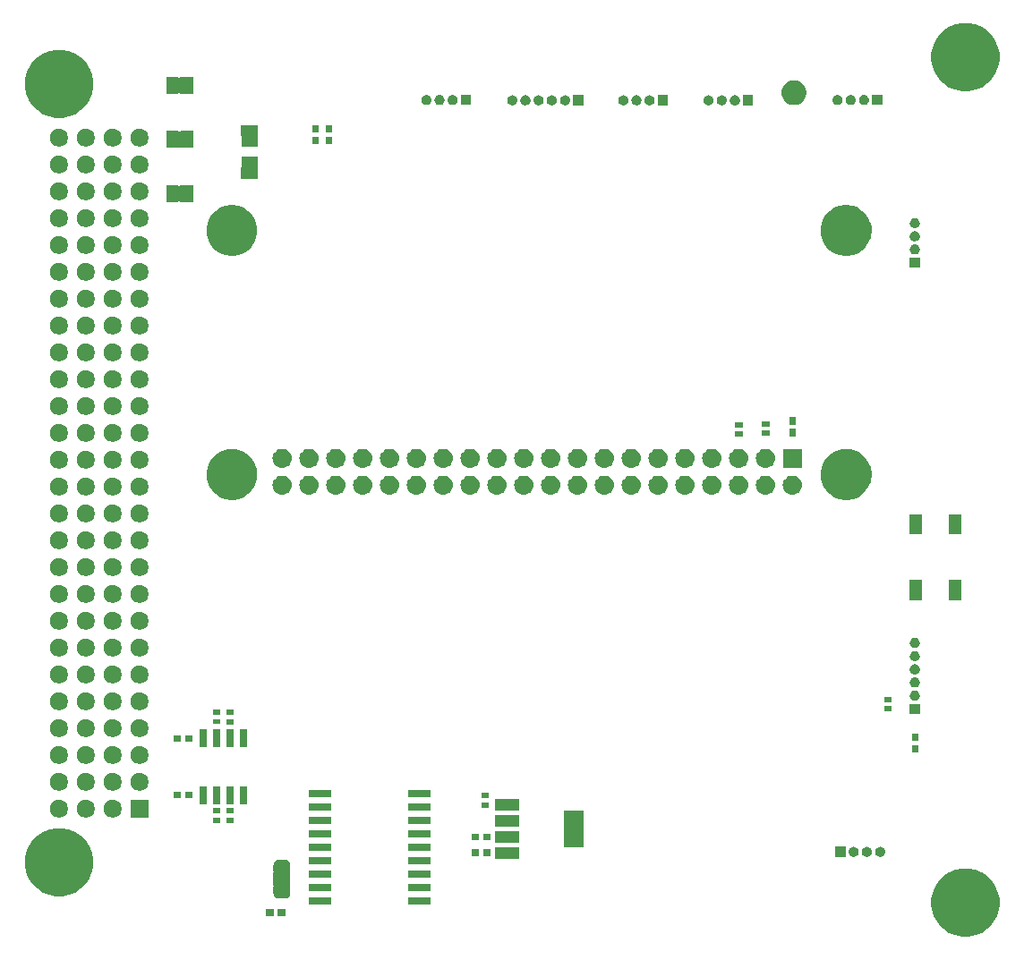
<source format=gbr>
G04 #@! TF.GenerationSoftware,KiCad,Pcbnew,(5.1.2)-2*
G04 #@! TF.CreationDate,2021-12-15T08:53:20-03:00*
G04 #@! TF.ProjectId,Magnetometer_A,4d61676e-6574-46f6-9d65-7465725f412e,rev?*
G04 #@! TF.SameCoordinates,Original*
G04 #@! TF.FileFunction,Soldermask,Top*
G04 #@! TF.FilePolarity,Negative*
%FSLAX46Y46*%
G04 Gerber Fmt 4.6, Leading zero omitted, Abs format (unit mm)*
G04 Created by KiCad (PCBNEW (5.1.2)-2) date 2021-12-15 08:53:20*
%MOMM*%
%LPD*%
G04 APERTURE LIST*
%ADD10C,0.100000*%
G04 APERTURE END LIST*
D10*
G36*
X120590988Y-238017973D02*
G01*
X121153539Y-238250989D01*
X121178084Y-238261156D01*
X121706455Y-238614202D01*
X122155798Y-239063545D01*
X122508844Y-239591916D01*
X122508845Y-239591918D01*
X122752027Y-240179012D01*
X122876000Y-240802265D01*
X122876000Y-241437735D01*
X122752027Y-242060988D01*
X122621545Y-242376000D01*
X122508844Y-242648084D01*
X122155798Y-243176455D01*
X121706455Y-243625798D01*
X121178084Y-243978844D01*
X121178083Y-243978845D01*
X121178082Y-243978845D01*
X120590988Y-244222027D01*
X119967735Y-244346000D01*
X119332265Y-244346000D01*
X118709012Y-244222027D01*
X118121918Y-243978845D01*
X118121917Y-243978845D01*
X118121916Y-243978844D01*
X117593545Y-243625798D01*
X117144202Y-243176455D01*
X116791156Y-242648084D01*
X116678455Y-242376000D01*
X116547973Y-242060988D01*
X116424000Y-241437735D01*
X116424000Y-240802265D01*
X116547973Y-240179012D01*
X116791155Y-239591918D01*
X116791156Y-239591916D01*
X117144202Y-239063545D01*
X117593545Y-238614202D01*
X118121916Y-238261156D01*
X118146461Y-238250989D01*
X118709012Y-238017973D01*
X119332265Y-237894000D01*
X119967735Y-237894000D01*
X120590988Y-238017973D01*
X120590988Y-238017973D01*
G37*
G36*
X55326000Y-242376000D02*
G01*
X54624000Y-242376000D01*
X54624000Y-241774000D01*
X55326000Y-241774000D01*
X55326000Y-242376000D01*
X55326000Y-242376000D01*
G37*
G36*
X54226000Y-242376000D02*
G01*
X53524000Y-242376000D01*
X53524000Y-241774000D01*
X54226000Y-241774000D01*
X54226000Y-242376000D01*
X54226000Y-242376000D01*
G37*
G36*
X59671000Y-241351000D02*
G01*
X57569000Y-241351000D01*
X57569000Y-240649000D01*
X59671000Y-240649000D01*
X59671000Y-241351000D01*
X59671000Y-241351000D01*
G37*
G36*
X69071000Y-241351000D02*
G01*
X66969000Y-241351000D01*
X66969000Y-240649000D01*
X69071000Y-240649000D01*
X69071000Y-241351000D01*
X69071000Y-241351000D01*
G37*
G36*
X55262199Y-237049954D02*
G01*
X55274450Y-237050556D01*
X55292869Y-237050556D01*
X55315149Y-237052750D01*
X55399233Y-237069476D01*
X55420660Y-237075976D01*
X55499858Y-237108780D01*
X55505303Y-237111691D01*
X55505309Y-237111693D01*
X55514169Y-237116429D01*
X55514173Y-237116432D01*
X55519614Y-237119340D01*
X55590899Y-237166971D01*
X55608204Y-237181172D01*
X55668828Y-237241796D01*
X55683029Y-237259101D01*
X55730660Y-237330386D01*
X55733568Y-237335827D01*
X55733571Y-237335831D01*
X55738307Y-237344691D01*
X55738309Y-237344697D01*
X55741220Y-237350142D01*
X55774024Y-237429340D01*
X55780524Y-237450767D01*
X55797250Y-237534851D01*
X55799444Y-237557131D01*
X55799444Y-237575550D01*
X55800046Y-237587801D01*
X55801852Y-237606139D01*
X55801852Y-238143860D01*
X55800263Y-238159999D01*
X55795855Y-238174528D01*
X55790394Y-238187711D01*
X55785612Y-238211745D01*
X55785611Y-238236249D01*
X55790391Y-238260282D01*
X55799768Y-238282921D01*
X55801000Y-238284765D01*
X55801000Y-239516050D01*
X55794525Y-239528164D01*
X55787412Y-239551613D01*
X55785010Y-239575999D01*
X55787412Y-239600385D01*
X55794525Y-239623834D01*
X55796848Y-239628746D01*
X55800263Y-239640001D01*
X55801852Y-239656140D01*
X55801852Y-240193862D01*
X55800046Y-240212199D01*
X55799444Y-240224450D01*
X55799444Y-240242869D01*
X55797250Y-240265149D01*
X55780524Y-240349233D01*
X55774024Y-240370660D01*
X55741220Y-240449858D01*
X55738309Y-240455303D01*
X55738307Y-240455309D01*
X55733571Y-240464169D01*
X55733568Y-240464173D01*
X55730660Y-240469614D01*
X55683029Y-240540899D01*
X55668828Y-240558204D01*
X55608204Y-240618828D01*
X55590899Y-240633029D01*
X55519614Y-240680660D01*
X55514173Y-240683568D01*
X55514169Y-240683571D01*
X55505309Y-240688307D01*
X55505303Y-240688309D01*
X55499858Y-240691220D01*
X55420660Y-240724024D01*
X55399233Y-240730524D01*
X55315149Y-240747250D01*
X55292869Y-240749444D01*
X55274450Y-240749444D01*
X55262199Y-240750046D01*
X55243862Y-240751852D01*
X54756138Y-240751852D01*
X54737801Y-240750046D01*
X54725550Y-240749444D01*
X54707131Y-240749444D01*
X54684851Y-240747250D01*
X54600767Y-240730524D01*
X54579340Y-240724024D01*
X54500142Y-240691220D01*
X54494697Y-240688309D01*
X54494691Y-240688307D01*
X54485831Y-240683571D01*
X54485827Y-240683568D01*
X54480386Y-240680660D01*
X54409101Y-240633029D01*
X54391796Y-240618828D01*
X54331172Y-240558204D01*
X54316971Y-240540899D01*
X54269340Y-240469614D01*
X54266432Y-240464173D01*
X54266429Y-240464169D01*
X54261693Y-240455309D01*
X54261691Y-240455303D01*
X54258780Y-240449858D01*
X54225976Y-240370660D01*
X54219476Y-240349233D01*
X54202750Y-240265149D01*
X54200556Y-240242869D01*
X54200556Y-240224450D01*
X54199954Y-240212199D01*
X54198148Y-240193862D01*
X54198148Y-239656140D01*
X54199737Y-239640001D01*
X54204145Y-239625472D01*
X54209606Y-239612289D01*
X54214388Y-239588255D01*
X54214389Y-239563751D01*
X54209609Y-239539718D01*
X54200232Y-239517079D01*
X54199000Y-239515235D01*
X54199000Y-238283950D01*
X54205475Y-238271836D01*
X54212588Y-238248387D01*
X54214990Y-238224001D01*
X54212588Y-238199615D01*
X54205475Y-238176166D01*
X54203152Y-238171254D01*
X54199737Y-238159999D01*
X54198148Y-238143860D01*
X54198148Y-237606139D01*
X54199954Y-237587801D01*
X54200556Y-237575550D01*
X54200556Y-237557131D01*
X54202750Y-237534851D01*
X54219476Y-237450767D01*
X54225976Y-237429340D01*
X54258780Y-237350142D01*
X54261691Y-237344697D01*
X54261693Y-237344691D01*
X54266429Y-237335831D01*
X54266432Y-237335827D01*
X54269340Y-237330386D01*
X54316971Y-237259101D01*
X54331172Y-237241796D01*
X54391796Y-237181172D01*
X54409101Y-237166971D01*
X54480386Y-237119340D01*
X54485827Y-237116432D01*
X54485831Y-237116429D01*
X54494691Y-237111693D01*
X54494697Y-237111691D01*
X54500142Y-237108780D01*
X54579340Y-237075976D01*
X54600767Y-237069476D01*
X54684851Y-237052750D01*
X54707131Y-237050556D01*
X54725550Y-237050556D01*
X54737801Y-237049954D01*
X54756139Y-237048148D01*
X55243861Y-237048148D01*
X55262199Y-237049954D01*
X55262199Y-237049954D01*
G37*
G36*
X34860988Y-234207973D02*
G01*
X35448082Y-234451155D01*
X35448084Y-234451156D01*
X35976455Y-234804202D01*
X36425798Y-235253545D01*
X36636578Y-235569000D01*
X36778845Y-235781918D01*
X37022027Y-236369012D01*
X37146000Y-236992265D01*
X37146000Y-237627735D01*
X37022027Y-238250988D01*
X37008036Y-238284765D01*
X36778844Y-238838084D01*
X36425798Y-239366455D01*
X35976455Y-239815798D01*
X35448084Y-240168844D01*
X35448083Y-240168845D01*
X35448082Y-240168845D01*
X34860988Y-240412027D01*
X34237735Y-240536000D01*
X33602265Y-240536000D01*
X32979012Y-240412027D01*
X32391918Y-240168845D01*
X32391917Y-240168845D01*
X32391916Y-240168844D01*
X31863545Y-239815798D01*
X31414202Y-239366455D01*
X31061156Y-238838084D01*
X30831964Y-238284765D01*
X30817973Y-238250988D01*
X30694000Y-237627735D01*
X30694000Y-236992265D01*
X30817973Y-236369012D01*
X31061155Y-235781918D01*
X31203422Y-235569000D01*
X31414202Y-235253545D01*
X31863545Y-234804202D01*
X32391916Y-234451156D01*
X32391918Y-234451155D01*
X32979012Y-234207973D01*
X33602265Y-234084000D01*
X34237735Y-234084000D01*
X34860988Y-234207973D01*
X34860988Y-234207973D01*
G37*
G36*
X69071000Y-240081000D02*
G01*
X66969000Y-240081000D01*
X66969000Y-239379000D01*
X69071000Y-239379000D01*
X69071000Y-240081000D01*
X69071000Y-240081000D01*
G37*
G36*
X59671000Y-240081000D02*
G01*
X57569000Y-240081000D01*
X57569000Y-239379000D01*
X59671000Y-239379000D01*
X59671000Y-240081000D01*
X59671000Y-240081000D01*
G37*
G36*
X69071000Y-238811000D02*
G01*
X66969000Y-238811000D01*
X66969000Y-238109000D01*
X69071000Y-238109000D01*
X69071000Y-238811000D01*
X69071000Y-238811000D01*
G37*
G36*
X59671000Y-238811000D02*
G01*
X57569000Y-238811000D01*
X57569000Y-238109000D01*
X59671000Y-238109000D01*
X59671000Y-238811000D01*
X59671000Y-238811000D01*
G37*
G36*
X59671000Y-237541000D02*
G01*
X57569000Y-237541000D01*
X57569000Y-236839000D01*
X59671000Y-236839000D01*
X59671000Y-237541000D01*
X59671000Y-237541000D01*
G37*
G36*
X69071000Y-237541000D02*
G01*
X66969000Y-237541000D01*
X66969000Y-236839000D01*
X69071000Y-236839000D01*
X69071000Y-237541000D01*
X69071000Y-237541000D01*
G37*
G36*
X77466000Y-236956000D02*
G01*
X75164000Y-236956000D01*
X75164000Y-235854000D01*
X77466000Y-235854000D01*
X77466000Y-236956000D01*
X77466000Y-236956000D01*
G37*
G36*
X111718843Y-235852292D02*
G01*
X111769588Y-235873311D01*
X111805470Y-235888174D01*
X111883432Y-235940267D01*
X111949733Y-236006568D01*
X112001826Y-236084530D01*
X112016689Y-236120412D01*
X112037708Y-236171157D01*
X112056000Y-236263117D01*
X112056000Y-236356883D01*
X112037708Y-236448843D01*
X112016689Y-236499588D01*
X112001826Y-236535470D01*
X111949733Y-236613432D01*
X111883432Y-236679733D01*
X111805470Y-236731826D01*
X111769588Y-236746689D01*
X111718843Y-236767708D01*
X111626883Y-236786000D01*
X111533117Y-236786000D01*
X111441157Y-236767708D01*
X111390412Y-236746689D01*
X111354530Y-236731826D01*
X111276568Y-236679733D01*
X111210267Y-236613432D01*
X111158174Y-236535470D01*
X111143311Y-236499588D01*
X111122292Y-236448843D01*
X111104000Y-236356883D01*
X111104000Y-236263117D01*
X111122292Y-236171157D01*
X111143311Y-236120412D01*
X111158174Y-236084530D01*
X111210267Y-236006568D01*
X111276568Y-235940267D01*
X111354530Y-235888174D01*
X111390412Y-235873311D01*
X111441157Y-235852292D01*
X111533117Y-235834000D01*
X111626883Y-235834000D01*
X111718843Y-235852292D01*
X111718843Y-235852292D01*
G37*
G36*
X110468843Y-235852292D02*
G01*
X110519588Y-235873311D01*
X110555470Y-235888174D01*
X110633432Y-235940267D01*
X110699733Y-236006568D01*
X110751826Y-236084530D01*
X110766689Y-236120412D01*
X110787708Y-236171157D01*
X110806000Y-236263117D01*
X110806000Y-236356883D01*
X110787708Y-236448843D01*
X110766689Y-236499588D01*
X110751826Y-236535470D01*
X110699733Y-236613432D01*
X110633432Y-236679733D01*
X110555470Y-236731826D01*
X110519588Y-236746689D01*
X110468843Y-236767708D01*
X110376883Y-236786000D01*
X110283117Y-236786000D01*
X110191157Y-236767708D01*
X110140412Y-236746689D01*
X110104530Y-236731826D01*
X110026568Y-236679733D01*
X109960267Y-236613432D01*
X109908174Y-236535470D01*
X109893311Y-236499588D01*
X109872292Y-236448843D01*
X109854000Y-236356883D01*
X109854000Y-236263117D01*
X109872292Y-236171157D01*
X109893311Y-236120412D01*
X109908174Y-236084530D01*
X109960267Y-236006568D01*
X110026568Y-235940267D01*
X110104530Y-235888174D01*
X110140412Y-235873311D01*
X110191157Y-235852292D01*
X110283117Y-235834000D01*
X110376883Y-235834000D01*
X110468843Y-235852292D01*
X110468843Y-235852292D01*
G37*
G36*
X109218843Y-235852292D02*
G01*
X109269588Y-235873311D01*
X109305470Y-235888174D01*
X109383432Y-235940267D01*
X109449733Y-236006568D01*
X109501826Y-236084530D01*
X109516689Y-236120412D01*
X109537708Y-236171157D01*
X109556000Y-236263117D01*
X109556000Y-236356883D01*
X109537708Y-236448843D01*
X109516689Y-236499588D01*
X109501826Y-236535470D01*
X109449733Y-236613432D01*
X109383432Y-236679733D01*
X109305470Y-236731826D01*
X109269588Y-236746689D01*
X109218843Y-236767708D01*
X109126883Y-236786000D01*
X109033117Y-236786000D01*
X108941157Y-236767708D01*
X108890412Y-236746689D01*
X108854530Y-236731826D01*
X108776568Y-236679733D01*
X108710267Y-236613432D01*
X108658174Y-236535470D01*
X108643311Y-236499588D01*
X108622292Y-236448843D01*
X108604000Y-236356883D01*
X108604000Y-236263117D01*
X108622292Y-236171157D01*
X108643311Y-236120412D01*
X108658174Y-236084530D01*
X108710267Y-236006568D01*
X108776568Y-235940267D01*
X108854530Y-235888174D01*
X108890412Y-235873311D01*
X108941157Y-235852292D01*
X109033117Y-235834000D01*
X109126883Y-235834000D01*
X109218843Y-235852292D01*
X109218843Y-235852292D01*
G37*
G36*
X108306000Y-236786000D02*
G01*
X107354000Y-236786000D01*
X107354000Y-235834000D01*
X108306000Y-235834000D01*
X108306000Y-236786000D01*
X108306000Y-236786000D01*
G37*
G36*
X74726000Y-236701000D02*
G01*
X74024000Y-236701000D01*
X74024000Y-236099000D01*
X74726000Y-236099000D01*
X74726000Y-236701000D01*
X74726000Y-236701000D01*
G37*
G36*
X73626000Y-236701000D02*
G01*
X72924000Y-236701000D01*
X72924000Y-236099000D01*
X73626000Y-236099000D01*
X73626000Y-236701000D01*
X73626000Y-236701000D01*
G37*
G36*
X59671000Y-236271000D02*
G01*
X57569000Y-236271000D01*
X57569000Y-235569000D01*
X59671000Y-235569000D01*
X59671000Y-236271000D01*
X59671000Y-236271000D01*
G37*
G36*
X69071000Y-236271000D02*
G01*
X66969000Y-236271000D01*
X66969000Y-235569000D01*
X69071000Y-235569000D01*
X69071000Y-236271000D01*
X69071000Y-236271000D01*
G37*
G36*
X83566000Y-235906000D02*
G01*
X81664000Y-235906000D01*
X81664000Y-232404000D01*
X83566000Y-232404000D01*
X83566000Y-235906000D01*
X83566000Y-235906000D01*
G37*
G36*
X77466000Y-235456000D02*
G01*
X75164000Y-235456000D01*
X75164000Y-234354000D01*
X77466000Y-234354000D01*
X77466000Y-235456000D01*
X77466000Y-235456000D01*
G37*
G36*
X74751000Y-235201000D02*
G01*
X74049000Y-235201000D01*
X74049000Y-234599000D01*
X74751000Y-234599000D01*
X74751000Y-235201000D01*
X74751000Y-235201000D01*
G37*
G36*
X73651000Y-235201000D02*
G01*
X72949000Y-235201000D01*
X72949000Y-234599000D01*
X73651000Y-234599000D01*
X73651000Y-235201000D01*
X73651000Y-235201000D01*
G37*
G36*
X59671000Y-235001000D02*
G01*
X57569000Y-235001000D01*
X57569000Y-234299000D01*
X59671000Y-234299000D01*
X59671000Y-235001000D01*
X59671000Y-235001000D01*
G37*
G36*
X69071000Y-235001000D02*
G01*
X66969000Y-235001000D01*
X66969000Y-234299000D01*
X69071000Y-234299000D01*
X69071000Y-235001000D01*
X69071000Y-235001000D01*
G37*
G36*
X77466000Y-233956000D02*
G01*
X75164000Y-233956000D01*
X75164000Y-232854000D01*
X77466000Y-232854000D01*
X77466000Y-233956000D01*
X77466000Y-233956000D01*
G37*
G36*
X59671000Y-233731000D02*
G01*
X57569000Y-233731000D01*
X57569000Y-233029000D01*
X59671000Y-233029000D01*
X59671000Y-233731000D01*
X59671000Y-233731000D01*
G37*
G36*
X69071000Y-233731000D02*
G01*
X66969000Y-233731000D01*
X66969000Y-233029000D01*
X69071000Y-233029000D01*
X69071000Y-233731000D01*
X69071000Y-233731000D01*
G37*
G36*
X50476000Y-233601000D02*
G01*
X49774000Y-233601000D01*
X49774000Y-233099000D01*
X50476000Y-233099000D01*
X50476000Y-233601000D01*
X50476000Y-233601000D01*
G37*
G36*
X49201000Y-233601000D02*
G01*
X48499000Y-233601000D01*
X48499000Y-233099000D01*
X49201000Y-233099000D01*
X49201000Y-233601000D01*
X49201000Y-233601000D01*
G37*
G36*
X39228228Y-231411703D02*
G01*
X39383100Y-231475853D01*
X39522481Y-231568985D01*
X39641015Y-231687519D01*
X39734147Y-231826900D01*
X39798297Y-231981772D01*
X39831000Y-232146184D01*
X39831000Y-232313816D01*
X39798297Y-232478228D01*
X39734147Y-232633100D01*
X39641015Y-232772481D01*
X39522481Y-232891015D01*
X39383100Y-232984147D01*
X39228228Y-233048297D01*
X39063816Y-233081000D01*
X38896184Y-233081000D01*
X38731772Y-233048297D01*
X38576900Y-232984147D01*
X38437519Y-232891015D01*
X38318985Y-232772481D01*
X38225853Y-232633100D01*
X38161703Y-232478228D01*
X38129000Y-232313816D01*
X38129000Y-232146184D01*
X38161703Y-231981772D01*
X38225853Y-231826900D01*
X38318985Y-231687519D01*
X38437519Y-231568985D01*
X38576900Y-231475853D01*
X38731772Y-231411703D01*
X38896184Y-231379000D01*
X39063816Y-231379000D01*
X39228228Y-231411703D01*
X39228228Y-231411703D01*
G37*
G36*
X34148228Y-231411703D02*
G01*
X34303100Y-231475853D01*
X34442481Y-231568985D01*
X34561015Y-231687519D01*
X34654147Y-231826900D01*
X34718297Y-231981772D01*
X34751000Y-232146184D01*
X34751000Y-232313816D01*
X34718297Y-232478228D01*
X34654147Y-232633100D01*
X34561015Y-232772481D01*
X34442481Y-232891015D01*
X34303100Y-232984147D01*
X34148228Y-233048297D01*
X33983816Y-233081000D01*
X33816184Y-233081000D01*
X33651772Y-233048297D01*
X33496900Y-232984147D01*
X33357519Y-232891015D01*
X33238985Y-232772481D01*
X33145853Y-232633100D01*
X33081703Y-232478228D01*
X33049000Y-232313816D01*
X33049000Y-232146184D01*
X33081703Y-231981772D01*
X33145853Y-231826900D01*
X33238985Y-231687519D01*
X33357519Y-231568985D01*
X33496900Y-231475853D01*
X33651772Y-231411703D01*
X33816184Y-231379000D01*
X33983816Y-231379000D01*
X34148228Y-231411703D01*
X34148228Y-231411703D01*
G37*
G36*
X36688228Y-231411703D02*
G01*
X36843100Y-231475853D01*
X36982481Y-231568985D01*
X37101015Y-231687519D01*
X37194147Y-231826900D01*
X37258297Y-231981772D01*
X37291000Y-232146184D01*
X37291000Y-232313816D01*
X37258297Y-232478228D01*
X37194147Y-232633100D01*
X37101015Y-232772481D01*
X36982481Y-232891015D01*
X36843100Y-232984147D01*
X36688228Y-233048297D01*
X36523816Y-233081000D01*
X36356184Y-233081000D01*
X36191772Y-233048297D01*
X36036900Y-232984147D01*
X35897519Y-232891015D01*
X35778985Y-232772481D01*
X35685853Y-232633100D01*
X35621703Y-232478228D01*
X35589000Y-232313816D01*
X35589000Y-232146184D01*
X35621703Y-231981772D01*
X35685853Y-231826900D01*
X35778985Y-231687519D01*
X35897519Y-231568985D01*
X36036900Y-231475853D01*
X36191772Y-231411703D01*
X36356184Y-231379000D01*
X36523816Y-231379000D01*
X36688228Y-231411703D01*
X36688228Y-231411703D01*
G37*
G36*
X42371000Y-233081000D02*
G01*
X40669000Y-233081000D01*
X40669000Y-231379000D01*
X42371000Y-231379000D01*
X42371000Y-233081000D01*
X42371000Y-233081000D01*
G37*
G36*
X49201000Y-232701000D02*
G01*
X48499000Y-232701000D01*
X48499000Y-232199000D01*
X49201000Y-232199000D01*
X49201000Y-232701000D01*
X49201000Y-232701000D01*
G37*
G36*
X50476000Y-232701000D02*
G01*
X49774000Y-232701000D01*
X49774000Y-232199000D01*
X50476000Y-232199000D01*
X50476000Y-232701000D01*
X50476000Y-232701000D01*
G37*
G36*
X59671000Y-232461000D02*
G01*
X57569000Y-232461000D01*
X57569000Y-231759000D01*
X59671000Y-231759000D01*
X59671000Y-232461000D01*
X59671000Y-232461000D01*
G37*
G36*
X69071000Y-232461000D02*
G01*
X66969000Y-232461000D01*
X66969000Y-231759000D01*
X69071000Y-231759000D01*
X69071000Y-232461000D01*
X69071000Y-232461000D01*
G37*
G36*
X77466000Y-232456000D02*
G01*
X75164000Y-232456000D01*
X75164000Y-231354000D01*
X77466000Y-231354000D01*
X77466000Y-232456000D01*
X77466000Y-232456000D01*
G37*
G36*
X74576000Y-232151000D02*
G01*
X73874000Y-232151000D01*
X73874000Y-231649000D01*
X74576000Y-231649000D01*
X74576000Y-232151000D01*
X74576000Y-232151000D01*
G37*
G36*
X49191000Y-231801000D02*
G01*
X48489000Y-231801000D01*
X48489000Y-230149000D01*
X49191000Y-230149000D01*
X49191000Y-231801000D01*
X49191000Y-231801000D01*
G37*
G36*
X51731000Y-231801000D02*
G01*
X51029000Y-231801000D01*
X51029000Y-230149000D01*
X51731000Y-230149000D01*
X51731000Y-231801000D01*
X51731000Y-231801000D01*
G37*
G36*
X50461000Y-231801000D02*
G01*
X49759000Y-231801000D01*
X49759000Y-230149000D01*
X50461000Y-230149000D01*
X50461000Y-231801000D01*
X50461000Y-231801000D01*
G37*
G36*
X47921000Y-231801000D02*
G01*
X47219000Y-231801000D01*
X47219000Y-230149000D01*
X47921000Y-230149000D01*
X47921000Y-231801000D01*
X47921000Y-231801000D01*
G37*
G36*
X45476000Y-231276000D02*
G01*
X44774000Y-231276000D01*
X44774000Y-230674000D01*
X45476000Y-230674000D01*
X45476000Y-231276000D01*
X45476000Y-231276000D01*
G37*
G36*
X46576000Y-231276000D02*
G01*
X45874000Y-231276000D01*
X45874000Y-230674000D01*
X46576000Y-230674000D01*
X46576000Y-231276000D01*
X46576000Y-231276000D01*
G37*
G36*
X74576000Y-231251000D02*
G01*
X73874000Y-231251000D01*
X73874000Y-230749000D01*
X74576000Y-230749000D01*
X74576000Y-231251000D01*
X74576000Y-231251000D01*
G37*
G36*
X59671000Y-231191000D02*
G01*
X57569000Y-231191000D01*
X57569000Y-230489000D01*
X59671000Y-230489000D01*
X59671000Y-231191000D01*
X59671000Y-231191000D01*
G37*
G36*
X69071000Y-231191000D02*
G01*
X66969000Y-231191000D01*
X66969000Y-230489000D01*
X69071000Y-230489000D01*
X69071000Y-231191000D01*
X69071000Y-231191000D01*
G37*
G36*
X39228228Y-228871703D02*
G01*
X39383100Y-228935853D01*
X39522481Y-229028985D01*
X39641015Y-229147519D01*
X39734147Y-229286900D01*
X39798297Y-229441772D01*
X39831000Y-229606184D01*
X39831000Y-229773816D01*
X39798297Y-229938228D01*
X39734147Y-230093100D01*
X39641015Y-230232481D01*
X39522481Y-230351015D01*
X39383100Y-230444147D01*
X39228228Y-230508297D01*
X39063816Y-230541000D01*
X38896184Y-230541000D01*
X38731772Y-230508297D01*
X38576900Y-230444147D01*
X38437519Y-230351015D01*
X38318985Y-230232481D01*
X38225853Y-230093100D01*
X38161703Y-229938228D01*
X38129000Y-229773816D01*
X38129000Y-229606184D01*
X38161703Y-229441772D01*
X38225853Y-229286900D01*
X38318985Y-229147519D01*
X38437519Y-229028985D01*
X38576900Y-228935853D01*
X38731772Y-228871703D01*
X38896184Y-228839000D01*
X39063816Y-228839000D01*
X39228228Y-228871703D01*
X39228228Y-228871703D01*
G37*
G36*
X36688228Y-228871703D02*
G01*
X36843100Y-228935853D01*
X36982481Y-229028985D01*
X37101015Y-229147519D01*
X37194147Y-229286900D01*
X37258297Y-229441772D01*
X37291000Y-229606184D01*
X37291000Y-229773816D01*
X37258297Y-229938228D01*
X37194147Y-230093100D01*
X37101015Y-230232481D01*
X36982481Y-230351015D01*
X36843100Y-230444147D01*
X36688228Y-230508297D01*
X36523816Y-230541000D01*
X36356184Y-230541000D01*
X36191772Y-230508297D01*
X36036900Y-230444147D01*
X35897519Y-230351015D01*
X35778985Y-230232481D01*
X35685853Y-230093100D01*
X35621703Y-229938228D01*
X35589000Y-229773816D01*
X35589000Y-229606184D01*
X35621703Y-229441772D01*
X35685853Y-229286900D01*
X35778985Y-229147519D01*
X35897519Y-229028985D01*
X36036900Y-228935853D01*
X36191772Y-228871703D01*
X36356184Y-228839000D01*
X36523816Y-228839000D01*
X36688228Y-228871703D01*
X36688228Y-228871703D01*
G37*
G36*
X41768228Y-228871703D02*
G01*
X41923100Y-228935853D01*
X42062481Y-229028985D01*
X42181015Y-229147519D01*
X42274147Y-229286900D01*
X42338297Y-229441772D01*
X42371000Y-229606184D01*
X42371000Y-229773816D01*
X42338297Y-229938228D01*
X42274147Y-230093100D01*
X42181015Y-230232481D01*
X42062481Y-230351015D01*
X41923100Y-230444147D01*
X41768228Y-230508297D01*
X41603816Y-230541000D01*
X41436184Y-230541000D01*
X41271772Y-230508297D01*
X41116900Y-230444147D01*
X40977519Y-230351015D01*
X40858985Y-230232481D01*
X40765853Y-230093100D01*
X40701703Y-229938228D01*
X40669000Y-229773816D01*
X40669000Y-229606184D01*
X40701703Y-229441772D01*
X40765853Y-229286900D01*
X40858985Y-229147519D01*
X40977519Y-229028985D01*
X41116900Y-228935853D01*
X41271772Y-228871703D01*
X41436184Y-228839000D01*
X41603816Y-228839000D01*
X41768228Y-228871703D01*
X41768228Y-228871703D01*
G37*
G36*
X34148228Y-228871703D02*
G01*
X34303100Y-228935853D01*
X34442481Y-229028985D01*
X34561015Y-229147519D01*
X34654147Y-229286900D01*
X34718297Y-229441772D01*
X34751000Y-229606184D01*
X34751000Y-229773816D01*
X34718297Y-229938228D01*
X34654147Y-230093100D01*
X34561015Y-230232481D01*
X34442481Y-230351015D01*
X34303100Y-230444147D01*
X34148228Y-230508297D01*
X33983816Y-230541000D01*
X33816184Y-230541000D01*
X33651772Y-230508297D01*
X33496900Y-230444147D01*
X33357519Y-230351015D01*
X33238985Y-230232481D01*
X33145853Y-230093100D01*
X33081703Y-229938228D01*
X33049000Y-229773816D01*
X33049000Y-229606184D01*
X33081703Y-229441772D01*
X33145853Y-229286900D01*
X33238985Y-229147519D01*
X33357519Y-229028985D01*
X33496900Y-228935853D01*
X33651772Y-228871703D01*
X33816184Y-228839000D01*
X33983816Y-228839000D01*
X34148228Y-228871703D01*
X34148228Y-228871703D01*
G37*
G36*
X34148228Y-226331703D02*
G01*
X34303100Y-226395853D01*
X34442481Y-226488985D01*
X34561015Y-226607519D01*
X34654147Y-226746900D01*
X34718297Y-226901772D01*
X34751000Y-227066184D01*
X34751000Y-227233816D01*
X34718297Y-227398228D01*
X34654147Y-227553100D01*
X34561015Y-227692481D01*
X34442481Y-227811015D01*
X34303100Y-227904147D01*
X34148228Y-227968297D01*
X33983816Y-228001000D01*
X33816184Y-228001000D01*
X33651772Y-227968297D01*
X33496900Y-227904147D01*
X33357519Y-227811015D01*
X33238985Y-227692481D01*
X33145853Y-227553100D01*
X33081703Y-227398228D01*
X33049000Y-227233816D01*
X33049000Y-227066184D01*
X33081703Y-226901772D01*
X33145853Y-226746900D01*
X33238985Y-226607519D01*
X33357519Y-226488985D01*
X33496900Y-226395853D01*
X33651772Y-226331703D01*
X33816184Y-226299000D01*
X33983816Y-226299000D01*
X34148228Y-226331703D01*
X34148228Y-226331703D01*
G37*
G36*
X36688228Y-226331703D02*
G01*
X36843100Y-226395853D01*
X36982481Y-226488985D01*
X37101015Y-226607519D01*
X37194147Y-226746900D01*
X37258297Y-226901772D01*
X37291000Y-227066184D01*
X37291000Y-227233816D01*
X37258297Y-227398228D01*
X37194147Y-227553100D01*
X37101015Y-227692481D01*
X36982481Y-227811015D01*
X36843100Y-227904147D01*
X36688228Y-227968297D01*
X36523816Y-228001000D01*
X36356184Y-228001000D01*
X36191772Y-227968297D01*
X36036900Y-227904147D01*
X35897519Y-227811015D01*
X35778985Y-227692481D01*
X35685853Y-227553100D01*
X35621703Y-227398228D01*
X35589000Y-227233816D01*
X35589000Y-227066184D01*
X35621703Y-226901772D01*
X35685853Y-226746900D01*
X35778985Y-226607519D01*
X35897519Y-226488985D01*
X36036900Y-226395853D01*
X36191772Y-226331703D01*
X36356184Y-226299000D01*
X36523816Y-226299000D01*
X36688228Y-226331703D01*
X36688228Y-226331703D01*
G37*
G36*
X41768228Y-226331703D02*
G01*
X41923100Y-226395853D01*
X42062481Y-226488985D01*
X42181015Y-226607519D01*
X42274147Y-226746900D01*
X42338297Y-226901772D01*
X42371000Y-227066184D01*
X42371000Y-227233816D01*
X42338297Y-227398228D01*
X42274147Y-227553100D01*
X42181015Y-227692481D01*
X42062481Y-227811015D01*
X41923100Y-227904147D01*
X41768228Y-227968297D01*
X41603816Y-228001000D01*
X41436184Y-228001000D01*
X41271772Y-227968297D01*
X41116900Y-227904147D01*
X40977519Y-227811015D01*
X40858985Y-227692481D01*
X40765853Y-227553100D01*
X40701703Y-227398228D01*
X40669000Y-227233816D01*
X40669000Y-227066184D01*
X40701703Y-226901772D01*
X40765853Y-226746900D01*
X40858985Y-226607519D01*
X40977519Y-226488985D01*
X41116900Y-226395853D01*
X41271772Y-226331703D01*
X41436184Y-226299000D01*
X41603816Y-226299000D01*
X41768228Y-226331703D01*
X41768228Y-226331703D01*
G37*
G36*
X39228228Y-226331703D02*
G01*
X39383100Y-226395853D01*
X39522481Y-226488985D01*
X39641015Y-226607519D01*
X39734147Y-226746900D01*
X39798297Y-226901772D01*
X39831000Y-227066184D01*
X39831000Y-227233816D01*
X39798297Y-227398228D01*
X39734147Y-227553100D01*
X39641015Y-227692481D01*
X39522481Y-227811015D01*
X39383100Y-227904147D01*
X39228228Y-227968297D01*
X39063816Y-228001000D01*
X38896184Y-228001000D01*
X38731772Y-227968297D01*
X38576900Y-227904147D01*
X38437519Y-227811015D01*
X38318985Y-227692481D01*
X38225853Y-227553100D01*
X38161703Y-227398228D01*
X38129000Y-227233816D01*
X38129000Y-227066184D01*
X38161703Y-226901772D01*
X38225853Y-226746900D01*
X38318985Y-226607519D01*
X38437519Y-226488985D01*
X38576900Y-226395853D01*
X38731772Y-226331703D01*
X38896184Y-226299000D01*
X39063816Y-226299000D01*
X39228228Y-226331703D01*
X39228228Y-226331703D01*
G37*
G36*
X115211000Y-226911000D02*
G01*
X114609000Y-226911000D01*
X114609000Y-226209000D01*
X115211000Y-226209000D01*
X115211000Y-226911000D01*
X115211000Y-226911000D01*
G37*
G36*
X47921000Y-226401000D02*
G01*
X47219000Y-226401000D01*
X47219000Y-224749000D01*
X47921000Y-224749000D01*
X47921000Y-226401000D01*
X47921000Y-226401000D01*
G37*
G36*
X49191000Y-226401000D02*
G01*
X48489000Y-226401000D01*
X48489000Y-224749000D01*
X49191000Y-224749000D01*
X49191000Y-226401000D01*
X49191000Y-226401000D01*
G37*
G36*
X50461000Y-226401000D02*
G01*
X49759000Y-226401000D01*
X49759000Y-224749000D01*
X50461000Y-224749000D01*
X50461000Y-226401000D01*
X50461000Y-226401000D01*
G37*
G36*
X51731000Y-226401000D02*
G01*
X51029000Y-226401000D01*
X51029000Y-224749000D01*
X51731000Y-224749000D01*
X51731000Y-226401000D01*
X51731000Y-226401000D01*
G37*
G36*
X45476000Y-225876000D02*
G01*
X44774000Y-225876000D01*
X44774000Y-225274000D01*
X45476000Y-225274000D01*
X45476000Y-225876000D01*
X45476000Y-225876000D01*
G37*
G36*
X46576000Y-225876000D02*
G01*
X45874000Y-225876000D01*
X45874000Y-225274000D01*
X46576000Y-225274000D01*
X46576000Y-225876000D01*
X46576000Y-225876000D01*
G37*
G36*
X115211000Y-225811000D02*
G01*
X114609000Y-225811000D01*
X114609000Y-225109000D01*
X115211000Y-225109000D01*
X115211000Y-225811000D01*
X115211000Y-225811000D01*
G37*
G36*
X41768228Y-223791703D02*
G01*
X41923100Y-223855853D01*
X42062481Y-223948985D01*
X42181015Y-224067519D01*
X42274147Y-224206900D01*
X42338297Y-224361772D01*
X42371000Y-224526184D01*
X42371000Y-224693816D01*
X42338297Y-224858228D01*
X42274147Y-225013100D01*
X42181015Y-225152481D01*
X42062481Y-225271015D01*
X41923100Y-225364147D01*
X41768228Y-225428297D01*
X41603816Y-225461000D01*
X41436184Y-225461000D01*
X41271772Y-225428297D01*
X41116900Y-225364147D01*
X40977519Y-225271015D01*
X40858985Y-225152481D01*
X40765853Y-225013100D01*
X40701703Y-224858228D01*
X40669000Y-224693816D01*
X40669000Y-224526184D01*
X40701703Y-224361772D01*
X40765853Y-224206900D01*
X40858985Y-224067519D01*
X40977519Y-223948985D01*
X41116900Y-223855853D01*
X41271772Y-223791703D01*
X41436184Y-223759000D01*
X41603816Y-223759000D01*
X41768228Y-223791703D01*
X41768228Y-223791703D01*
G37*
G36*
X36688228Y-223791703D02*
G01*
X36843100Y-223855853D01*
X36982481Y-223948985D01*
X37101015Y-224067519D01*
X37194147Y-224206900D01*
X37258297Y-224361772D01*
X37291000Y-224526184D01*
X37291000Y-224693816D01*
X37258297Y-224858228D01*
X37194147Y-225013100D01*
X37101015Y-225152481D01*
X36982481Y-225271015D01*
X36843100Y-225364147D01*
X36688228Y-225428297D01*
X36523816Y-225461000D01*
X36356184Y-225461000D01*
X36191772Y-225428297D01*
X36036900Y-225364147D01*
X35897519Y-225271015D01*
X35778985Y-225152481D01*
X35685853Y-225013100D01*
X35621703Y-224858228D01*
X35589000Y-224693816D01*
X35589000Y-224526184D01*
X35621703Y-224361772D01*
X35685853Y-224206900D01*
X35778985Y-224067519D01*
X35897519Y-223948985D01*
X36036900Y-223855853D01*
X36191772Y-223791703D01*
X36356184Y-223759000D01*
X36523816Y-223759000D01*
X36688228Y-223791703D01*
X36688228Y-223791703D01*
G37*
G36*
X34148228Y-223791703D02*
G01*
X34303100Y-223855853D01*
X34442481Y-223948985D01*
X34561015Y-224067519D01*
X34654147Y-224206900D01*
X34718297Y-224361772D01*
X34751000Y-224526184D01*
X34751000Y-224693816D01*
X34718297Y-224858228D01*
X34654147Y-225013100D01*
X34561015Y-225152481D01*
X34442481Y-225271015D01*
X34303100Y-225364147D01*
X34148228Y-225428297D01*
X33983816Y-225461000D01*
X33816184Y-225461000D01*
X33651772Y-225428297D01*
X33496900Y-225364147D01*
X33357519Y-225271015D01*
X33238985Y-225152481D01*
X33145853Y-225013100D01*
X33081703Y-224858228D01*
X33049000Y-224693816D01*
X33049000Y-224526184D01*
X33081703Y-224361772D01*
X33145853Y-224206900D01*
X33238985Y-224067519D01*
X33357519Y-223948985D01*
X33496900Y-223855853D01*
X33651772Y-223791703D01*
X33816184Y-223759000D01*
X33983816Y-223759000D01*
X34148228Y-223791703D01*
X34148228Y-223791703D01*
G37*
G36*
X39228228Y-223791703D02*
G01*
X39383100Y-223855853D01*
X39522481Y-223948985D01*
X39641015Y-224067519D01*
X39734147Y-224206900D01*
X39798297Y-224361772D01*
X39831000Y-224526184D01*
X39831000Y-224693816D01*
X39798297Y-224858228D01*
X39734147Y-225013100D01*
X39641015Y-225152481D01*
X39522481Y-225271015D01*
X39383100Y-225364147D01*
X39228228Y-225428297D01*
X39063816Y-225461000D01*
X38896184Y-225461000D01*
X38731772Y-225428297D01*
X38576900Y-225364147D01*
X38437519Y-225271015D01*
X38318985Y-225152481D01*
X38225853Y-225013100D01*
X38161703Y-224858228D01*
X38129000Y-224693816D01*
X38129000Y-224526184D01*
X38161703Y-224361772D01*
X38225853Y-224206900D01*
X38318985Y-224067519D01*
X38437519Y-223948985D01*
X38576900Y-223855853D01*
X38731772Y-223791703D01*
X38896184Y-223759000D01*
X39063816Y-223759000D01*
X39228228Y-223791703D01*
X39228228Y-223791703D01*
G37*
G36*
X50476000Y-224276000D02*
G01*
X49774000Y-224276000D01*
X49774000Y-223774000D01*
X50476000Y-223774000D01*
X50476000Y-224276000D01*
X50476000Y-224276000D01*
G37*
G36*
X49201000Y-224251000D02*
G01*
X48499000Y-224251000D01*
X48499000Y-223749000D01*
X49201000Y-223749000D01*
X49201000Y-224251000D01*
X49201000Y-224251000D01*
G37*
G36*
X50476000Y-223376000D02*
G01*
X49774000Y-223376000D01*
X49774000Y-222874000D01*
X50476000Y-222874000D01*
X50476000Y-223376000D01*
X50476000Y-223376000D01*
G37*
G36*
X49201000Y-223351000D02*
G01*
X48499000Y-223351000D01*
X48499000Y-222849000D01*
X49201000Y-222849000D01*
X49201000Y-223351000D01*
X49201000Y-223351000D01*
G37*
G36*
X115346000Y-223266000D02*
G01*
X114394000Y-223266000D01*
X114394000Y-222314000D01*
X115346000Y-222314000D01*
X115346000Y-223266000D01*
X115346000Y-223266000D01*
G37*
G36*
X112676000Y-223051000D02*
G01*
X111974000Y-223051000D01*
X111974000Y-222549000D01*
X112676000Y-222549000D01*
X112676000Y-223051000D01*
X112676000Y-223051000D01*
G37*
G36*
X39228228Y-221251703D02*
G01*
X39383100Y-221315853D01*
X39522481Y-221408985D01*
X39641015Y-221527519D01*
X39734147Y-221666900D01*
X39798297Y-221821772D01*
X39831000Y-221986184D01*
X39831000Y-222153816D01*
X39798297Y-222318228D01*
X39734147Y-222473100D01*
X39641015Y-222612481D01*
X39522481Y-222731015D01*
X39383100Y-222824147D01*
X39228228Y-222888297D01*
X39063816Y-222921000D01*
X38896184Y-222921000D01*
X38731772Y-222888297D01*
X38576900Y-222824147D01*
X38437519Y-222731015D01*
X38318985Y-222612481D01*
X38225853Y-222473100D01*
X38161703Y-222318228D01*
X38129000Y-222153816D01*
X38129000Y-221986184D01*
X38161703Y-221821772D01*
X38225853Y-221666900D01*
X38318985Y-221527519D01*
X38437519Y-221408985D01*
X38576900Y-221315853D01*
X38731772Y-221251703D01*
X38896184Y-221219000D01*
X39063816Y-221219000D01*
X39228228Y-221251703D01*
X39228228Y-221251703D01*
G37*
G36*
X36688228Y-221251703D02*
G01*
X36843100Y-221315853D01*
X36982481Y-221408985D01*
X37101015Y-221527519D01*
X37194147Y-221666900D01*
X37258297Y-221821772D01*
X37291000Y-221986184D01*
X37291000Y-222153816D01*
X37258297Y-222318228D01*
X37194147Y-222473100D01*
X37101015Y-222612481D01*
X36982481Y-222731015D01*
X36843100Y-222824147D01*
X36688228Y-222888297D01*
X36523816Y-222921000D01*
X36356184Y-222921000D01*
X36191772Y-222888297D01*
X36036900Y-222824147D01*
X35897519Y-222731015D01*
X35778985Y-222612481D01*
X35685853Y-222473100D01*
X35621703Y-222318228D01*
X35589000Y-222153816D01*
X35589000Y-221986184D01*
X35621703Y-221821772D01*
X35685853Y-221666900D01*
X35778985Y-221527519D01*
X35897519Y-221408985D01*
X36036900Y-221315853D01*
X36191772Y-221251703D01*
X36356184Y-221219000D01*
X36523816Y-221219000D01*
X36688228Y-221251703D01*
X36688228Y-221251703D01*
G37*
G36*
X34148228Y-221251703D02*
G01*
X34303100Y-221315853D01*
X34442481Y-221408985D01*
X34561015Y-221527519D01*
X34654147Y-221666900D01*
X34718297Y-221821772D01*
X34751000Y-221986184D01*
X34751000Y-222153816D01*
X34718297Y-222318228D01*
X34654147Y-222473100D01*
X34561015Y-222612481D01*
X34442481Y-222731015D01*
X34303100Y-222824147D01*
X34148228Y-222888297D01*
X33983816Y-222921000D01*
X33816184Y-222921000D01*
X33651772Y-222888297D01*
X33496900Y-222824147D01*
X33357519Y-222731015D01*
X33238985Y-222612481D01*
X33145853Y-222473100D01*
X33081703Y-222318228D01*
X33049000Y-222153816D01*
X33049000Y-221986184D01*
X33081703Y-221821772D01*
X33145853Y-221666900D01*
X33238985Y-221527519D01*
X33357519Y-221408985D01*
X33496900Y-221315853D01*
X33651772Y-221251703D01*
X33816184Y-221219000D01*
X33983816Y-221219000D01*
X34148228Y-221251703D01*
X34148228Y-221251703D01*
G37*
G36*
X41768228Y-221251703D02*
G01*
X41923100Y-221315853D01*
X42062481Y-221408985D01*
X42181015Y-221527519D01*
X42274147Y-221666900D01*
X42338297Y-221821772D01*
X42371000Y-221986184D01*
X42371000Y-222153816D01*
X42338297Y-222318228D01*
X42274147Y-222473100D01*
X42181015Y-222612481D01*
X42062481Y-222731015D01*
X41923100Y-222824147D01*
X41768228Y-222888297D01*
X41603816Y-222921000D01*
X41436184Y-222921000D01*
X41271772Y-222888297D01*
X41116900Y-222824147D01*
X40977519Y-222731015D01*
X40858985Y-222612481D01*
X40765853Y-222473100D01*
X40701703Y-222318228D01*
X40669000Y-222153816D01*
X40669000Y-221986184D01*
X40701703Y-221821772D01*
X40765853Y-221666900D01*
X40858985Y-221527519D01*
X40977519Y-221408985D01*
X41116900Y-221315853D01*
X41271772Y-221251703D01*
X41436184Y-221219000D01*
X41603816Y-221219000D01*
X41768228Y-221251703D01*
X41768228Y-221251703D01*
G37*
G36*
X112676000Y-222151000D02*
G01*
X111974000Y-222151000D01*
X111974000Y-221649000D01*
X112676000Y-221649000D01*
X112676000Y-222151000D01*
X112676000Y-222151000D01*
G37*
G36*
X115008843Y-221082292D02*
G01*
X115059588Y-221103311D01*
X115095470Y-221118174D01*
X115173432Y-221170267D01*
X115239733Y-221236568D01*
X115291826Y-221314530D01*
X115292374Y-221315853D01*
X115327708Y-221401157D01*
X115346000Y-221493117D01*
X115346000Y-221586883D01*
X115327708Y-221678843D01*
X115306689Y-221729588D01*
X115291826Y-221765470D01*
X115239733Y-221843432D01*
X115173432Y-221909733D01*
X115095470Y-221961826D01*
X115059588Y-221976689D01*
X115008843Y-221997708D01*
X114916883Y-222016000D01*
X114823117Y-222016000D01*
X114731157Y-221997708D01*
X114680412Y-221976689D01*
X114644530Y-221961826D01*
X114566568Y-221909733D01*
X114500267Y-221843432D01*
X114448174Y-221765470D01*
X114433311Y-221729588D01*
X114412292Y-221678843D01*
X114394000Y-221586883D01*
X114394000Y-221493117D01*
X114412292Y-221401157D01*
X114447626Y-221315853D01*
X114448174Y-221314530D01*
X114500267Y-221236568D01*
X114566568Y-221170267D01*
X114644530Y-221118174D01*
X114680412Y-221103311D01*
X114731157Y-221082292D01*
X114823117Y-221064000D01*
X114916883Y-221064000D01*
X115008843Y-221082292D01*
X115008843Y-221082292D01*
G37*
G36*
X115008843Y-219832292D02*
G01*
X115059588Y-219853311D01*
X115095470Y-219868174D01*
X115173432Y-219920267D01*
X115239733Y-219986568D01*
X115291826Y-220064530D01*
X115291826Y-220064531D01*
X115327708Y-220151157D01*
X115346000Y-220243117D01*
X115346000Y-220336883D01*
X115327708Y-220428843D01*
X115306689Y-220479588D01*
X115291826Y-220515470D01*
X115239733Y-220593432D01*
X115173432Y-220659733D01*
X115095470Y-220711826D01*
X115059588Y-220726689D01*
X115008843Y-220747708D01*
X114916883Y-220766000D01*
X114823117Y-220766000D01*
X114731157Y-220747708D01*
X114680412Y-220726689D01*
X114644530Y-220711826D01*
X114566568Y-220659733D01*
X114500267Y-220593432D01*
X114448174Y-220515470D01*
X114433311Y-220479588D01*
X114412292Y-220428843D01*
X114394000Y-220336883D01*
X114394000Y-220243117D01*
X114412292Y-220151157D01*
X114448174Y-220064531D01*
X114448174Y-220064530D01*
X114500267Y-219986568D01*
X114566568Y-219920267D01*
X114644530Y-219868174D01*
X114680412Y-219853311D01*
X114731157Y-219832292D01*
X114823117Y-219814000D01*
X114916883Y-219814000D01*
X115008843Y-219832292D01*
X115008843Y-219832292D01*
G37*
G36*
X39228228Y-218711703D02*
G01*
X39383100Y-218775853D01*
X39522481Y-218868985D01*
X39641015Y-218987519D01*
X39734147Y-219126900D01*
X39798297Y-219281772D01*
X39831000Y-219446184D01*
X39831000Y-219613816D01*
X39798297Y-219778228D01*
X39734147Y-219933100D01*
X39641015Y-220072481D01*
X39522481Y-220191015D01*
X39383100Y-220284147D01*
X39228228Y-220348297D01*
X39063816Y-220381000D01*
X38896184Y-220381000D01*
X38731772Y-220348297D01*
X38576900Y-220284147D01*
X38437519Y-220191015D01*
X38318985Y-220072481D01*
X38225853Y-219933100D01*
X38161703Y-219778228D01*
X38129000Y-219613816D01*
X38129000Y-219446184D01*
X38161703Y-219281772D01*
X38225853Y-219126900D01*
X38318985Y-218987519D01*
X38437519Y-218868985D01*
X38576900Y-218775853D01*
X38731772Y-218711703D01*
X38896184Y-218679000D01*
X39063816Y-218679000D01*
X39228228Y-218711703D01*
X39228228Y-218711703D01*
G37*
G36*
X36688228Y-218711703D02*
G01*
X36843100Y-218775853D01*
X36982481Y-218868985D01*
X37101015Y-218987519D01*
X37194147Y-219126900D01*
X37258297Y-219281772D01*
X37291000Y-219446184D01*
X37291000Y-219613816D01*
X37258297Y-219778228D01*
X37194147Y-219933100D01*
X37101015Y-220072481D01*
X36982481Y-220191015D01*
X36843100Y-220284147D01*
X36688228Y-220348297D01*
X36523816Y-220381000D01*
X36356184Y-220381000D01*
X36191772Y-220348297D01*
X36036900Y-220284147D01*
X35897519Y-220191015D01*
X35778985Y-220072481D01*
X35685853Y-219933100D01*
X35621703Y-219778228D01*
X35589000Y-219613816D01*
X35589000Y-219446184D01*
X35621703Y-219281772D01*
X35685853Y-219126900D01*
X35778985Y-218987519D01*
X35897519Y-218868985D01*
X36036900Y-218775853D01*
X36191772Y-218711703D01*
X36356184Y-218679000D01*
X36523816Y-218679000D01*
X36688228Y-218711703D01*
X36688228Y-218711703D01*
G37*
G36*
X34148228Y-218711703D02*
G01*
X34303100Y-218775853D01*
X34442481Y-218868985D01*
X34561015Y-218987519D01*
X34654147Y-219126900D01*
X34718297Y-219281772D01*
X34751000Y-219446184D01*
X34751000Y-219613816D01*
X34718297Y-219778228D01*
X34654147Y-219933100D01*
X34561015Y-220072481D01*
X34442481Y-220191015D01*
X34303100Y-220284147D01*
X34148228Y-220348297D01*
X33983816Y-220381000D01*
X33816184Y-220381000D01*
X33651772Y-220348297D01*
X33496900Y-220284147D01*
X33357519Y-220191015D01*
X33238985Y-220072481D01*
X33145853Y-219933100D01*
X33081703Y-219778228D01*
X33049000Y-219613816D01*
X33049000Y-219446184D01*
X33081703Y-219281772D01*
X33145853Y-219126900D01*
X33238985Y-218987519D01*
X33357519Y-218868985D01*
X33496900Y-218775853D01*
X33651772Y-218711703D01*
X33816184Y-218679000D01*
X33983816Y-218679000D01*
X34148228Y-218711703D01*
X34148228Y-218711703D01*
G37*
G36*
X41768228Y-218711703D02*
G01*
X41923100Y-218775853D01*
X42062481Y-218868985D01*
X42181015Y-218987519D01*
X42274147Y-219126900D01*
X42338297Y-219281772D01*
X42371000Y-219446184D01*
X42371000Y-219613816D01*
X42338297Y-219778228D01*
X42274147Y-219933100D01*
X42181015Y-220072481D01*
X42062481Y-220191015D01*
X41923100Y-220284147D01*
X41768228Y-220348297D01*
X41603816Y-220381000D01*
X41436184Y-220381000D01*
X41271772Y-220348297D01*
X41116900Y-220284147D01*
X40977519Y-220191015D01*
X40858985Y-220072481D01*
X40765853Y-219933100D01*
X40701703Y-219778228D01*
X40669000Y-219613816D01*
X40669000Y-219446184D01*
X40701703Y-219281772D01*
X40765853Y-219126900D01*
X40858985Y-218987519D01*
X40977519Y-218868985D01*
X41116900Y-218775853D01*
X41271772Y-218711703D01*
X41436184Y-218679000D01*
X41603816Y-218679000D01*
X41768228Y-218711703D01*
X41768228Y-218711703D01*
G37*
G36*
X115008843Y-218582292D02*
G01*
X115059588Y-218603311D01*
X115095470Y-218618174D01*
X115173432Y-218670267D01*
X115239733Y-218736568D01*
X115291826Y-218814530D01*
X115291826Y-218814531D01*
X115327708Y-218901157D01*
X115346000Y-218993117D01*
X115346000Y-219086883D01*
X115327708Y-219178843D01*
X115306689Y-219229588D01*
X115291826Y-219265470D01*
X115239733Y-219343432D01*
X115173432Y-219409733D01*
X115095470Y-219461826D01*
X115059588Y-219476689D01*
X115008843Y-219497708D01*
X114916883Y-219516000D01*
X114823117Y-219516000D01*
X114731157Y-219497708D01*
X114680412Y-219476689D01*
X114644530Y-219461826D01*
X114566568Y-219409733D01*
X114500267Y-219343432D01*
X114448174Y-219265470D01*
X114433311Y-219229588D01*
X114412292Y-219178843D01*
X114394000Y-219086883D01*
X114394000Y-218993117D01*
X114412292Y-218901157D01*
X114448174Y-218814531D01*
X114448174Y-218814530D01*
X114500267Y-218736568D01*
X114566568Y-218670267D01*
X114644530Y-218618174D01*
X114680412Y-218603311D01*
X114731157Y-218582292D01*
X114823117Y-218564000D01*
X114916883Y-218564000D01*
X115008843Y-218582292D01*
X115008843Y-218582292D01*
G37*
G36*
X115008843Y-217332292D02*
G01*
X115059588Y-217353311D01*
X115095470Y-217368174D01*
X115173432Y-217420267D01*
X115239733Y-217486568D01*
X115291826Y-217564530D01*
X115291826Y-217564531D01*
X115327708Y-217651157D01*
X115346000Y-217743117D01*
X115346000Y-217836883D01*
X115327708Y-217928843D01*
X115306689Y-217979588D01*
X115291826Y-218015470D01*
X115239733Y-218093432D01*
X115173432Y-218159733D01*
X115095470Y-218211826D01*
X115059588Y-218226689D01*
X115008843Y-218247708D01*
X114916883Y-218266000D01*
X114823117Y-218266000D01*
X114731157Y-218247708D01*
X114680412Y-218226689D01*
X114644530Y-218211826D01*
X114566568Y-218159733D01*
X114500267Y-218093432D01*
X114448174Y-218015470D01*
X114433311Y-217979588D01*
X114412292Y-217928843D01*
X114394000Y-217836883D01*
X114394000Y-217743117D01*
X114412292Y-217651157D01*
X114448174Y-217564531D01*
X114448174Y-217564530D01*
X114500267Y-217486568D01*
X114566568Y-217420267D01*
X114644530Y-217368174D01*
X114680412Y-217353311D01*
X114731157Y-217332292D01*
X114823117Y-217314000D01*
X114916883Y-217314000D01*
X115008843Y-217332292D01*
X115008843Y-217332292D01*
G37*
G36*
X39228228Y-216171703D02*
G01*
X39383100Y-216235853D01*
X39522481Y-216328985D01*
X39641015Y-216447519D01*
X39734147Y-216586900D01*
X39798297Y-216741772D01*
X39831000Y-216906184D01*
X39831000Y-217073816D01*
X39798297Y-217238228D01*
X39734147Y-217393100D01*
X39641015Y-217532481D01*
X39522481Y-217651015D01*
X39383100Y-217744147D01*
X39228228Y-217808297D01*
X39063816Y-217841000D01*
X38896184Y-217841000D01*
X38731772Y-217808297D01*
X38576900Y-217744147D01*
X38437519Y-217651015D01*
X38318985Y-217532481D01*
X38225853Y-217393100D01*
X38161703Y-217238228D01*
X38129000Y-217073816D01*
X38129000Y-216906184D01*
X38161703Y-216741772D01*
X38225853Y-216586900D01*
X38318985Y-216447519D01*
X38437519Y-216328985D01*
X38576900Y-216235853D01*
X38731772Y-216171703D01*
X38896184Y-216139000D01*
X39063816Y-216139000D01*
X39228228Y-216171703D01*
X39228228Y-216171703D01*
G37*
G36*
X36688228Y-216171703D02*
G01*
X36843100Y-216235853D01*
X36982481Y-216328985D01*
X37101015Y-216447519D01*
X37194147Y-216586900D01*
X37258297Y-216741772D01*
X37291000Y-216906184D01*
X37291000Y-217073816D01*
X37258297Y-217238228D01*
X37194147Y-217393100D01*
X37101015Y-217532481D01*
X36982481Y-217651015D01*
X36843100Y-217744147D01*
X36688228Y-217808297D01*
X36523816Y-217841000D01*
X36356184Y-217841000D01*
X36191772Y-217808297D01*
X36036900Y-217744147D01*
X35897519Y-217651015D01*
X35778985Y-217532481D01*
X35685853Y-217393100D01*
X35621703Y-217238228D01*
X35589000Y-217073816D01*
X35589000Y-216906184D01*
X35621703Y-216741772D01*
X35685853Y-216586900D01*
X35778985Y-216447519D01*
X35897519Y-216328985D01*
X36036900Y-216235853D01*
X36191772Y-216171703D01*
X36356184Y-216139000D01*
X36523816Y-216139000D01*
X36688228Y-216171703D01*
X36688228Y-216171703D01*
G37*
G36*
X34148228Y-216171703D02*
G01*
X34303100Y-216235853D01*
X34442481Y-216328985D01*
X34561015Y-216447519D01*
X34654147Y-216586900D01*
X34718297Y-216741772D01*
X34751000Y-216906184D01*
X34751000Y-217073816D01*
X34718297Y-217238228D01*
X34654147Y-217393100D01*
X34561015Y-217532481D01*
X34442481Y-217651015D01*
X34303100Y-217744147D01*
X34148228Y-217808297D01*
X33983816Y-217841000D01*
X33816184Y-217841000D01*
X33651772Y-217808297D01*
X33496900Y-217744147D01*
X33357519Y-217651015D01*
X33238985Y-217532481D01*
X33145853Y-217393100D01*
X33081703Y-217238228D01*
X33049000Y-217073816D01*
X33049000Y-216906184D01*
X33081703Y-216741772D01*
X33145853Y-216586900D01*
X33238985Y-216447519D01*
X33357519Y-216328985D01*
X33496900Y-216235853D01*
X33651772Y-216171703D01*
X33816184Y-216139000D01*
X33983816Y-216139000D01*
X34148228Y-216171703D01*
X34148228Y-216171703D01*
G37*
G36*
X41768228Y-216171703D02*
G01*
X41923100Y-216235853D01*
X42062481Y-216328985D01*
X42181015Y-216447519D01*
X42274147Y-216586900D01*
X42338297Y-216741772D01*
X42371000Y-216906184D01*
X42371000Y-217073816D01*
X42338297Y-217238228D01*
X42274147Y-217393100D01*
X42181015Y-217532481D01*
X42062481Y-217651015D01*
X41923100Y-217744147D01*
X41768228Y-217808297D01*
X41603816Y-217841000D01*
X41436184Y-217841000D01*
X41271772Y-217808297D01*
X41116900Y-217744147D01*
X40977519Y-217651015D01*
X40858985Y-217532481D01*
X40765853Y-217393100D01*
X40701703Y-217238228D01*
X40669000Y-217073816D01*
X40669000Y-216906184D01*
X40701703Y-216741772D01*
X40765853Y-216586900D01*
X40858985Y-216447519D01*
X40977519Y-216328985D01*
X41116900Y-216235853D01*
X41271772Y-216171703D01*
X41436184Y-216139000D01*
X41603816Y-216139000D01*
X41768228Y-216171703D01*
X41768228Y-216171703D01*
G37*
G36*
X115008843Y-216082292D02*
G01*
X115059588Y-216103311D01*
X115095470Y-216118174D01*
X115173432Y-216170267D01*
X115239733Y-216236568D01*
X115291826Y-216314530D01*
X115291826Y-216314531D01*
X115327708Y-216401157D01*
X115346000Y-216493117D01*
X115346000Y-216586883D01*
X115327708Y-216678843D01*
X115306689Y-216729588D01*
X115291826Y-216765470D01*
X115239733Y-216843432D01*
X115173432Y-216909733D01*
X115095470Y-216961826D01*
X115059588Y-216976689D01*
X115008843Y-216997708D01*
X114916883Y-217016000D01*
X114823117Y-217016000D01*
X114731157Y-216997708D01*
X114680412Y-216976689D01*
X114644530Y-216961826D01*
X114566568Y-216909733D01*
X114500267Y-216843432D01*
X114448174Y-216765470D01*
X114433311Y-216729588D01*
X114412292Y-216678843D01*
X114394000Y-216586883D01*
X114394000Y-216493117D01*
X114412292Y-216401157D01*
X114448174Y-216314531D01*
X114448174Y-216314530D01*
X114500267Y-216236568D01*
X114566568Y-216170267D01*
X114644530Y-216118174D01*
X114680412Y-216103311D01*
X114731157Y-216082292D01*
X114823117Y-216064000D01*
X114916883Y-216064000D01*
X115008843Y-216082292D01*
X115008843Y-216082292D01*
G37*
G36*
X41768228Y-213631703D02*
G01*
X41923100Y-213695853D01*
X42062481Y-213788985D01*
X42181015Y-213907519D01*
X42274147Y-214046900D01*
X42338297Y-214201772D01*
X42371000Y-214366184D01*
X42371000Y-214533816D01*
X42338297Y-214698228D01*
X42274147Y-214853100D01*
X42181015Y-214992481D01*
X42062481Y-215111015D01*
X41923100Y-215204147D01*
X41768228Y-215268297D01*
X41603816Y-215301000D01*
X41436184Y-215301000D01*
X41271772Y-215268297D01*
X41116900Y-215204147D01*
X40977519Y-215111015D01*
X40858985Y-214992481D01*
X40765853Y-214853100D01*
X40701703Y-214698228D01*
X40669000Y-214533816D01*
X40669000Y-214366184D01*
X40701703Y-214201772D01*
X40765853Y-214046900D01*
X40858985Y-213907519D01*
X40977519Y-213788985D01*
X41116900Y-213695853D01*
X41271772Y-213631703D01*
X41436184Y-213599000D01*
X41603816Y-213599000D01*
X41768228Y-213631703D01*
X41768228Y-213631703D01*
G37*
G36*
X39228228Y-213631703D02*
G01*
X39383100Y-213695853D01*
X39522481Y-213788985D01*
X39641015Y-213907519D01*
X39734147Y-214046900D01*
X39798297Y-214201772D01*
X39831000Y-214366184D01*
X39831000Y-214533816D01*
X39798297Y-214698228D01*
X39734147Y-214853100D01*
X39641015Y-214992481D01*
X39522481Y-215111015D01*
X39383100Y-215204147D01*
X39228228Y-215268297D01*
X39063816Y-215301000D01*
X38896184Y-215301000D01*
X38731772Y-215268297D01*
X38576900Y-215204147D01*
X38437519Y-215111015D01*
X38318985Y-214992481D01*
X38225853Y-214853100D01*
X38161703Y-214698228D01*
X38129000Y-214533816D01*
X38129000Y-214366184D01*
X38161703Y-214201772D01*
X38225853Y-214046900D01*
X38318985Y-213907519D01*
X38437519Y-213788985D01*
X38576900Y-213695853D01*
X38731772Y-213631703D01*
X38896184Y-213599000D01*
X39063816Y-213599000D01*
X39228228Y-213631703D01*
X39228228Y-213631703D01*
G37*
G36*
X36688228Y-213631703D02*
G01*
X36843100Y-213695853D01*
X36982481Y-213788985D01*
X37101015Y-213907519D01*
X37194147Y-214046900D01*
X37258297Y-214201772D01*
X37291000Y-214366184D01*
X37291000Y-214533816D01*
X37258297Y-214698228D01*
X37194147Y-214853100D01*
X37101015Y-214992481D01*
X36982481Y-215111015D01*
X36843100Y-215204147D01*
X36688228Y-215268297D01*
X36523816Y-215301000D01*
X36356184Y-215301000D01*
X36191772Y-215268297D01*
X36036900Y-215204147D01*
X35897519Y-215111015D01*
X35778985Y-214992481D01*
X35685853Y-214853100D01*
X35621703Y-214698228D01*
X35589000Y-214533816D01*
X35589000Y-214366184D01*
X35621703Y-214201772D01*
X35685853Y-214046900D01*
X35778985Y-213907519D01*
X35897519Y-213788985D01*
X36036900Y-213695853D01*
X36191772Y-213631703D01*
X36356184Y-213599000D01*
X36523816Y-213599000D01*
X36688228Y-213631703D01*
X36688228Y-213631703D01*
G37*
G36*
X34148228Y-213631703D02*
G01*
X34303100Y-213695853D01*
X34442481Y-213788985D01*
X34561015Y-213907519D01*
X34654147Y-214046900D01*
X34718297Y-214201772D01*
X34751000Y-214366184D01*
X34751000Y-214533816D01*
X34718297Y-214698228D01*
X34654147Y-214853100D01*
X34561015Y-214992481D01*
X34442481Y-215111015D01*
X34303100Y-215204147D01*
X34148228Y-215268297D01*
X33983816Y-215301000D01*
X33816184Y-215301000D01*
X33651772Y-215268297D01*
X33496900Y-215204147D01*
X33357519Y-215111015D01*
X33238985Y-214992481D01*
X33145853Y-214853100D01*
X33081703Y-214698228D01*
X33049000Y-214533816D01*
X33049000Y-214366184D01*
X33081703Y-214201772D01*
X33145853Y-214046900D01*
X33238985Y-213907519D01*
X33357519Y-213788985D01*
X33496900Y-213695853D01*
X33651772Y-213631703D01*
X33816184Y-213599000D01*
X33983816Y-213599000D01*
X34148228Y-213631703D01*
X34148228Y-213631703D01*
G37*
G36*
X36688228Y-211091703D02*
G01*
X36843100Y-211155853D01*
X36982481Y-211248985D01*
X37101015Y-211367519D01*
X37194147Y-211506900D01*
X37258297Y-211661772D01*
X37291000Y-211826184D01*
X37291000Y-211993816D01*
X37258297Y-212158228D01*
X37194147Y-212313100D01*
X37101015Y-212452481D01*
X36982481Y-212571015D01*
X36843100Y-212664147D01*
X36688228Y-212728297D01*
X36523816Y-212761000D01*
X36356184Y-212761000D01*
X36191772Y-212728297D01*
X36036900Y-212664147D01*
X35897519Y-212571015D01*
X35778985Y-212452481D01*
X35685853Y-212313100D01*
X35621703Y-212158228D01*
X35589000Y-211993816D01*
X35589000Y-211826184D01*
X35621703Y-211661772D01*
X35685853Y-211506900D01*
X35778985Y-211367519D01*
X35897519Y-211248985D01*
X36036900Y-211155853D01*
X36191772Y-211091703D01*
X36356184Y-211059000D01*
X36523816Y-211059000D01*
X36688228Y-211091703D01*
X36688228Y-211091703D01*
G37*
G36*
X41768228Y-211091703D02*
G01*
X41923100Y-211155853D01*
X42062481Y-211248985D01*
X42181015Y-211367519D01*
X42274147Y-211506900D01*
X42338297Y-211661772D01*
X42371000Y-211826184D01*
X42371000Y-211993816D01*
X42338297Y-212158228D01*
X42274147Y-212313100D01*
X42181015Y-212452481D01*
X42062481Y-212571015D01*
X41923100Y-212664147D01*
X41768228Y-212728297D01*
X41603816Y-212761000D01*
X41436184Y-212761000D01*
X41271772Y-212728297D01*
X41116900Y-212664147D01*
X40977519Y-212571015D01*
X40858985Y-212452481D01*
X40765853Y-212313100D01*
X40701703Y-212158228D01*
X40669000Y-211993816D01*
X40669000Y-211826184D01*
X40701703Y-211661772D01*
X40765853Y-211506900D01*
X40858985Y-211367519D01*
X40977519Y-211248985D01*
X41116900Y-211155853D01*
X41271772Y-211091703D01*
X41436184Y-211059000D01*
X41603816Y-211059000D01*
X41768228Y-211091703D01*
X41768228Y-211091703D01*
G37*
G36*
X39228228Y-211091703D02*
G01*
X39383100Y-211155853D01*
X39522481Y-211248985D01*
X39641015Y-211367519D01*
X39734147Y-211506900D01*
X39798297Y-211661772D01*
X39831000Y-211826184D01*
X39831000Y-211993816D01*
X39798297Y-212158228D01*
X39734147Y-212313100D01*
X39641015Y-212452481D01*
X39522481Y-212571015D01*
X39383100Y-212664147D01*
X39228228Y-212728297D01*
X39063816Y-212761000D01*
X38896184Y-212761000D01*
X38731772Y-212728297D01*
X38576900Y-212664147D01*
X38437519Y-212571015D01*
X38318985Y-212452481D01*
X38225853Y-212313100D01*
X38161703Y-212158228D01*
X38129000Y-211993816D01*
X38129000Y-211826184D01*
X38161703Y-211661772D01*
X38225853Y-211506900D01*
X38318985Y-211367519D01*
X38437519Y-211248985D01*
X38576900Y-211155853D01*
X38731772Y-211091703D01*
X38896184Y-211059000D01*
X39063816Y-211059000D01*
X39228228Y-211091703D01*
X39228228Y-211091703D01*
G37*
G36*
X34148228Y-211091703D02*
G01*
X34303100Y-211155853D01*
X34442481Y-211248985D01*
X34561015Y-211367519D01*
X34654147Y-211506900D01*
X34718297Y-211661772D01*
X34751000Y-211826184D01*
X34751000Y-211993816D01*
X34718297Y-212158228D01*
X34654147Y-212313100D01*
X34561015Y-212452481D01*
X34442481Y-212571015D01*
X34303100Y-212664147D01*
X34148228Y-212728297D01*
X33983816Y-212761000D01*
X33816184Y-212761000D01*
X33651772Y-212728297D01*
X33496900Y-212664147D01*
X33357519Y-212571015D01*
X33238985Y-212452481D01*
X33145853Y-212313100D01*
X33081703Y-212158228D01*
X33049000Y-211993816D01*
X33049000Y-211826184D01*
X33081703Y-211661772D01*
X33145853Y-211506900D01*
X33238985Y-211367519D01*
X33357519Y-211248985D01*
X33496900Y-211155853D01*
X33651772Y-211091703D01*
X33816184Y-211059000D01*
X33983816Y-211059000D01*
X34148228Y-211091703D01*
X34148228Y-211091703D01*
G37*
G36*
X119271000Y-212501000D02*
G01*
X118069000Y-212501000D01*
X118069000Y-210599000D01*
X119271000Y-210599000D01*
X119271000Y-212501000D01*
X119271000Y-212501000D01*
G37*
G36*
X115571000Y-212501000D02*
G01*
X114369000Y-212501000D01*
X114369000Y-210599000D01*
X115571000Y-210599000D01*
X115571000Y-212501000D01*
X115571000Y-212501000D01*
G37*
G36*
X34148228Y-208551703D02*
G01*
X34303100Y-208615853D01*
X34442481Y-208708985D01*
X34561015Y-208827519D01*
X34654147Y-208966900D01*
X34718297Y-209121772D01*
X34751000Y-209286184D01*
X34751000Y-209453816D01*
X34718297Y-209618228D01*
X34654147Y-209773100D01*
X34561015Y-209912481D01*
X34442481Y-210031015D01*
X34303100Y-210124147D01*
X34148228Y-210188297D01*
X33983816Y-210221000D01*
X33816184Y-210221000D01*
X33651772Y-210188297D01*
X33496900Y-210124147D01*
X33357519Y-210031015D01*
X33238985Y-209912481D01*
X33145853Y-209773100D01*
X33081703Y-209618228D01*
X33049000Y-209453816D01*
X33049000Y-209286184D01*
X33081703Y-209121772D01*
X33145853Y-208966900D01*
X33238985Y-208827519D01*
X33357519Y-208708985D01*
X33496900Y-208615853D01*
X33651772Y-208551703D01*
X33816184Y-208519000D01*
X33983816Y-208519000D01*
X34148228Y-208551703D01*
X34148228Y-208551703D01*
G37*
G36*
X41768228Y-208551703D02*
G01*
X41923100Y-208615853D01*
X42062481Y-208708985D01*
X42181015Y-208827519D01*
X42274147Y-208966900D01*
X42338297Y-209121772D01*
X42371000Y-209286184D01*
X42371000Y-209453816D01*
X42338297Y-209618228D01*
X42274147Y-209773100D01*
X42181015Y-209912481D01*
X42062481Y-210031015D01*
X41923100Y-210124147D01*
X41768228Y-210188297D01*
X41603816Y-210221000D01*
X41436184Y-210221000D01*
X41271772Y-210188297D01*
X41116900Y-210124147D01*
X40977519Y-210031015D01*
X40858985Y-209912481D01*
X40765853Y-209773100D01*
X40701703Y-209618228D01*
X40669000Y-209453816D01*
X40669000Y-209286184D01*
X40701703Y-209121772D01*
X40765853Y-208966900D01*
X40858985Y-208827519D01*
X40977519Y-208708985D01*
X41116900Y-208615853D01*
X41271772Y-208551703D01*
X41436184Y-208519000D01*
X41603816Y-208519000D01*
X41768228Y-208551703D01*
X41768228Y-208551703D01*
G37*
G36*
X36688228Y-208551703D02*
G01*
X36843100Y-208615853D01*
X36982481Y-208708985D01*
X37101015Y-208827519D01*
X37194147Y-208966900D01*
X37258297Y-209121772D01*
X37291000Y-209286184D01*
X37291000Y-209453816D01*
X37258297Y-209618228D01*
X37194147Y-209773100D01*
X37101015Y-209912481D01*
X36982481Y-210031015D01*
X36843100Y-210124147D01*
X36688228Y-210188297D01*
X36523816Y-210221000D01*
X36356184Y-210221000D01*
X36191772Y-210188297D01*
X36036900Y-210124147D01*
X35897519Y-210031015D01*
X35778985Y-209912481D01*
X35685853Y-209773100D01*
X35621703Y-209618228D01*
X35589000Y-209453816D01*
X35589000Y-209286184D01*
X35621703Y-209121772D01*
X35685853Y-208966900D01*
X35778985Y-208827519D01*
X35897519Y-208708985D01*
X36036900Y-208615853D01*
X36191772Y-208551703D01*
X36356184Y-208519000D01*
X36523816Y-208519000D01*
X36688228Y-208551703D01*
X36688228Y-208551703D01*
G37*
G36*
X39228228Y-208551703D02*
G01*
X39383100Y-208615853D01*
X39522481Y-208708985D01*
X39641015Y-208827519D01*
X39734147Y-208966900D01*
X39798297Y-209121772D01*
X39831000Y-209286184D01*
X39831000Y-209453816D01*
X39798297Y-209618228D01*
X39734147Y-209773100D01*
X39641015Y-209912481D01*
X39522481Y-210031015D01*
X39383100Y-210124147D01*
X39228228Y-210188297D01*
X39063816Y-210221000D01*
X38896184Y-210221000D01*
X38731772Y-210188297D01*
X38576900Y-210124147D01*
X38437519Y-210031015D01*
X38318985Y-209912481D01*
X38225853Y-209773100D01*
X38161703Y-209618228D01*
X38129000Y-209453816D01*
X38129000Y-209286184D01*
X38161703Y-209121772D01*
X38225853Y-208966900D01*
X38318985Y-208827519D01*
X38437519Y-208708985D01*
X38576900Y-208615853D01*
X38731772Y-208551703D01*
X38896184Y-208519000D01*
X39063816Y-208519000D01*
X39228228Y-208551703D01*
X39228228Y-208551703D01*
G37*
G36*
X39228228Y-206011703D02*
G01*
X39383100Y-206075853D01*
X39522481Y-206168985D01*
X39641015Y-206287519D01*
X39734147Y-206426900D01*
X39798297Y-206581772D01*
X39831000Y-206746184D01*
X39831000Y-206913816D01*
X39798297Y-207078228D01*
X39734147Y-207233100D01*
X39641015Y-207372481D01*
X39522481Y-207491015D01*
X39383100Y-207584147D01*
X39228228Y-207648297D01*
X39063816Y-207681000D01*
X38896184Y-207681000D01*
X38731772Y-207648297D01*
X38576900Y-207584147D01*
X38437519Y-207491015D01*
X38318985Y-207372481D01*
X38225853Y-207233100D01*
X38161703Y-207078228D01*
X38129000Y-206913816D01*
X38129000Y-206746184D01*
X38161703Y-206581772D01*
X38225853Y-206426900D01*
X38318985Y-206287519D01*
X38437519Y-206168985D01*
X38576900Y-206075853D01*
X38731772Y-206011703D01*
X38896184Y-205979000D01*
X39063816Y-205979000D01*
X39228228Y-206011703D01*
X39228228Y-206011703D01*
G37*
G36*
X41768228Y-206011703D02*
G01*
X41923100Y-206075853D01*
X42062481Y-206168985D01*
X42181015Y-206287519D01*
X42274147Y-206426900D01*
X42338297Y-206581772D01*
X42371000Y-206746184D01*
X42371000Y-206913816D01*
X42338297Y-207078228D01*
X42274147Y-207233100D01*
X42181015Y-207372481D01*
X42062481Y-207491015D01*
X41923100Y-207584147D01*
X41768228Y-207648297D01*
X41603816Y-207681000D01*
X41436184Y-207681000D01*
X41271772Y-207648297D01*
X41116900Y-207584147D01*
X40977519Y-207491015D01*
X40858985Y-207372481D01*
X40765853Y-207233100D01*
X40701703Y-207078228D01*
X40669000Y-206913816D01*
X40669000Y-206746184D01*
X40701703Y-206581772D01*
X40765853Y-206426900D01*
X40858985Y-206287519D01*
X40977519Y-206168985D01*
X41116900Y-206075853D01*
X41271772Y-206011703D01*
X41436184Y-205979000D01*
X41603816Y-205979000D01*
X41768228Y-206011703D01*
X41768228Y-206011703D01*
G37*
G36*
X36688228Y-206011703D02*
G01*
X36843100Y-206075853D01*
X36982481Y-206168985D01*
X37101015Y-206287519D01*
X37194147Y-206426900D01*
X37258297Y-206581772D01*
X37291000Y-206746184D01*
X37291000Y-206913816D01*
X37258297Y-207078228D01*
X37194147Y-207233100D01*
X37101015Y-207372481D01*
X36982481Y-207491015D01*
X36843100Y-207584147D01*
X36688228Y-207648297D01*
X36523816Y-207681000D01*
X36356184Y-207681000D01*
X36191772Y-207648297D01*
X36036900Y-207584147D01*
X35897519Y-207491015D01*
X35778985Y-207372481D01*
X35685853Y-207233100D01*
X35621703Y-207078228D01*
X35589000Y-206913816D01*
X35589000Y-206746184D01*
X35621703Y-206581772D01*
X35685853Y-206426900D01*
X35778985Y-206287519D01*
X35897519Y-206168985D01*
X36036900Y-206075853D01*
X36191772Y-206011703D01*
X36356184Y-205979000D01*
X36523816Y-205979000D01*
X36688228Y-206011703D01*
X36688228Y-206011703D01*
G37*
G36*
X34148228Y-206011703D02*
G01*
X34303100Y-206075853D01*
X34442481Y-206168985D01*
X34561015Y-206287519D01*
X34654147Y-206426900D01*
X34718297Y-206581772D01*
X34751000Y-206746184D01*
X34751000Y-206913816D01*
X34718297Y-207078228D01*
X34654147Y-207233100D01*
X34561015Y-207372481D01*
X34442481Y-207491015D01*
X34303100Y-207584147D01*
X34148228Y-207648297D01*
X33983816Y-207681000D01*
X33816184Y-207681000D01*
X33651772Y-207648297D01*
X33496900Y-207584147D01*
X33357519Y-207491015D01*
X33238985Y-207372481D01*
X33145853Y-207233100D01*
X33081703Y-207078228D01*
X33049000Y-206913816D01*
X33049000Y-206746184D01*
X33081703Y-206581772D01*
X33145853Y-206426900D01*
X33238985Y-206287519D01*
X33357519Y-206168985D01*
X33496900Y-206075853D01*
X33651772Y-206011703D01*
X33816184Y-205979000D01*
X33983816Y-205979000D01*
X34148228Y-206011703D01*
X34148228Y-206011703D01*
G37*
G36*
X119271000Y-206301000D02*
G01*
X118069000Y-206301000D01*
X118069000Y-204399000D01*
X119271000Y-204399000D01*
X119271000Y-206301000D01*
X119271000Y-206301000D01*
G37*
G36*
X115571000Y-206301000D02*
G01*
X114369000Y-206301000D01*
X114369000Y-204399000D01*
X115571000Y-204399000D01*
X115571000Y-206301000D01*
X115571000Y-206301000D01*
G37*
G36*
X34148228Y-203471703D02*
G01*
X34303100Y-203535853D01*
X34442481Y-203628985D01*
X34561015Y-203747519D01*
X34654147Y-203886900D01*
X34718297Y-204041772D01*
X34751000Y-204206184D01*
X34751000Y-204373816D01*
X34718297Y-204538228D01*
X34654147Y-204693100D01*
X34561015Y-204832481D01*
X34442481Y-204951015D01*
X34303100Y-205044147D01*
X34148228Y-205108297D01*
X33983816Y-205141000D01*
X33816184Y-205141000D01*
X33651772Y-205108297D01*
X33496900Y-205044147D01*
X33357519Y-204951015D01*
X33238985Y-204832481D01*
X33145853Y-204693100D01*
X33081703Y-204538228D01*
X33049000Y-204373816D01*
X33049000Y-204206184D01*
X33081703Y-204041772D01*
X33145853Y-203886900D01*
X33238985Y-203747519D01*
X33357519Y-203628985D01*
X33496900Y-203535853D01*
X33651772Y-203471703D01*
X33816184Y-203439000D01*
X33983816Y-203439000D01*
X34148228Y-203471703D01*
X34148228Y-203471703D01*
G37*
G36*
X39228228Y-203471703D02*
G01*
X39383100Y-203535853D01*
X39522481Y-203628985D01*
X39641015Y-203747519D01*
X39734147Y-203886900D01*
X39798297Y-204041772D01*
X39831000Y-204206184D01*
X39831000Y-204373816D01*
X39798297Y-204538228D01*
X39734147Y-204693100D01*
X39641015Y-204832481D01*
X39522481Y-204951015D01*
X39383100Y-205044147D01*
X39228228Y-205108297D01*
X39063816Y-205141000D01*
X38896184Y-205141000D01*
X38731772Y-205108297D01*
X38576900Y-205044147D01*
X38437519Y-204951015D01*
X38318985Y-204832481D01*
X38225853Y-204693100D01*
X38161703Y-204538228D01*
X38129000Y-204373816D01*
X38129000Y-204206184D01*
X38161703Y-204041772D01*
X38225853Y-203886900D01*
X38318985Y-203747519D01*
X38437519Y-203628985D01*
X38576900Y-203535853D01*
X38731772Y-203471703D01*
X38896184Y-203439000D01*
X39063816Y-203439000D01*
X39228228Y-203471703D01*
X39228228Y-203471703D01*
G37*
G36*
X36688228Y-203471703D02*
G01*
X36843100Y-203535853D01*
X36982481Y-203628985D01*
X37101015Y-203747519D01*
X37194147Y-203886900D01*
X37258297Y-204041772D01*
X37291000Y-204206184D01*
X37291000Y-204373816D01*
X37258297Y-204538228D01*
X37194147Y-204693100D01*
X37101015Y-204832481D01*
X36982481Y-204951015D01*
X36843100Y-205044147D01*
X36688228Y-205108297D01*
X36523816Y-205141000D01*
X36356184Y-205141000D01*
X36191772Y-205108297D01*
X36036900Y-205044147D01*
X35897519Y-204951015D01*
X35778985Y-204832481D01*
X35685853Y-204693100D01*
X35621703Y-204538228D01*
X35589000Y-204373816D01*
X35589000Y-204206184D01*
X35621703Y-204041772D01*
X35685853Y-203886900D01*
X35778985Y-203747519D01*
X35897519Y-203628985D01*
X36036900Y-203535853D01*
X36191772Y-203471703D01*
X36356184Y-203439000D01*
X36523816Y-203439000D01*
X36688228Y-203471703D01*
X36688228Y-203471703D01*
G37*
G36*
X41768228Y-203471703D02*
G01*
X41923100Y-203535853D01*
X42062481Y-203628985D01*
X42181015Y-203747519D01*
X42274147Y-203886900D01*
X42338297Y-204041772D01*
X42371000Y-204206184D01*
X42371000Y-204373816D01*
X42338297Y-204538228D01*
X42274147Y-204693100D01*
X42181015Y-204832481D01*
X42062481Y-204951015D01*
X41923100Y-205044147D01*
X41768228Y-205108297D01*
X41603816Y-205141000D01*
X41436184Y-205141000D01*
X41271772Y-205108297D01*
X41116900Y-205044147D01*
X40977519Y-204951015D01*
X40858985Y-204832481D01*
X40765853Y-204693100D01*
X40701703Y-204538228D01*
X40669000Y-204373816D01*
X40669000Y-204206184D01*
X40701703Y-204041772D01*
X40765853Y-203886900D01*
X40858985Y-203747519D01*
X40977519Y-203628985D01*
X41116900Y-203535853D01*
X41271772Y-203471703D01*
X41436184Y-203439000D01*
X41603816Y-203439000D01*
X41768228Y-203471703D01*
X41768228Y-203471703D01*
G37*
G36*
X50680208Y-198253557D02*
G01*
X50970346Y-198311269D01*
X51407300Y-198492262D01*
X51800548Y-198755022D01*
X52134978Y-199089452D01*
X52397738Y-199482700D01*
X52578731Y-199919654D01*
X52600341Y-200028295D01*
X52671000Y-200383521D01*
X52671000Y-200856479D01*
X52644478Y-200989814D01*
X52578731Y-201320346D01*
X52397738Y-201757300D01*
X52134978Y-202150548D01*
X51800548Y-202484978D01*
X51407300Y-202747738D01*
X50970346Y-202928731D01*
X50738412Y-202974865D01*
X50506479Y-203021000D01*
X50033521Y-203021000D01*
X49801588Y-202974865D01*
X49569654Y-202928731D01*
X49132700Y-202747738D01*
X48739452Y-202484978D01*
X48405022Y-202150548D01*
X48142262Y-201757300D01*
X47961269Y-201320346D01*
X47895522Y-200989814D01*
X47869000Y-200856479D01*
X47869000Y-200383521D01*
X47939659Y-200028295D01*
X47961269Y-199919654D01*
X48142262Y-199482700D01*
X48405022Y-199089452D01*
X48739452Y-198755022D01*
X49132700Y-198492262D01*
X49569654Y-198311269D01*
X49859792Y-198253557D01*
X50033521Y-198219000D01*
X50506479Y-198219000D01*
X50680208Y-198253557D01*
X50680208Y-198253557D01*
G37*
G36*
X108780208Y-198253557D02*
G01*
X109070346Y-198311269D01*
X109507300Y-198492262D01*
X109900548Y-198755022D01*
X110234978Y-199089452D01*
X110497738Y-199482700D01*
X110678731Y-199919654D01*
X110700341Y-200028295D01*
X110771000Y-200383521D01*
X110771000Y-200856479D01*
X110744478Y-200989814D01*
X110678731Y-201320346D01*
X110497738Y-201757300D01*
X110234978Y-202150548D01*
X109900548Y-202484978D01*
X109507300Y-202747738D01*
X109070346Y-202928731D01*
X108838412Y-202974865D01*
X108606479Y-203021000D01*
X108133521Y-203021000D01*
X107901588Y-202974865D01*
X107669654Y-202928731D01*
X107232700Y-202747738D01*
X106839452Y-202484978D01*
X106505022Y-202150548D01*
X106242262Y-201757300D01*
X106061269Y-201320346D01*
X105995522Y-200989814D01*
X105969000Y-200856479D01*
X105969000Y-200383521D01*
X106039659Y-200028295D01*
X106061269Y-199919654D01*
X106242262Y-199482700D01*
X106505022Y-199089452D01*
X106839452Y-198755022D01*
X107232700Y-198492262D01*
X107669654Y-198311269D01*
X107959792Y-198253557D01*
X108133521Y-198219000D01*
X108606479Y-198219000D01*
X108780208Y-198253557D01*
X108780208Y-198253557D01*
G37*
G36*
X36688228Y-200931703D02*
G01*
X36843100Y-200995853D01*
X36982481Y-201088985D01*
X37101015Y-201207519D01*
X37194147Y-201346900D01*
X37258297Y-201501772D01*
X37291000Y-201666184D01*
X37291000Y-201833816D01*
X37258297Y-201998228D01*
X37194147Y-202153100D01*
X37101015Y-202292481D01*
X36982481Y-202411015D01*
X36843100Y-202504147D01*
X36688228Y-202568297D01*
X36523816Y-202601000D01*
X36356184Y-202601000D01*
X36191772Y-202568297D01*
X36036900Y-202504147D01*
X35897519Y-202411015D01*
X35778985Y-202292481D01*
X35685853Y-202153100D01*
X35621703Y-201998228D01*
X35589000Y-201833816D01*
X35589000Y-201666184D01*
X35621703Y-201501772D01*
X35685853Y-201346900D01*
X35778985Y-201207519D01*
X35897519Y-201088985D01*
X36036900Y-200995853D01*
X36191772Y-200931703D01*
X36356184Y-200899000D01*
X36523816Y-200899000D01*
X36688228Y-200931703D01*
X36688228Y-200931703D01*
G37*
G36*
X34148228Y-200931703D02*
G01*
X34303100Y-200995853D01*
X34442481Y-201088985D01*
X34561015Y-201207519D01*
X34654147Y-201346900D01*
X34718297Y-201501772D01*
X34751000Y-201666184D01*
X34751000Y-201833816D01*
X34718297Y-201998228D01*
X34654147Y-202153100D01*
X34561015Y-202292481D01*
X34442481Y-202411015D01*
X34303100Y-202504147D01*
X34148228Y-202568297D01*
X33983816Y-202601000D01*
X33816184Y-202601000D01*
X33651772Y-202568297D01*
X33496900Y-202504147D01*
X33357519Y-202411015D01*
X33238985Y-202292481D01*
X33145853Y-202153100D01*
X33081703Y-201998228D01*
X33049000Y-201833816D01*
X33049000Y-201666184D01*
X33081703Y-201501772D01*
X33145853Y-201346900D01*
X33238985Y-201207519D01*
X33357519Y-201088985D01*
X33496900Y-200995853D01*
X33651772Y-200931703D01*
X33816184Y-200899000D01*
X33983816Y-200899000D01*
X34148228Y-200931703D01*
X34148228Y-200931703D01*
G37*
G36*
X41768228Y-200931703D02*
G01*
X41923100Y-200995853D01*
X42062481Y-201088985D01*
X42181015Y-201207519D01*
X42274147Y-201346900D01*
X42338297Y-201501772D01*
X42371000Y-201666184D01*
X42371000Y-201833816D01*
X42338297Y-201998228D01*
X42274147Y-202153100D01*
X42181015Y-202292481D01*
X42062481Y-202411015D01*
X41923100Y-202504147D01*
X41768228Y-202568297D01*
X41603816Y-202601000D01*
X41436184Y-202601000D01*
X41271772Y-202568297D01*
X41116900Y-202504147D01*
X40977519Y-202411015D01*
X40858985Y-202292481D01*
X40765853Y-202153100D01*
X40701703Y-201998228D01*
X40669000Y-201833816D01*
X40669000Y-201666184D01*
X40701703Y-201501772D01*
X40765853Y-201346900D01*
X40858985Y-201207519D01*
X40977519Y-201088985D01*
X41116900Y-200995853D01*
X41271772Y-200931703D01*
X41436184Y-200899000D01*
X41603816Y-200899000D01*
X41768228Y-200931703D01*
X41768228Y-200931703D01*
G37*
G36*
X39228228Y-200931703D02*
G01*
X39383100Y-200995853D01*
X39522481Y-201088985D01*
X39641015Y-201207519D01*
X39734147Y-201346900D01*
X39798297Y-201501772D01*
X39831000Y-201666184D01*
X39831000Y-201833816D01*
X39798297Y-201998228D01*
X39734147Y-202153100D01*
X39641015Y-202292481D01*
X39522481Y-202411015D01*
X39383100Y-202504147D01*
X39228228Y-202568297D01*
X39063816Y-202601000D01*
X38896184Y-202601000D01*
X38731772Y-202568297D01*
X38576900Y-202504147D01*
X38437519Y-202411015D01*
X38318985Y-202292481D01*
X38225853Y-202153100D01*
X38161703Y-201998228D01*
X38129000Y-201833816D01*
X38129000Y-201666184D01*
X38161703Y-201501772D01*
X38225853Y-201346900D01*
X38318985Y-201207519D01*
X38437519Y-201088985D01*
X38576900Y-200995853D01*
X38731772Y-200931703D01*
X38896184Y-200899000D01*
X39063816Y-200899000D01*
X39228228Y-200931703D01*
X39228228Y-200931703D01*
G37*
G36*
X62750442Y-200735518D02*
G01*
X62816627Y-200742037D01*
X62986466Y-200793557D01*
X63142991Y-200877222D01*
X63169527Y-200899000D01*
X63280186Y-200989814D01*
X63361572Y-201088985D01*
X63392778Y-201127009D01*
X63476443Y-201283534D01*
X63527963Y-201453373D01*
X63545359Y-201630000D01*
X63527963Y-201806627D01*
X63476443Y-201976466D01*
X63392778Y-202132991D01*
X63378370Y-202150547D01*
X63280186Y-202270186D01*
X63178729Y-202353448D01*
X63142991Y-202382778D01*
X62986466Y-202466443D01*
X62816627Y-202517963D01*
X62750442Y-202524482D01*
X62684260Y-202531000D01*
X62595740Y-202531000D01*
X62529558Y-202524482D01*
X62463373Y-202517963D01*
X62293534Y-202466443D01*
X62137009Y-202382778D01*
X62101271Y-202353448D01*
X61999814Y-202270186D01*
X61901630Y-202150547D01*
X61887222Y-202132991D01*
X61803557Y-201976466D01*
X61752037Y-201806627D01*
X61734641Y-201630000D01*
X61752037Y-201453373D01*
X61803557Y-201283534D01*
X61887222Y-201127009D01*
X61918428Y-201088985D01*
X61999814Y-200989814D01*
X62110473Y-200899000D01*
X62137009Y-200877222D01*
X62293534Y-200793557D01*
X62463373Y-200742037D01*
X62529558Y-200735518D01*
X62595740Y-200729000D01*
X62684260Y-200729000D01*
X62750442Y-200735518D01*
X62750442Y-200735518D01*
G37*
G36*
X60210442Y-200735518D02*
G01*
X60276627Y-200742037D01*
X60446466Y-200793557D01*
X60602991Y-200877222D01*
X60629527Y-200899000D01*
X60740186Y-200989814D01*
X60821572Y-201088985D01*
X60852778Y-201127009D01*
X60936443Y-201283534D01*
X60987963Y-201453373D01*
X61005359Y-201630000D01*
X60987963Y-201806627D01*
X60936443Y-201976466D01*
X60852778Y-202132991D01*
X60838370Y-202150547D01*
X60740186Y-202270186D01*
X60638729Y-202353448D01*
X60602991Y-202382778D01*
X60446466Y-202466443D01*
X60276627Y-202517963D01*
X60210442Y-202524482D01*
X60144260Y-202531000D01*
X60055740Y-202531000D01*
X59989558Y-202524482D01*
X59923373Y-202517963D01*
X59753534Y-202466443D01*
X59597009Y-202382778D01*
X59561271Y-202353448D01*
X59459814Y-202270186D01*
X59361630Y-202150547D01*
X59347222Y-202132991D01*
X59263557Y-201976466D01*
X59212037Y-201806627D01*
X59194641Y-201630000D01*
X59212037Y-201453373D01*
X59263557Y-201283534D01*
X59347222Y-201127009D01*
X59378428Y-201088985D01*
X59459814Y-200989814D01*
X59570473Y-200899000D01*
X59597009Y-200877222D01*
X59753534Y-200793557D01*
X59923373Y-200742037D01*
X59989558Y-200735518D01*
X60055740Y-200729000D01*
X60144260Y-200729000D01*
X60210442Y-200735518D01*
X60210442Y-200735518D01*
G37*
G36*
X57670442Y-200735518D02*
G01*
X57736627Y-200742037D01*
X57906466Y-200793557D01*
X58062991Y-200877222D01*
X58089527Y-200899000D01*
X58200186Y-200989814D01*
X58281572Y-201088985D01*
X58312778Y-201127009D01*
X58396443Y-201283534D01*
X58447963Y-201453373D01*
X58465359Y-201630000D01*
X58447963Y-201806627D01*
X58396443Y-201976466D01*
X58312778Y-202132991D01*
X58298370Y-202150547D01*
X58200186Y-202270186D01*
X58098729Y-202353448D01*
X58062991Y-202382778D01*
X57906466Y-202466443D01*
X57736627Y-202517963D01*
X57670442Y-202524482D01*
X57604260Y-202531000D01*
X57515740Y-202531000D01*
X57449558Y-202524482D01*
X57383373Y-202517963D01*
X57213534Y-202466443D01*
X57057009Y-202382778D01*
X57021271Y-202353448D01*
X56919814Y-202270186D01*
X56821630Y-202150547D01*
X56807222Y-202132991D01*
X56723557Y-201976466D01*
X56672037Y-201806627D01*
X56654641Y-201630000D01*
X56672037Y-201453373D01*
X56723557Y-201283534D01*
X56807222Y-201127009D01*
X56838428Y-201088985D01*
X56919814Y-200989814D01*
X57030473Y-200899000D01*
X57057009Y-200877222D01*
X57213534Y-200793557D01*
X57383373Y-200742037D01*
X57449558Y-200735518D01*
X57515740Y-200729000D01*
X57604260Y-200729000D01*
X57670442Y-200735518D01*
X57670442Y-200735518D01*
G37*
G36*
X88150442Y-200735518D02*
G01*
X88216627Y-200742037D01*
X88386466Y-200793557D01*
X88542991Y-200877222D01*
X88569527Y-200899000D01*
X88680186Y-200989814D01*
X88761572Y-201088985D01*
X88792778Y-201127009D01*
X88876443Y-201283534D01*
X88927963Y-201453373D01*
X88945359Y-201630000D01*
X88927963Y-201806627D01*
X88876443Y-201976466D01*
X88792778Y-202132991D01*
X88778370Y-202150547D01*
X88680186Y-202270186D01*
X88578729Y-202353448D01*
X88542991Y-202382778D01*
X88386466Y-202466443D01*
X88216627Y-202517963D01*
X88150442Y-202524482D01*
X88084260Y-202531000D01*
X87995740Y-202531000D01*
X87929558Y-202524482D01*
X87863373Y-202517963D01*
X87693534Y-202466443D01*
X87537009Y-202382778D01*
X87501271Y-202353448D01*
X87399814Y-202270186D01*
X87301630Y-202150547D01*
X87287222Y-202132991D01*
X87203557Y-201976466D01*
X87152037Y-201806627D01*
X87134641Y-201630000D01*
X87152037Y-201453373D01*
X87203557Y-201283534D01*
X87287222Y-201127009D01*
X87318428Y-201088985D01*
X87399814Y-200989814D01*
X87510473Y-200899000D01*
X87537009Y-200877222D01*
X87693534Y-200793557D01*
X87863373Y-200742037D01*
X87929558Y-200735518D01*
X87995740Y-200729000D01*
X88084260Y-200729000D01*
X88150442Y-200735518D01*
X88150442Y-200735518D01*
G37*
G36*
X93230442Y-200735518D02*
G01*
X93296627Y-200742037D01*
X93466466Y-200793557D01*
X93622991Y-200877222D01*
X93649527Y-200899000D01*
X93760186Y-200989814D01*
X93841572Y-201088985D01*
X93872778Y-201127009D01*
X93956443Y-201283534D01*
X94007963Y-201453373D01*
X94025359Y-201630000D01*
X94007963Y-201806627D01*
X93956443Y-201976466D01*
X93872778Y-202132991D01*
X93858370Y-202150547D01*
X93760186Y-202270186D01*
X93658729Y-202353448D01*
X93622991Y-202382778D01*
X93466466Y-202466443D01*
X93296627Y-202517963D01*
X93230442Y-202524482D01*
X93164260Y-202531000D01*
X93075740Y-202531000D01*
X93009558Y-202524482D01*
X92943373Y-202517963D01*
X92773534Y-202466443D01*
X92617009Y-202382778D01*
X92581271Y-202353448D01*
X92479814Y-202270186D01*
X92381630Y-202150547D01*
X92367222Y-202132991D01*
X92283557Y-201976466D01*
X92232037Y-201806627D01*
X92214641Y-201630000D01*
X92232037Y-201453373D01*
X92283557Y-201283534D01*
X92367222Y-201127009D01*
X92398428Y-201088985D01*
X92479814Y-200989814D01*
X92590473Y-200899000D01*
X92617009Y-200877222D01*
X92773534Y-200793557D01*
X92943373Y-200742037D01*
X93009558Y-200735518D01*
X93075740Y-200729000D01*
X93164260Y-200729000D01*
X93230442Y-200735518D01*
X93230442Y-200735518D01*
G37*
G36*
X95770442Y-200735518D02*
G01*
X95836627Y-200742037D01*
X96006466Y-200793557D01*
X96162991Y-200877222D01*
X96189527Y-200899000D01*
X96300186Y-200989814D01*
X96381572Y-201088985D01*
X96412778Y-201127009D01*
X96496443Y-201283534D01*
X96547963Y-201453373D01*
X96565359Y-201630000D01*
X96547963Y-201806627D01*
X96496443Y-201976466D01*
X96412778Y-202132991D01*
X96398370Y-202150547D01*
X96300186Y-202270186D01*
X96198729Y-202353448D01*
X96162991Y-202382778D01*
X96006466Y-202466443D01*
X95836627Y-202517963D01*
X95770442Y-202524482D01*
X95704260Y-202531000D01*
X95615740Y-202531000D01*
X95549558Y-202524482D01*
X95483373Y-202517963D01*
X95313534Y-202466443D01*
X95157009Y-202382778D01*
X95121271Y-202353448D01*
X95019814Y-202270186D01*
X94921630Y-202150547D01*
X94907222Y-202132991D01*
X94823557Y-201976466D01*
X94772037Y-201806627D01*
X94754641Y-201630000D01*
X94772037Y-201453373D01*
X94823557Y-201283534D01*
X94907222Y-201127009D01*
X94938428Y-201088985D01*
X95019814Y-200989814D01*
X95130473Y-200899000D01*
X95157009Y-200877222D01*
X95313534Y-200793557D01*
X95483373Y-200742037D01*
X95549558Y-200735518D01*
X95615740Y-200729000D01*
X95704260Y-200729000D01*
X95770442Y-200735518D01*
X95770442Y-200735518D01*
G37*
G36*
X98310442Y-200735518D02*
G01*
X98376627Y-200742037D01*
X98546466Y-200793557D01*
X98702991Y-200877222D01*
X98729527Y-200899000D01*
X98840186Y-200989814D01*
X98921572Y-201088985D01*
X98952778Y-201127009D01*
X99036443Y-201283534D01*
X99087963Y-201453373D01*
X99105359Y-201630000D01*
X99087963Y-201806627D01*
X99036443Y-201976466D01*
X98952778Y-202132991D01*
X98938370Y-202150547D01*
X98840186Y-202270186D01*
X98738729Y-202353448D01*
X98702991Y-202382778D01*
X98546466Y-202466443D01*
X98376627Y-202517963D01*
X98310442Y-202524482D01*
X98244260Y-202531000D01*
X98155740Y-202531000D01*
X98089558Y-202524482D01*
X98023373Y-202517963D01*
X97853534Y-202466443D01*
X97697009Y-202382778D01*
X97661271Y-202353448D01*
X97559814Y-202270186D01*
X97461630Y-202150547D01*
X97447222Y-202132991D01*
X97363557Y-201976466D01*
X97312037Y-201806627D01*
X97294641Y-201630000D01*
X97312037Y-201453373D01*
X97363557Y-201283534D01*
X97447222Y-201127009D01*
X97478428Y-201088985D01*
X97559814Y-200989814D01*
X97670473Y-200899000D01*
X97697009Y-200877222D01*
X97853534Y-200793557D01*
X98023373Y-200742037D01*
X98089558Y-200735518D01*
X98155740Y-200729000D01*
X98244260Y-200729000D01*
X98310442Y-200735518D01*
X98310442Y-200735518D01*
G37*
G36*
X100850442Y-200735518D02*
G01*
X100916627Y-200742037D01*
X101086466Y-200793557D01*
X101242991Y-200877222D01*
X101269527Y-200899000D01*
X101380186Y-200989814D01*
X101461572Y-201088985D01*
X101492778Y-201127009D01*
X101576443Y-201283534D01*
X101627963Y-201453373D01*
X101645359Y-201630000D01*
X101627963Y-201806627D01*
X101576443Y-201976466D01*
X101492778Y-202132991D01*
X101478370Y-202150547D01*
X101380186Y-202270186D01*
X101278729Y-202353448D01*
X101242991Y-202382778D01*
X101086466Y-202466443D01*
X100916627Y-202517963D01*
X100850442Y-202524482D01*
X100784260Y-202531000D01*
X100695740Y-202531000D01*
X100629558Y-202524482D01*
X100563373Y-202517963D01*
X100393534Y-202466443D01*
X100237009Y-202382778D01*
X100201271Y-202353448D01*
X100099814Y-202270186D01*
X100001630Y-202150547D01*
X99987222Y-202132991D01*
X99903557Y-201976466D01*
X99852037Y-201806627D01*
X99834641Y-201630000D01*
X99852037Y-201453373D01*
X99903557Y-201283534D01*
X99987222Y-201127009D01*
X100018428Y-201088985D01*
X100099814Y-200989814D01*
X100210473Y-200899000D01*
X100237009Y-200877222D01*
X100393534Y-200793557D01*
X100563373Y-200742037D01*
X100629558Y-200735518D01*
X100695740Y-200729000D01*
X100784260Y-200729000D01*
X100850442Y-200735518D01*
X100850442Y-200735518D01*
G37*
G36*
X103390442Y-200735518D02*
G01*
X103456627Y-200742037D01*
X103626466Y-200793557D01*
X103782991Y-200877222D01*
X103809527Y-200899000D01*
X103920186Y-200989814D01*
X104001572Y-201088985D01*
X104032778Y-201127009D01*
X104116443Y-201283534D01*
X104167963Y-201453373D01*
X104185359Y-201630000D01*
X104167963Y-201806627D01*
X104116443Y-201976466D01*
X104032778Y-202132991D01*
X104018370Y-202150547D01*
X103920186Y-202270186D01*
X103818729Y-202353448D01*
X103782991Y-202382778D01*
X103626466Y-202466443D01*
X103456627Y-202517963D01*
X103390442Y-202524482D01*
X103324260Y-202531000D01*
X103235740Y-202531000D01*
X103169558Y-202524482D01*
X103103373Y-202517963D01*
X102933534Y-202466443D01*
X102777009Y-202382778D01*
X102741271Y-202353448D01*
X102639814Y-202270186D01*
X102541630Y-202150547D01*
X102527222Y-202132991D01*
X102443557Y-201976466D01*
X102392037Y-201806627D01*
X102374641Y-201630000D01*
X102392037Y-201453373D01*
X102443557Y-201283534D01*
X102527222Y-201127009D01*
X102558428Y-201088985D01*
X102639814Y-200989814D01*
X102750473Y-200899000D01*
X102777009Y-200877222D01*
X102933534Y-200793557D01*
X103103373Y-200742037D01*
X103169558Y-200735518D01*
X103235740Y-200729000D01*
X103324260Y-200729000D01*
X103390442Y-200735518D01*
X103390442Y-200735518D01*
G37*
G36*
X90690442Y-200735518D02*
G01*
X90756627Y-200742037D01*
X90926466Y-200793557D01*
X91082991Y-200877222D01*
X91109527Y-200899000D01*
X91220186Y-200989814D01*
X91301572Y-201088985D01*
X91332778Y-201127009D01*
X91416443Y-201283534D01*
X91467963Y-201453373D01*
X91485359Y-201630000D01*
X91467963Y-201806627D01*
X91416443Y-201976466D01*
X91332778Y-202132991D01*
X91318370Y-202150547D01*
X91220186Y-202270186D01*
X91118729Y-202353448D01*
X91082991Y-202382778D01*
X90926466Y-202466443D01*
X90756627Y-202517963D01*
X90690442Y-202524482D01*
X90624260Y-202531000D01*
X90535740Y-202531000D01*
X90469558Y-202524482D01*
X90403373Y-202517963D01*
X90233534Y-202466443D01*
X90077009Y-202382778D01*
X90041271Y-202353448D01*
X89939814Y-202270186D01*
X89841630Y-202150547D01*
X89827222Y-202132991D01*
X89743557Y-201976466D01*
X89692037Y-201806627D01*
X89674641Y-201630000D01*
X89692037Y-201453373D01*
X89743557Y-201283534D01*
X89827222Y-201127009D01*
X89858428Y-201088985D01*
X89939814Y-200989814D01*
X90050473Y-200899000D01*
X90077009Y-200877222D01*
X90233534Y-200793557D01*
X90403373Y-200742037D01*
X90469558Y-200735518D01*
X90535740Y-200729000D01*
X90624260Y-200729000D01*
X90690442Y-200735518D01*
X90690442Y-200735518D01*
G37*
G36*
X67830442Y-200735518D02*
G01*
X67896627Y-200742037D01*
X68066466Y-200793557D01*
X68222991Y-200877222D01*
X68249527Y-200899000D01*
X68360186Y-200989814D01*
X68441572Y-201088985D01*
X68472778Y-201127009D01*
X68556443Y-201283534D01*
X68607963Y-201453373D01*
X68625359Y-201630000D01*
X68607963Y-201806627D01*
X68556443Y-201976466D01*
X68472778Y-202132991D01*
X68458370Y-202150547D01*
X68360186Y-202270186D01*
X68258729Y-202353448D01*
X68222991Y-202382778D01*
X68066466Y-202466443D01*
X67896627Y-202517963D01*
X67830442Y-202524482D01*
X67764260Y-202531000D01*
X67675740Y-202531000D01*
X67609558Y-202524482D01*
X67543373Y-202517963D01*
X67373534Y-202466443D01*
X67217009Y-202382778D01*
X67181271Y-202353448D01*
X67079814Y-202270186D01*
X66981630Y-202150547D01*
X66967222Y-202132991D01*
X66883557Y-201976466D01*
X66832037Y-201806627D01*
X66814641Y-201630000D01*
X66832037Y-201453373D01*
X66883557Y-201283534D01*
X66967222Y-201127009D01*
X66998428Y-201088985D01*
X67079814Y-200989814D01*
X67190473Y-200899000D01*
X67217009Y-200877222D01*
X67373534Y-200793557D01*
X67543373Y-200742037D01*
X67609558Y-200735518D01*
X67675740Y-200729000D01*
X67764260Y-200729000D01*
X67830442Y-200735518D01*
X67830442Y-200735518D01*
G37*
G36*
X65290442Y-200735518D02*
G01*
X65356627Y-200742037D01*
X65526466Y-200793557D01*
X65682991Y-200877222D01*
X65709527Y-200899000D01*
X65820186Y-200989814D01*
X65901572Y-201088985D01*
X65932778Y-201127009D01*
X66016443Y-201283534D01*
X66067963Y-201453373D01*
X66085359Y-201630000D01*
X66067963Y-201806627D01*
X66016443Y-201976466D01*
X65932778Y-202132991D01*
X65918370Y-202150547D01*
X65820186Y-202270186D01*
X65718729Y-202353448D01*
X65682991Y-202382778D01*
X65526466Y-202466443D01*
X65356627Y-202517963D01*
X65290442Y-202524482D01*
X65224260Y-202531000D01*
X65135740Y-202531000D01*
X65069558Y-202524482D01*
X65003373Y-202517963D01*
X64833534Y-202466443D01*
X64677009Y-202382778D01*
X64641271Y-202353448D01*
X64539814Y-202270186D01*
X64441630Y-202150547D01*
X64427222Y-202132991D01*
X64343557Y-201976466D01*
X64292037Y-201806627D01*
X64274641Y-201630000D01*
X64292037Y-201453373D01*
X64343557Y-201283534D01*
X64427222Y-201127009D01*
X64458428Y-201088985D01*
X64539814Y-200989814D01*
X64650473Y-200899000D01*
X64677009Y-200877222D01*
X64833534Y-200793557D01*
X65003373Y-200742037D01*
X65069558Y-200735518D01*
X65135740Y-200729000D01*
X65224260Y-200729000D01*
X65290442Y-200735518D01*
X65290442Y-200735518D01*
G37*
G36*
X83070442Y-200735518D02*
G01*
X83136627Y-200742037D01*
X83306466Y-200793557D01*
X83462991Y-200877222D01*
X83489527Y-200899000D01*
X83600186Y-200989814D01*
X83681572Y-201088985D01*
X83712778Y-201127009D01*
X83796443Y-201283534D01*
X83847963Y-201453373D01*
X83865359Y-201630000D01*
X83847963Y-201806627D01*
X83796443Y-201976466D01*
X83712778Y-202132991D01*
X83698370Y-202150547D01*
X83600186Y-202270186D01*
X83498729Y-202353448D01*
X83462991Y-202382778D01*
X83306466Y-202466443D01*
X83136627Y-202517963D01*
X83070442Y-202524482D01*
X83004260Y-202531000D01*
X82915740Y-202531000D01*
X82849558Y-202524482D01*
X82783373Y-202517963D01*
X82613534Y-202466443D01*
X82457009Y-202382778D01*
X82421271Y-202353448D01*
X82319814Y-202270186D01*
X82221630Y-202150547D01*
X82207222Y-202132991D01*
X82123557Y-201976466D01*
X82072037Y-201806627D01*
X82054641Y-201630000D01*
X82072037Y-201453373D01*
X82123557Y-201283534D01*
X82207222Y-201127009D01*
X82238428Y-201088985D01*
X82319814Y-200989814D01*
X82430473Y-200899000D01*
X82457009Y-200877222D01*
X82613534Y-200793557D01*
X82783373Y-200742037D01*
X82849558Y-200735518D01*
X82915740Y-200729000D01*
X83004260Y-200729000D01*
X83070442Y-200735518D01*
X83070442Y-200735518D01*
G37*
G36*
X70370442Y-200735518D02*
G01*
X70436627Y-200742037D01*
X70606466Y-200793557D01*
X70762991Y-200877222D01*
X70789527Y-200899000D01*
X70900186Y-200989814D01*
X70981572Y-201088985D01*
X71012778Y-201127009D01*
X71096443Y-201283534D01*
X71147963Y-201453373D01*
X71165359Y-201630000D01*
X71147963Y-201806627D01*
X71096443Y-201976466D01*
X71012778Y-202132991D01*
X70998370Y-202150547D01*
X70900186Y-202270186D01*
X70798729Y-202353448D01*
X70762991Y-202382778D01*
X70606466Y-202466443D01*
X70436627Y-202517963D01*
X70370442Y-202524482D01*
X70304260Y-202531000D01*
X70215740Y-202531000D01*
X70149558Y-202524482D01*
X70083373Y-202517963D01*
X69913534Y-202466443D01*
X69757009Y-202382778D01*
X69721271Y-202353448D01*
X69619814Y-202270186D01*
X69521630Y-202150547D01*
X69507222Y-202132991D01*
X69423557Y-201976466D01*
X69372037Y-201806627D01*
X69354641Y-201630000D01*
X69372037Y-201453373D01*
X69423557Y-201283534D01*
X69507222Y-201127009D01*
X69538428Y-201088985D01*
X69619814Y-200989814D01*
X69730473Y-200899000D01*
X69757009Y-200877222D01*
X69913534Y-200793557D01*
X70083373Y-200742037D01*
X70149558Y-200735518D01*
X70215740Y-200729000D01*
X70304260Y-200729000D01*
X70370442Y-200735518D01*
X70370442Y-200735518D01*
G37*
G36*
X72910442Y-200735518D02*
G01*
X72976627Y-200742037D01*
X73146466Y-200793557D01*
X73302991Y-200877222D01*
X73329527Y-200899000D01*
X73440186Y-200989814D01*
X73521572Y-201088985D01*
X73552778Y-201127009D01*
X73636443Y-201283534D01*
X73687963Y-201453373D01*
X73705359Y-201630000D01*
X73687963Y-201806627D01*
X73636443Y-201976466D01*
X73552778Y-202132991D01*
X73538370Y-202150547D01*
X73440186Y-202270186D01*
X73338729Y-202353448D01*
X73302991Y-202382778D01*
X73146466Y-202466443D01*
X72976627Y-202517963D01*
X72910442Y-202524482D01*
X72844260Y-202531000D01*
X72755740Y-202531000D01*
X72689558Y-202524482D01*
X72623373Y-202517963D01*
X72453534Y-202466443D01*
X72297009Y-202382778D01*
X72261271Y-202353448D01*
X72159814Y-202270186D01*
X72061630Y-202150547D01*
X72047222Y-202132991D01*
X71963557Y-201976466D01*
X71912037Y-201806627D01*
X71894641Y-201630000D01*
X71912037Y-201453373D01*
X71963557Y-201283534D01*
X72047222Y-201127009D01*
X72078428Y-201088985D01*
X72159814Y-200989814D01*
X72270473Y-200899000D01*
X72297009Y-200877222D01*
X72453534Y-200793557D01*
X72623373Y-200742037D01*
X72689558Y-200735518D01*
X72755740Y-200729000D01*
X72844260Y-200729000D01*
X72910442Y-200735518D01*
X72910442Y-200735518D01*
G37*
G36*
X75450442Y-200735518D02*
G01*
X75516627Y-200742037D01*
X75686466Y-200793557D01*
X75842991Y-200877222D01*
X75869527Y-200899000D01*
X75980186Y-200989814D01*
X76061572Y-201088985D01*
X76092778Y-201127009D01*
X76176443Y-201283534D01*
X76227963Y-201453373D01*
X76245359Y-201630000D01*
X76227963Y-201806627D01*
X76176443Y-201976466D01*
X76092778Y-202132991D01*
X76078370Y-202150547D01*
X75980186Y-202270186D01*
X75878729Y-202353448D01*
X75842991Y-202382778D01*
X75686466Y-202466443D01*
X75516627Y-202517963D01*
X75450442Y-202524482D01*
X75384260Y-202531000D01*
X75295740Y-202531000D01*
X75229558Y-202524482D01*
X75163373Y-202517963D01*
X74993534Y-202466443D01*
X74837009Y-202382778D01*
X74801271Y-202353448D01*
X74699814Y-202270186D01*
X74601630Y-202150547D01*
X74587222Y-202132991D01*
X74503557Y-201976466D01*
X74452037Y-201806627D01*
X74434641Y-201630000D01*
X74452037Y-201453373D01*
X74503557Y-201283534D01*
X74587222Y-201127009D01*
X74618428Y-201088985D01*
X74699814Y-200989814D01*
X74810473Y-200899000D01*
X74837009Y-200877222D01*
X74993534Y-200793557D01*
X75163373Y-200742037D01*
X75229558Y-200735518D01*
X75295740Y-200729000D01*
X75384260Y-200729000D01*
X75450442Y-200735518D01*
X75450442Y-200735518D01*
G37*
G36*
X80530442Y-200735518D02*
G01*
X80596627Y-200742037D01*
X80766466Y-200793557D01*
X80922991Y-200877222D01*
X80949527Y-200899000D01*
X81060186Y-200989814D01*
X81141572Y-201088985D01*
X81172778Y-201127009D01*
X81256443Y-201283534D01*
X81307963Y-201453373D01*
X81325359Y-201630000D01*
X81307963Y-201806627D01*
X81256443Y-201976466D01*
X81172778Y-202132991D01*
X81158370Y-202150547D01*
X81060186Y-202270186D01*
X80958729Y-202353448D01*
X80922991Y-202382778D01*
X80766466Y-202466443D01*
X80596627Y-202517963D01*
X80530442Y-202524482D01*
X80464260Y-202531000D01*
X80375740Y-202531000D01*
X80309558Y-202524482D01*
X80243373Y-202517963D01*
X80073534Y-202466443D01*
X79917009Y-202382778D01*
X79881271Y-202353448D01*
X79779814Y-202270186D01*
X79681630Y-202150547D01*
X79667222Y-202132991D01*
X79583557Y-201976466D01*
X79532037Y-201806627D01*
X79514641Y-201630000D01*
X79532037Y-201453373D01*
X79583557Y-201283534D01*
X79667222Y-201127009D01*
X79698428Y-201088985D01*
X79779814Y-200989814D01*
X79890473Y-200899000D01*
X79917009Y-200877222D01*
X80073534Y-200793557D01*
X80243373Y-200742037D01*
X80309558Y-200735518D01*
X80375740Y-200729000D01*
X80464260Y-200729000D01*
X80530442Y-200735518D01*
X80530442Y-200735518D01*
G37*
G36*
X85610442Y-200735518D02*
G01*
X85676627Y-200742037D01*
X85846466Y-200793557D01*
X86002991Y-200877222D01*
X86029527Y-200899000D01*
X86140186Y-200989814D01*
X86221572Y-201088985D01*
X86252778Y-201127009D01*
X86336443Y-201283534D01*
X86387963Y-201453373D01*
X86405359Y-201630000D01*
X86387963Y-201806627D01*
X86336443Y-201976466D01*
X86252778Y-202132991D01*
X86238370Y-202150547D01*
X86140186Y-202270186D01*
X86038729Y-202353448D01*
X86002991Y-202382778D01*
X85846466Y-202466443D01*
X85676627Y-202517963D01*
X85610442Y-202524482D01*
X85544260Y-202531000D01*
X85455740Y-202531000D01*
X85389558Y-202524482D01*
X85323373Y-202517963D01*
X85153534Y-202466443D01*
X84997009Y-202382778D01*
X84961271Y-202353448D01*
X84859814Y-202270186D01*
X84761630Y-202150547D01*
X84747222Y-202132991D01*
X84663557Y-201976466D01*
X84612037Y-201806627D01*
X84594641Y-201630000D01*
X84612037Y-201453373D01*
X84663557Y-201283534D01*
X84747222Y-201127009D01*
X84778428Y-201088985D01*
X84859814Y-200989814D01*
X84970473Y-200899000D01*
X84997009Y-200877222D01*
X85153534Y-200793557D01*
X85323373Y-200742037D01*
X85389558Y-200735518D01*
X85455740Y-200729000D01*
X85544260Y-200729000D01*
X85610442Y-200735518D01*
X85610442Y-200735518D01*
G37*
G36*
X55130442Y-200735518D02*
G01*
X55196627Y-200742037D01*
X55366466Y-200793557D01*
X55522991Y-200877222D01*
X55549527Y-200899000D01*
X55660186Y-200989814D01*
X55741572Y-201088985D01*
X55772778Y-201127009D01*
X55856443Y-201283534D01*
X55907963Y-201453373D01*
X55925359Y-201630000D01*
X55907963Y-201806627D01*
X55856443Y-201976466D01*
X55772778Y-202132991D01*
X55758370Y-202150547D01*
X55660186Y-202270186D01*
X55558729Y-202353448D01*
X55522991Y-202382778D01*
X55366466Y-202466443D01*
X55196627Y-202517963D01*
X55130442Y-202524482D01*
X55064260Y-202531000D01*
X54975740Y-202531000D01*
X54909558Y-202524482D01*
X54843373Y-202517963D01*
X54673534Y-202466443D01*
X54517009Y-202382778D01*
X54481271Y-202353448D01*
X54379814Y-202270186D01*
X54281630Y-202150547D01*
X54267222Y-202132991D01*
X54183557Y-201976466D01*
X54132037Y-201806627D01*
X54114641Y-201630000D01*
X54132037Y-201453373D01*
X54183557Y-201283534D01*
X54267222Y-201127009D01*
X54298428Y-201088985D01*
X54379814Y-200989814D01*
X54490473Y-200899000D01*
X54517009Y-200877222D01*
X54673534Y-200793557D01*
X54843373Y-200742037D01*
X54909558Y-200735518D01*
X54975740Y-200729000D01*
X55064260Y-200729000D01*
X55130442Y-200735518D01*
X55130442Y-200735518D01*
G37*
G36*
X77990442Y-200735518D02*
G01*
X78056627Y-200742037D01*
X78226466Y-200793557D01*
X78382991Y-200877222D01*
X78409527Y-200899000D01*
X78520186Y-200989814D01*
X78601572Y-201088985D01*
X78632778Y-201127009D01*
X78716443Y-201283534D01*
X78767963Y-201453373D01*
X78785359Y-201630000D01*
X78767963Y-201806627D01*
X78716443Y-201976466D01*
X78632778Y-202132991D01*
X78618370Y-202150547D01*
X78520186Y-202270186D01*
X78418729Y-202353448D01*
X78382991Y-202382778D01*
X78226466Y-202466443D01*
X78056627Y-202517963D01*
X77990442Y-202524482D01*
X77924260Y-202531000D01*
X77835740Y-202531000D01*
X77769558Y-202524482D01*
X77703373Y-202517963D01*
X77533534Y-202466443D01*
X77377009Y-202382778D01*
X77341271Y-202353448D01*
X77239814Y-202270186D01*
X77141630Y-202150547D01*
X77127222Y-202132991D01*
X77043557Y-201976466D01*
X76992037Y-201806627D01*
X76974641Y-201630000D01*
X76992037Y-201453373D01*
X77043557Y-201283534D01*
X77127222Y-201127009D01*
X77158428Y-201088985D01*
X77239814Y-200989814D01*
X77350473Y-200899000D01*
X77377009Y-200877222D01*
X77533534Y-200793557D01*
X77703373Y-200742037D01*
X77769558Y-200735518D01*
X77835740Y-200729000D01*
X77924260Y-200729000D01*
X77990442Y-200735518D01*
X77990442Y-200735518D01*
G37*
G36*
X39228228Y-198391703D02*
G01*
X39383100Y-198455853D01*
X39522481Y-198548985D01*
X39641015Y-198667519D01*
X39734147Y-198806900D01*
X39798297Y-198961772D01*
X39831000Y-199126184D01*
X39831000Y-199293816D01*
X39798297Y-199458228D01*
X39734147Y-199613100D01*
X39641015Y-199752481D01*
X39522481Y-199871015D01*
X39383100Y-199964147D01*
X39228228Y-200028297D01*
X39063816Y-200061000D01*
X38896184Y-200061000D01*
X38731772Y-200028297D01*
X38576900Y-199964147D01*
X38437519Y-199871015D01*
X38318985Y-199752481D01*
X38225853Y-199613100D01*
X38161703Y-199458228D01*
X38129000Y-199293816D01*
X38129000Y-199126184D01*
X38161703Y-198961772D01*
X38225853Y-198806900D01*
X38318985Y-198667519D01*
X38437519Y-198548985D01*
X38576900Y-198455853D01*
X38731772Y-198391703D01*
X38896184Y-198359000D01*
X39063816Y-198359000D01*
X39228228Y-198391703D01*
X39228228Y-198391703D01*
G37*
G36*
X34148228Y-198391703D02*
G01*
X34303100Y-198455853D01*
X34442481Y-198548985D01*
X34561015Y-198667519D01*
X34654147Y-198806900D01*
X34718297Y-198961772D01*
X34751000Y-199126184D01*
X34751000Y-199293816D01*
X34718297Y-199458228D01*
X34654147Y-199613100D01*
X34561015Y-199752481D01*
X34442481Y-199871015D01*
X34303100Y-199964147D01*
X34148228Y-200028297D01*
X33983816Y-200061000D01*
X33816184Y-200061000D01*
X33651772Y-200028297D01*
X33496900Y-199964147D01*
X33357519Y-199871015D01*
X33238985Y-199752481D01*
X33145853Y-199613100D01*
X33081703Y-199458228D01*
X33049000Y-199293816D01*
X33049000Y-199126184D01*
X33081703Y-198961772D01*
X33145853Y-198806900D01*
X33238985Y-198667519D01*
X33357519Y-198548985D01*
X33496900Y-198455853D01*
X33651772Y-198391703D01*
X33816184Y-198359000D01*
X33983816Y-198359000D01*
X34148228Y-198391703D01*
X34148228Y-198391703D01*
G37*
G36*
X36688228Y-198391703D02*
G01*
X36843100Y-198455853D01*
X36982481Y-198548985D01*
X37101015Y-198667519D01*
X37194147Y-198806900D01*
X37258297Y-198961772D01*
X37291000Y-199126184D01*
X37291000Y-199293816D01*
X37258297Y-199458228D01*
X37194147Y-199613100D01*
X37101015Y-199752481D01*
X36982481Y-199871015D01*
X36843100Y-199964147D01*
X36688228Y-200028297D01*
X36523816Y-200061000D01*
X36356184Y-200061000D01*
X36191772Y-200028297D01*
X36036900Y-199964147D01*
X35897519Y-199871015D01*
X35778985Y-199752481D01*
X35685853Y-199613100D01*
X35621703Y-199458228D01*
X35589000Y-199293816D01*
X35589000Y-199126184D01*
X35621703Y-198961772D01*
X35685853Y-198806900D01*
X35778985Y-198667519D01*
X35897519Y-198548985D01*
X36036900Y-198455853D01*
X36191772Y-198391703D01*
X36356184Y-198359000D01*
X36523816Y-198359000D01*
X36688228Y-198391703D01*
X36688228Y-198391703D01*
G37*
G36*
X41768228Y-198391703D02*
G01*
X41923100Y-198455853D01*
X42062481Y-198548985D01*
X42181015Y-198667519D01*
X42274147Y-198806900D01*
X42338297Y-198961772D01*
X42371000Y-199126184D01*
X42371000Y-199293816D01*
X42338297Y-199458228D01*
X42274147Y-199613100D01*
X42181015Y-199752481D01*
X42062481Y-199871015D01*
X41923100Y-199964147D01*
X41768228Y-200028297D01*
X41603816Y-200061000D01*
X41436184Y-200061000D01*
X41271772Y-200028297D01*
X41116900Y-199964147D01*
X40977519Y-199871015D01*
X40858985Y-199752481D01*
X40765853Y-199613100D01*
X40701703Y-199458228D01*
X40669000Y-199293816D01*
X40669000Y-199126184D01*
X40701703Y-198961772D01*
X40765853Y-198806900D01*
X40858985Y-198667519D01*
X40977519Y-198548985D01*
X41116900Y-198455853D01*
X41271772Y-198391703D01*
X41436184Y-198359000D01*
X41603816Y-198359000D01*
X41768228Y-198391703D01*
X41768228Y-198391703D01*
G37*
G36*
X77990442Y-198195518D02*
G01*
X78056627Y-198202037D01*
X78226466Y-198253557D01*
X78382991Y-198337222D01*
X78409527Y-198359000D01*
X78520186Y-198449814D01*
X78601572Y-198548985D01*
X78632778Y-198587009D01*
X78716443Y-198743534D01*
X78767963Y-198913373D01*
X78785359Y-199090000D01*
X78767963Y-199266627D01*
X78716443Y-199436466D01*
X78632778Y-199592991D01*
X78616277Y-199613097D01*
X78520186Y-199730186D01*
X78418729Y-199813448D01*
X78382991Y-199842778D01*
X78226466Y-199926443D01*
X78056627Y-199977963D01*
X77990442Y-199984482D01*
X77924260Y-199991000D01*
X77835740Y-199991000D01*
X77769558Y-199984482D01*
X77703373Y-199977963D01*
X77533534Y-199926443D01*
X77377009Y-199842778D01*
X77341271Y-199813448D01*
X77239814Y-199730186D01*
X77143723Y-199613097D01*
X77127222Y-199592991D01*
X77043557Y-199436466D01*
X76992037Y-199266627D01*
X76974641Y-199090000D01*
X76992037Y-198913373D01*
X77043557Y-198743534D01*
X77127222Y-198587009D01*
X77158428Y-198548985D01*
X77239814Y-198449814D01*
X77350473Y-198359000D01*
X77377009Y-198337222D01*
X77533534Y-198253557D01*
X77703373Y-198202037D01*
X77769558Y-198195518D01*
X77835740Y-198189000D01*
X77924260Y-198189000D01*
X77990442Y-198195518D01*
X77990442Y-198195518D01*
G37*
G36*
X104181000Y-199991000D02*
G01*
X102379000Y-199991000D01*
X102379000Y-198189000D01*
X104181000Y-198189000D01*
X104181000Y-199991000D01*
X104181000Y-199991000D01*
G37*
G36*
X75450442Y-198195518D02*
G01*
X75516627Y-198202037D01*
X75686466Y-198253557D01*
X75842991Y-198337222D01*
X75869527Y-198359000D01*
X75980186Y-198449814D01*
X76061572Y-198548985D01*
X76092778Y-198587009D01*
X76176443Y-198743534D01*
X76227963Y-198913373D01*
X76245359Y-199090000D01*
X76227963Y-199266627D01*
X76176443Y-199436466D01*
X76092778Y-199592991D01*
X76076277Y-199613097D01*
X75980186Y-199730186D01*
X75878729Y-199813448D01*
X75842991Y-199842778D01*
X75686466Y-199926443D01*
X75516627Y-199977963D01*
X75450442Y-199984482D01*
X75384260Y-199991000D01*
X75295740Y-199991000D01*
X75229558Y-199984482D01*
X75163373Y-199977963D01*
X74993534Y-199926443D01*
X74837009Y-199842778D01*
X74801271Y-199813448D01*
X74699814Y-199730186D01*
X74603723Y-199613097D01*
X74587222Y-199592991D01*
X74503557Y-199436466D01*
X74452037Y-199266627D01*
X74434641Y-199090000D01*
X74452037Y-198913373D01*
X74503557Y-198743534D01*
X74587222Y-198587009D01*
X74618428Y-198548985D01*
X74699814Y-198449814D01*
X74810473Y-198359000D01*
X74837009Y-198337222D01*
X74993534Y-198253557D01*
X75163373Y-198202037D01*
X75229558Y-198195518D01*
X75295740Y-198189000D01*
X75384260Y-198189000D01*
X75450442Y-198195518D01*
X75450442Y-198195518D01*
G37*
G36*
X72910442Y-198195518D02*
G01*
X72976627Y-198202037D01*
X73146466Y-198253557D01*
X73302991Y-198337222D01*
X73329527Y-198359000D01*
X73440186Y-198449814D01*
X73521572Y-198548985D01*
X73552778Y-198587009D01*
X73636443Y-198743534D01*
X73687963Y-198913373D01*
X73705359Y-199090000D01*
X73687963Y-199266627D01*
X73636443Y-199436466D01*
X73552778Y-199592991D01*
X73536277Y-199613097D01*
X73440186Y-199730186D01*
X73338729Y-199813448D01*
X73302991Y-199842778D01*
X73146466Y-199926443D01*
X72976627Y-199977963D01*
X72910442Y-199984482D01*
X72844260Y-199991000D01*
X72755740Y-199991000D01*
X72689558Y-199984482D01*
X72623373Y-199977963D01*
X72453534Y-199926443D01*
X72297009Y-199842778D01*
X72261271Y-199813448D01*
X72159814Y-199730186D01*
X72063723Y-199613097D01*
X72047222Y-199592991D01*
X71963557Y-199436466D01*
X71912037Y-199266627D01*
X71894641Y-199090000D01*
X71912037Y-198913373D01*
X71963557Y-198743534D01*
X72047222Y-198587009D01*
X72078428Y-198548985D01*
X72159814Y-198449814D01*
X72270473Y-198359000D01*
X72297009Y-198337222D01*
X72453534Y-198253557D01*
X72623373Y-198202037D01*
X72689558Y-198195518D01*
X72755740Y-198189000D01*
X72844260Y-198189000D01*
X72910442Y-198195518D01*
X72910442Y-198195518D01*
G37*
G36*
X70370442Y-198195518D02*
G01*
X70436627Y-198202037D01*
X70606466Y-198253557D01*
X70762991Y-198337222D01*
X70789527Y-198359000D01*
X70900186Y-198449814D01*
X70981572Y-198548985D01*
X71012778Y-198587009D01*
X71096443Y-198743534D01*
X71147963Y-198913373D01*
X71165359Y-199090000D01*
X71147963Y-199266627D01*
X71096443Y-199436466D01*
X71012778Y-199592991D01*
X70996277Y-199613097D01*
X70900186Y-199730186D01*
X70798729Y-199813448D01*
X70762991Y-199842778D01*
X70606466Y-199926443D01*
X70436627Y-199977963D01*
X70370442Y-199984482D01*
X70304260Y-199991000D01*
X70215740Y-199991000D01*
X70149558Y-199984482D01*
X70083373Y-199977963D01*
X69913534Y-199926443D01*
X69757009Y-199842778D01*
X69721271Y-199813448D01*
X69619814Y-199730186D01*
X69523723Y-199613097D01*
X69507222Y-199592991D01*
X69423557Y-199436466D01*
X69372037Y-199266627D01*
X69354641Y-199090000D01*
X69372037Y-198913373D01*
X69423557Y-198743534D01*
X69507222Y-198587009D01*
X69538428Y-198548985D01*
X69619814Y-198449814D01*
X69730473Y-198359000D01*
X69757009Y-198337222D01*
X69913534Y-198253557D01*
X70083373Y-198202037D01*
X70149558Y-198195518D01*
X70215740Y-198189000D01*
X70304260Y-198189000D01*
X70370442Y-198195518D01*
X70370442Y-198195518D01*
G37*
G36*
X90690442Y-198195518D02*
G01*
X90756627Y-198202037D01*
X90926466Y-198253557D01*
X91082991Y-198337222D01*
X91109527Y-198359000D01*
X91220186Y-198449814D01*
X91301572Y-198548985D01*
X91332778Y-198587009D01*
X91416443Y-198743534D01*
X91467963Y-198913373D01*
X91485359Y-199090000D01*
X91467963Y-199266627D01*
X91416443Y-199436466D01*
X91332778Y-199592991D01*
X91316277Y-199613097D01*
X91220186Y-199730186D01*
X91118729Y-199813448D01*
X91082991Y-199842778D01*
X90926466Y-199926443D01*
X90756627Y-199977963D01*
X90690442Y-199984482D01*
X90624260Y-199991000D01*
X90535740Y-199991000D01*
X90469558Y-199984482D01*
X90403373Y-199977963D01*
X90233534Y-199926443D01*
X90077009Y-199842778D01*
X90041271Y-199813448D01*
X89939814Y-199730186D01*
X89843723Y-199613097D01*
X89827222Y-199592991D01*
X89743557Y-199436466D01*
X89692037Y-199266627D01*
X89674641Y-199090000D01*
X89692037Y-198913373D01*
X89743557Y-198743534D01*
X89827222Y-198587009D01*
X89858428Y-198548985D01*
X89939814Y-198449814D01*
X90050473Y-198359000D01*
X90077009Y-198337222D01*
X90233534Y-198253557D01*
X90403373Y-198202037D01*
X90469558Y-198195518D01*
X90535740Y-198189000D01*
X90624260Y-198189000D01*
X90690442Y-198195518D01*
X90690442Y-198195518D01*
G37*
G36*
X80530442Y-198195518D02*
G01*
X80596627Y-198202037D01*
X80766466Y-198253557D01*
X80922991Y-198337222D01*
X80949527Y-198359000D01*
X81060186Y-198449814D01*
X81141572Y-198548985D01*
X81172778Y-198587009D01*
X81256443Y-198743534D01*
X81307963Y-198913373D01*
X81325359Y-199090000D01*
X81307963Y-199266627D01*
X81256443Y-199436466D01*
X81172778Y-199592991D01*
X81156277Y-199613097D01*
X81060186Y-199730186D01*
X80958729Y-199813448D01*
X80922991Y-199842778D01*
X80766466Y-199926443D01*
X80596627Y-199977963D01*
X80530442Y-199984482D01*
X80464260Y-199991000D01*
X80375740Y-199991000D01*
X80309558Y-199984482D01*
X80243373Y-199977963D01*
X80073534Y-199926443D01*
X79917009Y-199842778D01*
X79881271Y-199813448D01*
X79779814Y-199730186D01*
X79683723Y-199613097D01*
X79667222Y-199592991D01*
X79583557Y-199436466D01*
X79532037Y-199266627D01*
X79514641Y-199090000D01*
X79532037Y-198913373D01*
X79583557Y-198743534D01*
X79667222Y-198587009D01*
X79698428Y-198548985D01*
X79779814Y-198449814D01*
X79890473Y-198359000D01*
X79917009Y-198337222D01*
X80073534Y-198253557D01*
X80243373Y-198202037D01*
X80309558Y-198195518D01*
X80375740Y-198189000D01*
X80464260Y-198189000D01*
X80530442Y-198195518D01*
X80530442Y-198195518D01*
G37*
G36*
X88150442Y-198195518D02*
G01*
X88216627Y-198202037D01*
X88386466Y-198253557D01*
X88542991Y-198337222D01*
X88569527Y-198359000D01*
X88680186Y-198449814D01*
X88761572Y-198548985D01*
X88792778Y-198587009D01*
X88876443Y-198743534D01*
X88927963Y-198913373D01*
X88945359Y-199090000D01*
X88927963Y-199266627D01*
X88876443Y-199436466D01*
X88792778Y-199592991D01*
X88776277Y-199613097D01*
X88680186Y-199730186D01*
X88578729Y-199813448D01*
X88542991Y-199842778D01*
X88386466Y-199926443D01*
X88216627Y-199977963D01*
X88150442Y-199984482D01*
X88084260Y-199991000D01*
X87995740Y-199991000D01*
X87929558Y-199984482D01*
X87863373Y-199977963D01*
X87693534Y-199926443D01*
X87537009Y-199842778D01*
X87501271Y-199813448D01*
X87399814Y-199730186D01*
X87303723Y-199613097D01*
X87287222Y-199592991D01*
X87203557Y-199436466D01*
X87152037Y-199266627D01*
X87134641Y-199090000D01*
X87152037Y-198913373D01*
X87203557Y-198743534D01*
X87287222Y-198587009D01*
X87318428Y-198548985D01*
X87399814Y-198449814D01*
X87510473Y-198359000D01*
X87537009Y-198337222D01*
X87693534Y-198253557D01*
X87863373Y-198202037D01*
X87929558Y-198195518D01*
X87995740Y-198189000D01*
X88084260Y-198189000D01*
X88150442Y-198195518D01*
X88150442Y-198195518D01*
G37*
G36*
X83070442Y-198195518D02*
G01*
X83136627Y-198202037D01*
X83306466Y-198253557D01*
X83462991Y-198337222D01*
X83489527Y-198359000D01*
X83600186Y-198449814D01*
X83681572Y-198548985D01*
X83712778Y-198587009D01*
X83796443Y-198743534D01*
X83847963Y-198913373D01*
X83865359Y-199090000D01*
X83847963Y-199266627D01*
X83796443Y-199436466D01*
X83712778Y-199592991D01*
X83696277Y-199613097D01*
X83600186Y-199730186D01*
X83498729Y-199813448D01*
X83462991Y-199842778D01*
X83306466Y-199926443D01*
X83136627Y-199977963D01*
X83070442Y-199984482D01*
X83004260Y-199991000D01*
X82915740Y-199991000D01*
X82849558Y-199984482D01*
X82783373Y-199977963D01*
X82613534Y-199926443D01*
X82457009Y-199842778D01*
X82421271Y-199813448D01*
X82319814Y-199730186D01*
X82223723Y-199613097D01*
X82207222Y-199592991D01*
X82123557Y-199436466D01*
X82072037Y-199266627D01*
X82054641Y-199090000D01*
X82072037Y-198913373D01*
X82123557Y-198743534D01*
X82207222Y-198587009D01*
X82238428Y-198548985D01*
X82319814Y-198449814D01*
X82430473Y-198359000D01*
X82457009Y-198337222D01*
X82613534Y-198253557D01*
X82783373Y-198202037D01*
X82849558Y-198195518D01*
X82915740Y-198189000D01*
X83004260Y-198189000D01*
X83070442Y-198195518D01*
X83070442Y-198195518D01*
G37*
G36*
X67830442Y-198195518D02*
G01*
X67896627Y-198202037D01*
X68066466Y-198253557D01*
X68222991Y-198337222D01*
X68249527Y-198359000D01*
X68360186Y-198449814D01*
X68441572Y-198548985D01*
X68472778Y-198587009D01*
X68556443Y-198743534D01*
X68607963Y-198913373D01*
X68625359Y-199090000D01*
X68607963Y-199266627D01*
X68556443Y-199436466D01*
X68472778Y-199592991D01*
X68456277Y-199613097D01*
X68360186Y-199730186D01*
X68258729Y-199813448D01*
X68222991Y-199842778D01*
X68066466Y-199926443D01*
X67896627Y-199977963D01*
X67830442Y-199984482D01*
X67764260Y-199991000D01*
X67675740Y-199991000D01*
X67609558Y-199984482D01*
X67543373Y-199977963D01*
X67373534Y-199926443D01*
X67217009Y-199842778D01*
X67181271Y-199813448D01*
X67079814Y-199730186D01*
X66983723Y-199613097D01*
X66967222Y-199592991D01*
X66883557Y-199436466D01*
X66832037Y-199266627D01*
X66814641Y-199090000D01*
X66832037Y-198913373D01*
X66883557Y-198743534D01*
X66967222Y-198587009D01*
X66998428Y-198548985D01*
X67079814Y-198449814D01*
X67190473Y-198359000D01*
X67217009Y-198337222D01*
X67373534Y-198253557D01*
X67543373Y-198202037D01*
X67609558Y-198195518D01*
X67675740Y-198189000D01*
X67764260Y-198189000D01*
X67830442Y-198195518D01*
X67830442Y-198195518D01*
G37*
G36*
X57670442Y-198195518D02*
G01*
X57736627Y-198202037D01*
X57906466Y-198253557D01*
X58062991Y-198337222D01*
X58089527Y-198359000D01*
X58200186Y-198449814D01*
X58281572Y-198548985D01*
X58312778Y-198587009D01*
X58396443Y-198743534D01*
X58447963Y-198913373D01*
X58465359Y-199090000D01*
X58447963Y-199266627D01*
X58396443Y-199436466D01*
X58312778Y-199592991D01*
X58296277Y-199613097D01*
X58200186Y-199730186D01*
X58098729Y-199813448D01*
X58062991Y-199842778D01*
X57906466Y-199926443D01*
X57736627Y-199977963D01*
X57670442Y-199984482D01*
X57604260Y-199991000D01*
X57515740Y-199991000D01*
X57449558Y-199984482D01*
X57383373Y-199977963D01*
X57213534Y-199926443D01*
X57057009Y-199842778D01*
X57021271Y-199813448D01*
X56919814Y-199730186D01*
X56823723Y-199613097D01*
X56807222Y-199592991D01*
X56723557Y-199436466D01*
X56672037Y-199266627D01*
X56654641Y-199090000D01*
X56672037Y-198913373D01*
X56723557Y-198743534D01*
X56807222Y-198587009D01*
X56838428Y-198548985D01*
X56919814Y-198449814D01*
X57030473Y-198359000D01*
X57057009Y-198337222D01*
X57213534Y-198253557D01*
X57383373Y-198202037D01*
X57449558Y-198195518D01*
X57515740Y-198189000D01*
X57604260Y-198189000D01*
X57670442Y-198195518D01*
X57670442Y-198195518D01*
G37*
G36*
X85610442Y-198195518D02*
G01*
X85676627Y-198202037D01*
X85846466Y-198253557D01*
X86002991Y-198337222D01*
X86029527Y-198359000D01*
X86140186Y-198449814D01*
X86221572Y-198548985D01*
X86252778Y-198587009D01*
X86336443Y-198743534D01*
X86387963Y-198913373D01*
X86405359Y-199090000D01*
X86387963Y-199266627D01*
X86336443Y-199436466D01*
X86252778Y-199592991D01*
X86236277Y-199613097D01*
X86140186Y-199730186D01*
X86038729Y-199813448D01*
X86002991Y-199842778D01*
X85846466Y-199926443D01*
X85676627Y-199977963D01*
X85610442Y-199984482D01*
X85544260Y-199991000D01*
X85455740Y-199991000D01*
X85389558Y-199984482D01*
X85323373Y-199977963D01*
X85153534Y-199926443D01*
X84997009Y-199842778D01*
X84961271Y-199813448D01*
X84859814Y-199730186D01*
X84763723Y-199613097D01*
X84747222Y-199592991D01*
X84663557Y-199436466D01*
X84612037Y-199266627D01*
X84594641Y-199090000D01*
X84612037Y-198913373D01*
X84663557Y-198743534D01*
X84747222Y-198587009D01*
X84778428Y-198548985D01*
X84859814Y-198449814D01*
X84970473Y-198359000D01*
X84997009Y-198337222D01*
X85153534Y-198253557D01*
X85323373Y-198202037D01*
X85389558Y-198195518D01*
X85455740Y-198189000D01*
X85544260Y-198189000D01*
X85610442Y-198195518D01*
X85610442Y-198195518D01*
G37*
G36*
X93230442Y-198195518D02*
G01*
X93296627Y-198202037D01*
X93466466Y-198253557D01*
X93622991Y-198337222D01*
X93649527Y-198359000D01*
X93760186Y-198449814D01*
X93841572Y-198548985D01*
X93872778Y-198587009D01*
X93956443Y-198743534D01*
X94007963Y-198913373D01*
X94025359Y-199090000D01*
X94007963Y-199266627D01*
X93956443Y-199436466D01*
X93872778Y-199592991D01*
X93856277Y-199613097D01*
X93760186Y-199730186D01*
X93658729Y-199813448D01*
X93622991Y-199842778D01*
X93466466Y-199926443D01*
X93296627Y-199977963D01*
X93230442Y-199984482D01*
X93164260Y-199991000D01*
X93075740Y-199991000D01*
X93009558Y-199984482D01*
X92943373Y-199977963D01*
X92773534Y-199926443D01*
X92617009Y-199842778D01*
X92581271Y-199813448D01*
X92479814Y-199730186D01*
X92383723Y-199613097D01*
X92367222Y-199592991D01*
X92283557Y-199436466D01*
X92232037Y-199266627D01*
X92214641Y-199090000D01*
X92232037Y-198913373D01*
X92283557Y-198743534D01*
X92367222Y-198587009D01*
X92398428Y-198548985D01*
X92479814Y-198449814D01*
X92590473Y-198359000D01*
X92617009Y-198337222D01*
X92773534Y-198253557D01*
X92943373Y-198202037D01*
X93009558Y-198195518D01*
X93075740Y-198189000D01*
X93164260Y-198189000D01*
X93230442Y-198195518D01*
X93230442Y-198195518D01*
G37*
G36*
X95770442Y-198195518D02*
G01*
X95836627Y-198202037D01*
X96006466Y-198253557D01*
X96162991Y-198337222D01*
X96189527Y-198359000D01*
X96300186Y-198449814D01*
X96381572Y-198548985D01*
X96412778Y-198587009D01*
X96496443Y-198743534D01*
X96547963Y-198913373D01*
X96565359Y-199090000D01*
X96547963Y-199266627D01*
X96496443Y-199436466D01*
X96412778Y-199592991D01*
X96396277Y-199613097D01*
X96300186Y-199730186D01*
X96198729Y-199813448D01*
X96162991Y-199842778D01*
X96006466Y-199926443D01*
X95836627Y-199977963D01*
X95770442Y-199984482D01*
X95704260Y-199991000D01*
X95615740Y-199991000D01*
X95549558Y-199984482D01*
X95483373Y-199977963D01*
X95313534Y-199926443D01*
X95157009Y-199842778D01*
X95121271Y-199813448D01*
X95019814Y-199730186D01*
X94923723Y-199613097D01*
X94907222Y-199592991D01*
X94823557Y-199436466D01*
X94772037Y-199266627D01*
X94754641Y-199090000D01*
X94772037Y-198913373D01*
X94823557Y-198743534D01*
X94907222Y-198587009D01*
X94938428Y-198548985D01*
X95019814Y-198449814D01*
X95130473Y-198359000D01*
X95157009Y-198337222D01*
X95313534Y-198253557D01*
X95483373Y-198202037D01*
X95549558Y-198195518D01*
X95615740Y-198189000D01*
X95704260Y-198189000D01*
X95770442Y-198195518D01*
X95770442Y-198195518D01*
G37*
G36*
X60210442Y-198195518D02*
G01*
X60276627Y-198202037D01*
X60446466Y-198253557D01*
X60602991Y-198337222D01*
X60629527Y-198359000D01*
X60740186Y-198449814D01*
X60821572Y-198548985D01*
X60852778Y-198587009D01*
X60936443Y-198743534D01*
X60987963Y-198913373D01*
X61005359Y-199090000D01*
X60987963Y-199266627D01*
X60936443Y-199436466D01*
X60852778Y-199592991D01*
X60836277Y-199613097D01*
X60740186Y-199730186D01*
X60638729Y-199813448D01*
X60602991Y-199842778D01*
X60446466Y-199926443D01*
X60276627Y-199977963D01*
X60210442Y-199984482D01*
X60144260Y-199991000D01*
X60055740Y-199991000D01*
X59989558Y-199984482D01*
X59923373Y-199977963D01*
X59753534Y-199926443D01*
X59597009Y-199842778D01*
X59561271Y-199813448D01*
X59459814Y-199730186D01*
X59363723Y-199613097D01*
X59347222Y-199592991D01*
X59263557Y-199436466D01*
X59212037Y-199266627D01*
X59194641Y-199090000D01*
X59212037Y-198913373D01*
X59263557Y-198743534D01*
X59347222Y-198587009D01*
X59378428Y-198548985D01*
X59459814Y-198449814D01*
X59570473Y-198359000D01*
X59597009Y-198337222D01*
X59753534Y-198253557D01*
X59923373Y-198202037D01*
X59989558Y-198195518D01*
X60055740Y-198189000D01*
X60144260Y-198189000D01*
X60210442Y-198195518D01*
X60210442Y-198195518D01*
G37*
G36*
X98310442Y-198195518D02*
G01*
X98376627Y-198202037D01*
X98546466Y-198253557D01*
X98702991Y-198337222D01*
X98729527Y-198359000D01*
X98840186Y-198449814D01*
X98921572Y-198548985D01*
X98952778Y-198587009D01*
X99036443Y-198743534D01*
X99087963Y-198913373D01*
X99105359Y-199090000D01*
X99087963Y-199266627D01*
X99036443Y-199436466D01*
X98952778Y-199592991D01*
X98936277Y-199613097D01*
X98840186Y-199730186D01*
X98738729Y-199813448D01*
X98702991Y-199842778D01*
X98546466Y-199926443D01*
X98376627Y-199977963D01*
X98310442Y-199984482D01*
X98244260Y-199991000D01*
X98155740Y-199991000D01*
X98089558Y-199984482D01*
X98023373Y-199977963D01*
X97853534Y-199926443D01*
X97697009Y-199842778D01*
X97661271Y-199813448D01*
X97559814Y-199730186D01*
X97463723Y-199613097D01*
X97447222Y-199592991D01*
X97363557Y-199436466D01*
X97312037Y-199266627D01*
X97294641Y-199090000D01*
X97312037Y-198913373D01*
X97363557Y-198743534D01*
X97447222Y-198587009D01*
X97478428Y-198548985D01*
X97559814Y-198449814D01*
X97670473Y-198359000D01*
X97697009Y-198337222D01*
X97853534Y-198253557D01*
X98023373Y-198202037D01*
X98089558Y-198195518D01*
X98155740Y-198189000D01*
X98244260Y-198189000D01*
X98310442Y-198195518D01*
X98310442Y-198195518D01*
G37*
G36*
X62750442Y-198195518D02*
G01*
X62816627Y-198202037D01*
X62986466Y-198253557D01*
X63142991Y-198337222D01*
X63169527Y-198359000D01*
X63280186Y-198449814D01*
X63361572Y-198548985D01*
X63392778Y-198587009D01*
X63476443Y-198743534D01*
X63527963Y-198913373D01*
X63545359Y-199090000D01*
X63527963Y-199266627D01*
X63476443Y-199436466D01*
X63392778Y-199592991D01*
X63376277Y-199613097D01*
X63280186Y-199730186D01*
X63178729Y-199813448D01*
X63142991Y-199842778D01*
X62986466Y-199926443D01*
X62816627Y-199977963D01*
X62750442Y-199984482D01*
X62684260Y-199991000D01*
X62595740Y-199991000D01*
X62529558Y-199984482D01*
X62463373Y-199977963D01*
X62293534Y-199926443D01*
X62137009Y-199842778D01*
X62101271Y-199813448D01*
X61999814Y-199730186D01*
X61903723Y-199613097D01*
X61887222Y-199592991D01*
X61803557Y-199436466D01*
X61752037Y-199266627D01*
X61734641Y-199090000D01*
X61752037Y-198913373D01*
X61803557Y-198743534D01*
X61887222Y-198587009D01*
X61918428Y-198548985D01*
X61999814Y-198449814D01*
X62110473Y-198359000D01*
X62137009Y-198337222D01*
X62293534Y-198253557D01*
X62463373Y-198202037D01*
X62529558Y-198195518D01*
X62595740Y-198189000D01*
X62684260Y-198189000D01*
X62750442Y-198195518D01*
X62750442Y-198195518D01*
G37*
G36*
X100850442Y-198195518D02*
G01*
X100916627Y-198202037D01*
X101086466Y-198253557D01*
X101242991Y-198337222D01*
X101269527Y-198359000D01*
X101380186Y-198449814D01*
X101461572Y-198548985D01*
X101492778Y-198587009D01*
X101576443Y-198743534D01*
X101627963Y-198913373D01*
X101645359Y-199090000D01*
X101627963Y-199266627D01*
X101576443Y-199436466D01*
X101492778Y-199592991D01*
X101476277Y-199613097D01*
X101380186Y-199730186D01*
X101278729Y-199813448D01*
X101242991Y-199842778D01*
X101086466Y-199926443D01*
X100916627Y-199977963D01*
X100850442Y-199984482D01*
X100784260Y-199991000D01*
X100695740Y-199991000D01*
X100629558Y-199984482D01*
X100563373Y-199977963D01*
X100393534Y-199926443D01*
X100237009Y-199842778D01*
X100201271Y-199813448D01*
X100099814Y-199730186D01*
X100003723Y-199613097D01*
X99987222Y-199592991D01*
X99903557Y-199436466D01*
X99852037Y-199266627D01*
X99834641Y-199090000D01*
X99852037Y-198913373D01*
X99903557Y-198743534D01*
X99987222Y-198587009D01*
X100018428Y-198548985D01*
X100099814Y-198449814D01*
X100210473Y-198359000D01*
X100237009Y-198337222D01*
X100393534Y-198253557D01*
X100563373Y-198202037D01*
X100629558Y-198195518D01*
X100695740Y-198189000D01*
X100784260Y-198189000D01*
X100850442Y-198195518D01*
X100850442Y-198195518D01*
G37*
G36*
X55130442Y-198195518D02*
G01*
X55196627Y-198202037D01*
X55366466Y-198253557D01*
X55522991Y-198337222D01*
X55549527Y-198359000D01*
X55660186Y-198449814D01*
X55741572Y-198548985D01*
X55772778Y-198587009D01*
X55856443Y-198743534D01*
X55907963Y-198913373D01*
X55925359Y-199090000D01*
X55907963Y-199266627D01*
X55856443Y-199436466D01*
X55772778Y-199592991D01*
X55756277Y-199613097D01*
X55660186Y-199730186D01*
X55558729Y-199813448D01*
X55522991Y-199842778D01*
X55366466Y-199926443D01*
X55196627Y-199977963D01*
X55130442Y-199984482D01*
X55064260Y-199991000D01*
X54975740Y-199991000D01*
X54909558Y-199984482D01*
X54843373Y-199977963D01*
X54673534Y-199926443D01*
X54517009Y-199842778D01*
X54481271Y-199813448D01*
X54379814Y-199730186D01*
X54283723Y-199613097D01*
X54267222Y-199592991D01*
X54183557Y-199436466D01*
X54132037Y-199266627D01*
X54114641Y-199090000D01*
X54132037Y-198913373D01*
X54183557Y-198743534D01*
X54267222Y-198587009D01*
X54298428Y-198548985D01*
X54379814Y-198449814D01*
X54490473Y-198359000D01*
X54517009Y-198337222D01*
X54673534Y-198253557D01*
X54843373Y-198202037D01*
X54909558Y-198195518D01*
X54975740Y-198189000D01*
X55064260Y-198189000D01*
X55130442Y-198195518D01*
X55130442Y-198195518D01*
G37*
G36*
X65290442Y-198195518D02*
G01*
X65356627Y-198202037D01*
X65526466Y-198253557D01*
X65682991Y-198337222D01*
X65709527Y-198359000D01*
X65820186Y-198449814D01*
X65901572Y-198548985D01*
X65932778Y-198587009D01*
X66016443Y-198743534D01*
X66067963Y-198913373D01*
X66085359Y-199090000D01*
X66067963Y-199266627D01*
X66016443Y-199436466D01*
X65932778Y-199592991D01*
X65916277Y-199613097D01*
X65820186Y-199730186D01*
X65718729Y-199813448D01*
X65682991Y-199842778D01*
X65526466Y-199926443D01*
X65356627Y-199977963D01*
X65290442Y-199984482D01*
X65224260Y-199991000D01*
X65135740Y-199991000D01*
X65069558Y-199984482D01*
X65003373Y-199977963D01*
X64833534Y-199926443D01*
X64677009Y-199842778D01*
X64641271Y-199813448D01*
X64539814Y-199730186D01*
X64443723Y-199613097D01*
X64427222Y-199592991D01*
X64343557Y-199436466D01*
X64292037Y-199266627D01*
X64274641Y-199090000D01*
X64292037Y-198913373D01*
X64343557Y-198743534D01*
X64427222Y-198587009D01*
X64458428Y-198548985D01*
X64539814Y-198449814D01*
X64650473Y-198359000D01*
X64677009Y-198337222D01*
X64833534Y-198253557D01*
X65003373Y-198202037D01*
X65069558Y-198195518D01*
X65135740Y-198189000D01*
X65224260Y-198189000D01*
X65290442Y-198195518D01*
X65290442Y-198195518D01*
G37*
G36*
X41768228Y-195851703D02*
G01*
X41923100Y-195915853D01*
X42062481Y-196008985D01*
X42181015Y-196127519D01*
X42274147Y-196266900D01*
X42338297Y-196421772D01*
X42371000Y-196586184D01*
X42371000Y-196753816D01*
X42338297Y-196918228D01*
X42274147Y-197073100D01*
X42181015Y-197212481D01*
X42062481Y-197331015D01*
X41923100Y-197424147D01*
X41768228Y-197488297D01*
X41603816Y-197521000D01*
X41436184Y-197521000D01*
X41271772Y-197488297D01*
X41116900Y-197424147D01*
X40977519Y-197331015D01*
X40858985Y-197212481D01*
X40765853Y-197073100D01*
X40701703Y-196918228D01*
X40669000Y-196753816D01*
X40669000Y-196586184D01*
X40701703Y-196421772D01*
X40765853Y-196266900D01*
X40858985Y-196127519D01*
X40977519Y-196008985D01*
X41116900Y-195915853D01*
X41271772Y-195851703D01*
X41436184Y-195819000D01*
X41603816Y-195819000D01*
X41768228Y-195851703D01*
X41768228Y-195851703D01*
G37*
G36*
X39228228Y-195851703D02*
G01*
X39383100Y-195915853D01*
X39522481Y-196008985D01*
X39641015Y-196127519D01*
X39734147Y-196266900D01*
X39798297Y-196421772D01*
X39831000Y-196586184D01*
X39831000Y-196753816D01*
X39798297Y-196918228D01*
X39734147Y-197073100D01*
X39641015Y-197212481D01*
X39522481Y-197331015D01*
X39383100Y-197424147D01*
X39228228Y-197488297D01*
X39063816Y-197521000D01*
X38896184Y-197521000D01*
X38731772Y-197488297D01*
X38576900Y-197424147D01*
X38437519Y-197331015D01*
X38318985Y-197212481D01*
X38225853Y-197073100D01*
X38161703Y-196918228D01*
X38129000Y-196753816D01*
X38129000Y-196586184D01*
X38161703Y-196421772D01*
X38225853Y-196266900D01*
X38318985Y-196127519D01*
X38437519Y-196008985D01*
X38576900Y-195915853D01*
X38731772Y-195851703D01*
X38896184Y-195819000D01*
X39063816Y-195819000D01*
X39228228Y-195851703D01*
X39228228Y-195851703D01*
G37*
G36*
X34148228Y-195851703D02*
G01*
X34303100Y-195915853D01*
X34442481Y-196008985D01*
X34561015Y-196127519D01*
X34654147Y-196266900D01*
X34718297Y-196421772D01*
X34751000Y-196586184D01*
X34751000Y-196753816D01*
X34718297Y-196918228D01*
X34654147Y-197073100D01*
X34561015Y-197212481D01*
X34442481Y-197331015D01*
X34303100Y-197424147D01*
X34148228Y-197488297D01*
X33983816Y-197521000D01*
X33816184Y-197521000D01*
X33651772Y-197488297D01*
X33496900Y-197424147D01*
X33357519Y-197331015D01*
X33238985Y-197212481D01*
X33145853Y-197073100D01*
X33081703Y-196918228D01*
X33049000Y-196753816D01*
X33049000Y-196586184D01*
X33081703Y-196421772D01*
X33145853Y-196266900D01*
X33238985Y-196127519D01*
X33357519Y-196008985D01*
X33496900Y-195915853D01*
X33651772Y-195851703D01*
X33816184Y-195819000D01*
X33983816Y-195819000D01*
X34148228Y-195851703D01*
X34148228Y-195851703D01*
G37*
G36*
X36688228Y-195851703D02*
G01*
X36843100Y-195915853D01*
X36982481Y-196008985D01*
X37101015Y-196127519D01*
X37194147Y-196266900D01*
X37258297Y-196421772D01*
X37291000Y-196586184D01*
X37291000Y-196753816D01*
X37258297Y-196918228D01*
X37194147Y-197073100D01*
X37101015Y-197212481D01*
X36982481Y-197331015D01*
X36843100Y-197424147D01*
X36688228Y-197488297D01*
X36523816Y-197521000D01*
X36356184Y-197521000D01*
X36191772Y-197488297D01*
X36036900Y-197424147D01*
X35897519Y-197331015D01*
X35778985Y-197212481D01*
X35685853Y-197073100D01*
X35621703Y-196918228D01*
X35589000Y-196753816D01*
X35589000Y-196586184D01*
X35621703Y-196421772D01*
X35685853Y-196266900D01*
X35778985Y-196127519D01*
X35897519Y-196008985D01*
X36036900Y-195915853D01*
X36191772Y-195851703D01*
X36356184Y-195819000D01*
X36523816Y-195819000D01*
X36688228Y-195851703D01*
X36688228Y-195851703D01*
G37*
G36*
X98571000Y-197043000D02*
G01*
X97869000Y-197043000D01*
X97869000Y-196541000D01*
X98571000Y-196541000D01*
X98571000Y-197043000D01*
X98571000Y-197043000D01*
G37*
G36*
X103611000Y-197011000D02*
G01*
X103009000Y-197011000D01*
X103009000Y-196309000D01*
X103611000Y-196309000D01*
X103611000Y-197011000D01*
X103611000Y-197011000D01*
G37*
G36*
X101111000Y-196981000D02*
G01*
X100409000Y-196981000D01*
X100409000Y-196479000D01*
X101111000Y-196479000D01*
X101111000Y-196981000D01*
X101111000Y-196981000D01*
G37*
G36*
X98571000Y-196143000D02*
G01*
X97869000Y-196143000D01*
X97869000Y-195641000D01*
X98571000Y-195641000D01*
X98571000Y-196143000D01*
X98571000Y-196143000D01*
G37*
G36*
X101111000Y-196081000D02*
G01*
X100409000Y-196081000D01*
X100409000Y-195579000D01*
X101111000Y-195579000D01*
X101111000Y-196081000D01*
X101111000Y-196081000D01*
G37*
G36*
X103611000Y-195911000D02*
G01*
X103009000Y-195911000D01*
X103009000Y-195209000D01*
X103611000Y-195209000D01*
X103611000Y-195911000D01*
X103611000Y-195911000D01*
G37*
G36*
X34148228Y-193311703D02*
G01*
X34303100Y-193375853D01*
X34442481Y-193468985D01*
X34561015Y-193587519D01*
X34654147Y-193726900D01*
X34718297Y-193881772D01*
X34751000Y-194046184D01*
X34751000Y-194213816D01*
X34718297Y-194378228D01*
X34654147Y-194533100D01*
X34561015Y-194672481D01*
X34442481Y-194791015D01*
X34303100Y-194884147D01*
X34148228Y-194948297D01*
X33983816Y-194981000D01*
X33816184Y-194981000D01*
X33651772Y-194948297D01*
X33496900Y-194884147D01*
X33357519Y-194791015D01*
X33238985Y-194672481D01*
X33145853Y-194533100D01*
X33081703Y-194378228D01*
X33049000Y-194213816D01*
X33049000Y-194046184D01*
X33081703Y-193881772D01*
X33145853Y-193726900D01*
X33238985Y-193587519D01*
X33357519Y-193468985D01*
X33496900Y-193375853D01*
X33651772Y-193311703D01*
X33816184Y-193279000D01*
X33983816Y-193279000D01*
X34148228Y-193311703D01*
X34148228Y-193311703D01*
G37*
G36*
X39228228Y-193311703D02*
G01*
X39383100Y-193375853D01*
X39522481Y-193468985D01*
X39641015Y-193587519D01*
X39734147Y-193726900D01*
X39798297Y-193881772D01*
X39831000Y-194046184D01*
X39831000Y-194213816D01*
X39798297Y-194378228D01*
X39734147Y-194533100D01*
X39641015Y-194672481D01*
X39522481Y-194791015D01*
X39383100Y-194884147D01*
X39228228Y-194948297D01*
X39063816Y-194981000D01*
X38896184Y-194981000D01*
X38731772Y-194948297D01*
X38576900Y-194884147D01*
X38437519Y-194791015D01*
X38318985Y-194672481D01*
X38225853Y-194533100D01*
X38161703Y-194378228D01*
X38129000Y-194213816D01*
X38129000Y-194046184D01*
X38161703Y-193881772D01*
X38225853Y-193726900D01*
X38318985Y-193587519D01*
X38437519Y-193468985D01*
X38576900Y-193375853D01*
X38731772Y-193311703D01*
X38896184Y-193279000D01*
X39063816Y-193279000D01*
X39228228Y-193311703D01*
X39228228Y-193311703D01*
G37*
G36*
X36688228Y-193311703D02*
G01*
X36843100Y-193375853D01*
X36982481Y-193468985D01*
X37101015Y-193587519D01*
X37194147Y-193726900D01*
X37258297Y-193881772D01*
X37291000Y-194046184D01*
X37291000Y-194213816D01*
X37258297Y-194378228D01*
X37194147Y-194533100D01*
X37101015Y-194672481D01*
X36982481Y-194791015D01*
X36843100Y-194884147D01*
X36688228Y-194948297D01*
X36523816Y-194981000D01*
X36356184Y-194981000D01*
X36191772Y-194948297D01*
X36036900Y-194884147D01*
X35897519Y-194791015D01*
X35778985Y-194672481D01*
X35685853Y-194533100D01*
X35621703Y-194378228D01*
X35589000Y-194213816D01*
X35589000Y-194046184D01*
X35621703Y-193881772D01*
X35685853Y-193726900D01*
X35778985Y-193587519D01*
X35897519Y-193468985D01*
X36036900Y-193375853D01*
X36191772Y-193311703D01*
X36356184Y-193279000D01*
X36523816Y-193279000D01*
X36688228Y-193311703D01*
X36688228Y-193311703D01*
G37*
G36*
X41768228Y-193311703D02*
G01*
X41923100Y-193375853D01*
X42062481Y-193468985D01*
X42181015Y-193587519D01*
X42274147Y-193726900D01*
X42338297Y-193881772D01*
X42371000Y-194046184D01*
X42371000Y-194213816D01*
X42338297Y-194378228D01*
X42274147Y-194533100D01*
X42181015Y-194672481D01*
X42062481Y-194791015D01*
X41923100Y-194884147D01*
X41768228Y-194948297D01*
X41603816Y-194981000D01*
X41436184Y-194981000D01*
X41271772Y-194948297D01*
X41116900Y-194884147D01*
X40977519Y-194791015D01*
X40858985Y-194672481D01*
X40765853Y-194533100D01*
X40701703Y-194378228D01*
X40669000Y-194213816D01*
X40669000Y-194046184D01*
X40701703Y-193881772D01*
X40765853Y-193726900D01*
X40858985Y-193587519D01*
X40977519Y-193468985D01*
X41116900Y-193375853D01*
X41271772Y-193311703D01*
X41436184Y-193279000D01*
X41603816Y-193279000D01*
X41768228Y-193311703D01*
X41768228Y-193311703D01*
G37*
G36*
X36688228Y-190771703D02*
G01*
X36843100Y-190835853D01*
X36982481Y-190928985D01*
X37101015Y-191047519D01*
X37194147Y-191186900D01*
X37258297Y-191341772D01*
X37291000Y-191506184D01*
X37291000Y-191673816D01*
X37258297Y-191838228D01*
X37194147Y-191993100D01*
X37101015Y-192132481D01*
X36982481Y-192251015D01*
X36843100Y-192344147D01*
X36688228Y-192408297D01*
X36523816Y-192441000D01*
X36356184Y-192441000D01*
X36191772Y-192408297D01*
X36036900Y-192344147D01*
X35897519Y-192251015D01*
X35778985Y-192132481D01*
X35685853Y-191993100D01*
X35621703Y-191838228D01*
X35589000Y-191673816D01*
X35589000Y-191506184D01*
X35621703Y-191341772D01*
X35685853Y-191186900D01*
X35778985Y-191047519D01*
X35897519Y-190928985D01*
X36036900Y-190835853D01*
X36191772Y-190771703D01*
X36356184Y-190739000D01*
X36523816Y-190739000D01*
X36688228Y-190771703D01*
X36688228Y-190771703D01*
G37*
G36*
X34148228Y-190771703D02*
G01*
X34303100Y-190835853D01*
X34442481Y-190928985D01*
X34561015Y-191047519D01*
X34654147Y-191186900D01*
X34718297Y-191341772D01*
X34751000Y-191506184D01*
X34751000Y-191673816D01*
X34718297Y-191838228D01*
X34654147Y-191993100D01*
X34561015Y-192132481D01*
X34442481Y-192251015D01*
X34303100Y-192344147D01*
X34148228Y-192408297D01*
X33983816Y-192441000D01*
X33816184Y-192441000D01*
X33651772Y-192408297D01*
X33496900Y-192344147D01*
X33357519Y-192251015D01*
X33238985Y-192132481D01*
X33145853Y-191993100D01*
X33081703Y-191838228D01*
X33049000Y-191673816D01*
X33049000Y-191506184D01*
X33081703Y-191341772D01*
X33145853Y-191186900D01*
X33238985Y-191047519D01*
X33357519Y-190928985D01*
X33496900Y-190835853D01*
X33651772Y-190771703D01*
X33816184Y-190739000D01*
X33983816Y-190739000D01*
X34148228Y-190771703D01*
X34148228Y-190771703D01*
G37*
G36*
X39228228Y-190771703D02*
G01*
X39383100Y-190835853D01*
X39522481Y-190928985D01*
X39641015Y-191047519D01*
X39734147Y-191186900D01*
X39798297Y-191341772D01*
X39831000Y-191506184D01*
X39831000Y-191673816D01*
X39798297Y-191838228D01*
X39734147Y-191993100D01*
X39641015Y-192132481D01*
X39522481Y-192251015D01*
X39383100Y-192344147D01*
X39228228Y-192408297D01*
X39063816Y-192441000D01*
X38896184Y-192441000D01*
X38731772Y-192408297D01*
X38576900Y-192344147D01*
X38437519Y-192251015D01*
X38318985Y-192132481D01*
X38225853Y-191993100D01*
X38161703Y-191838228D01*
X38129000Y-191673816D01*
X38129000Y-191506184D01*
X38161703Y-191341772D01*
X38225853Y-191186900D01*
X38318985Y-191047519D01*
X38437519Y-190928985D01*
X38576900Y-190835853D01*
X38731772Y-190771703D01*
X38896184Y-190739000D01*
X39063816Y-190739000D01*
X39228228Y-190771703D01*
X39228228Y-190771703D01*
G37*
G36*
X41768228Y-190771703D02*
G01*
X41923100Y-190835853D01*
X42062481Y-190928985D01*
X42181015Y-191047519D01*
X42274147Y-191186900D01*
X42338297Y-191341772D01*
X42371000Y-191506184D01*
X42371000Y-191673816D01*
X42338297Y-191838228D01*
X42274147Y-191993100D01*
X42181015Y-192132481D01*
X42062481Y-192251015D01*
X41923100Y-192344147D01*
X41768228Y-192408297D01*
X41603816Y-192441000D01*
X41436184Y-192441000D01*
X41271772Y-192408297D01*
X41116900Y-192344147D01*
X40977519Y-192251015D01*
X40858985Y-192132481D01*
X40765853Y-191993100D01*
X40701703Y-191838228D01*
X40669000Y-191673816D01*
X40669000Y-191506184D01*
X40701703Y-191341772D01*
X40765853Y-191186900D01*
X40858985Y-191047519D01*
X40977519Y-190928985D01*
X41116900Y-190835853D01*
X41271772Y-190771703D01*
X41436184Y-190739000D01*
X41603816Y-190739000D01*
X41768228Y-190771703D01*
X41768228Y-190771703D01*
G37*
G36*
X39228228Y-188231703D02*
G01*
X39383100Y-188295853D01*
X39522481Y-188388985D01*
X39641015Y-188507519D01*
X39734147Y-188646900D01*
X39798297Y-188801772D01*
X39831000Y-188966184D01*
X39831000Y-189133816D01*
X39798297Y-189298228D01*
X39734147Y-189453100D01*
X39641015Y-189592481D01*
X39522481Y-189711015D01*
X39383100Y-189804147D01*
X39228228Y-189868297D01*
X39063816Y-189901000D01*
X38896184Y-189901000D01*
X38731772Y-189868297D01*
X38576900Y-189804147D01*
X38437519Y-189711015D01*
X38318985Y-189592481D01*
X38225853Y-189453100D01*
X38161703Y-189298228D01*
X38129000Y-189133816D01*
X38129000Y-188966184D01*
X38161703Y-188801772D01*
X38225853Y-188646900D01*
X38318985Y-188507519D01*
X38437519Y-188388985D01*
X38576900Y-188295853D01*
X38731772Y-188231703D01*
X38896184Y-188199000D01*
X39063816Y-188199000D01*
X39228228Y-188231703D01*
X39228228Y-188231703D01*
G37*
G36*
X36688228Y-188231703D02*
G01*
X36843100Y-188295853D01*
X36982481Y-188388985D01*
X37101015Y-188507519D01*
X37194147Y-188646900D01*
X37258297Y-188801772D01*
X37291000Y-188966184D01*
X37291000Y-189133816D01*
X37258297Y-189298228D01*
X37194147Y-189453100D01*
X37101015Y-189592481D01*
X36982481Y-189711015D01*
X36843100Y-189804147D01*
X36688228Y-189868297D01*
X36523816Y-189901000D01*
X36356184Y-189901000D01*
X36191772Y-189868297D01*
X36036900Y-189804147D01*
X35897519Y-189711015D01*
X35778985Y-189592481D01*
X35685853Y-189453100D01*
X35621703Y-189298228D01*
X35589000Y-189133816D01*
X35589000Y-188966184D01*
X35621703Y-188801772D01*
X35685853Y-188646900D01*
X35778985Y-188507519D01*
X35897519Y-188388985D01*
X36036900Y-188295853D01*
X36191772Y-188231703D01*
X36356184Y-188199000D01*
X36523816Y-188199000D01*
X36688228Y-188231703D01*
X36688228Y-188231703D01*
G37*
G36*
X41768228Y-188231703D02*
G01*
X41923100Y-188295853D01*
X42062481Y-188388985D01*
X42181015Y-188507519D01*
X42274147Y-188646900D01*
X42338297Y-188801772D01*
X42371000Y-188966184D01*
X42371000Y-189133816D01*
X42338297Y-189298228D01*
X42274147Y-189453100D01*
X42181015Y-189592481D01*
X42062481Y-189711015D01*
X41923100Y-189804147D01*
X41768228Y-189868297D01*
X41603816Y-189901000D01*
X41436184Y-189901000D01*
X41271772Y-189868297D01*
X41116900Y-189804147D01*
X40977519Y-189711015D01*
X40858985Y-189592481D01*
X40765853Y-189453100D01*
X40701703Y-189298228D01*
X40669000Y-189133816D01*
X40669000Y-188966184D01*
X40701703Y-188801772D01*
X40765853Y-188646900D01*
X40858985Y-188507519D01*
X40977519Y-188388985D01*
X41116900Y-188295853D01*
X41271772Y-188231703D01*
X41436184Y-188199000D01*
X41603816Y-188199000D01*
X41768228Y-188231703D01*
X41768228Y-188231703D01*
G37*
G36*
X34148228Y-188231703D02*
G01*
X34303100Y-188295853D01*
X34442481Y-188388985D01*
X34561015Y-188507519D01*
X34654147Y-188646900D01*
X34718297Y-188801772D01*
X34751000Y-188966184D01*
X34751000Y-189133816D01*
X34718297Y-189298228D01*
X34654147Y-189453100D01*
X34561015Y-189592481D01*
X34442481Y-189711015D01*
X34303100Y-189804147D01*
X34148228Y-189868297D01*
X33983816Y-189901000D01*
X33816184Y-189901000D01*
X33651772Y-189868297D01*
X33496900Y-189804147D01*
X33357519Y-189711015D01*
X33238985Y-189592481D01*
X33145853Y-189453100D01*
X33081703Y-189298228D01*
X33049000Y-189133816D01*
X33049000Y-188966184D01*
X33081703Y-188801772D01*
X33145853Y-188646900D01*
X33238985Y-188507519D01*
X33357519Y-188388985D01*
X33496900Y-188295853D01*
X33651772Y-188231703D01*
X33816184Y-188199000D01*
X33983816Y-188199000D01*
X34148228Y-188231703D01*
X34148228Y-188231703D01*
G37*
G36*
X34148228Y-185691703D02*
G01*
X34303100Y-185755853D01*
X34442481Y-185848985D01*
X34561015Y-185967519D01*
X34654147Y-186106900D01*
X34718297Y-186261772D01*
X34751000Y-186426184D01*
X34751000Y-186593816D01*
X34718297Y-186758228D01*
X34654147Y-186913100D01*
X34561015Y-187052481D01*
X34442481Y-187171015D01*
X34303100Y-187264147D01*
X34148228Y-187328297D01*
X33983816Y-187361000D01*
X33816184Y-187361000D01*
X33651772Y-187328297D01*
X33496900Y-187264147D01*
X33357519Y-187171015D01*
X33238985Y-187052481D01*
X33145853Y-186913100D01*
X33081703Y-186758228D01*
X33049000Y-186593816D01*
X33049000Y-186426184D01*
X33081703Y-186261772D01*
X33145853Y-186106900D01*
X33238985Y-185967519D01*
X33357519Y-185848985D01*
X33496900Y-185755853D01*
X33651772Y-185691703D01*
X33816184Y-185659000D01*
X33983816Y-185659000D01*
X34148228Y-185691703D01*
X34148228Y-185691703D01*
G37*
G36*
X36688228Y-185691703D02*
G01*
X36843100Y-185755853D01*
X36982481Y-185848985D01*
X37101015Y-185967519D01*
X37194147Y-186106900D01*
X37258297Y-186261772D01*
X37291000Y-186426184D01*
X37291000Y-186593816D01*
X37258297Y-186758228D01*
X37194147Y-186913100D01*
X37101015Y-187052481D01*
X36982481Y-187171015D01*
X36843100Y-187264147D01*
X36688228Y-187328297D01*
X36523816Y-187361000D01*
X36356184Y-187361000D01*
X36191772Y-187328297D01*
X36036900Y-187264147D01*
X35897519Y-187171015D01*
X35778985Y-187052481D01*
X35685853Y-186913100D01*
X35621703Y-186758228D01*
X35589000Y-186593816D01*
X35589000Y-186426184D01*
X35621703Y-186261772D01*
X35685853Y-186106900D01*
X35778985Y-185967519D01*
X35897519Y-185848985D01*
X36036900Y-185755853D01*
X36191772Y-185691703D01*
X36356184Y-185659000D01*
X36523816Y-185659000D01*
X36688228Y-185691703D01*
X36688228Y-185691703D01*
G37*
G36*
X39228228Y-185691703D02*
G01*
X39383100Y-185755853D01*
X39522481Y-185848985D01*
X39641015Y-185967519D01*
X39734147Y-186106900D01*
X39798297Y-186261772D01*
X39831000Y-186426184D01*
X39831000Y-186593816D01*
X39798297Y-186758228D01*
X39734147Y-186913100D01*
X39641015Y-187052481D01*
X39522481Y-187171015D01*
X39383100Y-187264147D01*
X39228228Y-187328297D01*
X39063816Y-187361000D01*
X38896184Y-187361000D01*
X38731772Y-187328297D01*
X38576900Y-187264147D01*
X38437519Y-187171015D01*
X38318985Y-187052481D01*
X38225853Y-186913100D01*
X38161703Y-186758228D01*
X38129000Y-186593816D01*
X38129000Y-186426184D01*
X38161703Y-186261772D01*
X38225853Y-186106900D01*
X38318985Y-185967519D01*
X38437519Y-185848985D01*
X38576900Y-185755853D01*
X38731772Y-185691703D01*
X38896184Y-185659000D01*
X39063816Y-185659000D01*
X39228228Y-185691703D01*
X39228228Y-185691703D01*
G37*
G36*
X41768228Y-185691703D02*
G01*
X41923100Y-185755853D01*
X42062481Y-185848985D01*
X42181015Y-185967519D01*
X42274147Y-186106900D01*
X42338297Y-186261772D01*
X42371000Y-186426184D01*
X42371000Y-186593816D01*
X42338297Y-186758228D01*
X42274147Y-186913100D01*
X42181015Y-187052481D01*
X42062481Y-187171015D01*
X41923100Y-187264147D01*
X41768228Y-187328297D01*
X41603816Y-187361000D01*
X41436184Y-187361000D01*
X41271772Y-187328297D01*
X41116900Y-187264147D01*
X40977519Y-187171015D01*
X40858985Y-187052481D01*
X40765853Y-186913100D01*
X40701703Y-186758228D01*
X40669000Y-186593816D01*
X40669000Y-186426184D01*
X40701703Y-186261772D01*
X40765853Y-186106900D01*
X40858985Y-185967519D01*
X40977519Y-185848985D01*
X41116900Y-185755853D01*
X41271772Y-185691703D01*
X41436184Y-185659000D01*
X41603816Y-185659000D01*
X41768228Y-185691703D01*
X41768228Y-185691703D01*
G37*
G36*
X39228228Y-183151703D02*
G01*
X39383100Y-183215853D01*
X39522481Y-183308985D01*
X39641015Y-183427519D01*
X39734147Y-183566900D01*
X39798297Y-183721772D01*
X39831000Y-183886184D01*
X39831000Y-184053816D01*
X39798297Y-184218228D01*
X39734147Y-184373100D01*
X39641015Y-184512481D01*
X39522481Y-184631015D01*
X39383100Y-184724147D01*
X39228228Y-184788297D01*
X39063816Y-184821000D01*
X38896184Y-184821000D01*
X38731772Y-184788297D01*
X38576900Y-184724147D01*
X38437519Y-184631015D01*
X38318985Y-184512481D01*
X38225853Y-184373100D01*
X38161703Y-184218228D01*
X38129000Y-184053816D01*
X38129000Y-183886184D01*
X38161703Y-183721772D01*
X38225853Y-183566900D01*
X38318985Y-183427519D01*
X38437519Y-183308985D01*
X38576900Y-183215853D01*
X38731772Y-183151703D01*
X38896184Y-183119000D01*
X39063816Y-183119000D01*
X39228228Y-183151703D01*
X39228228Y-183151703D01*
G37*
G36*
X36688228Y-183151703D02*
G01*
X36843100Y-183215853D01*
X36982481Y-183308985D01*
X37101015Y-183427519D01*
X37194147Y-183566900D01*
X37258297Y-183721772D01*
X37291000Y-183886184D01*
X37291000Y-184053816D01*
X37258297Y-184218228D01*
X37194147Y-184373100D01*
X37101015Y-184512481D01*
X36982481Y-184631015D01*
X36843100Y-184724147D01*
X36688228Y-184788297D01*
X36523816Y-184821000D01*
X36356184Y-184821000D01*
X36191772Y-184788297D01*
X36036900Y-184724147D01*
X35897519Y-184631015D01*
X35778985Y-184512481D01*
X35685853Y-184373100D01*
X35621703Y-184218228D01*
X35589000Y-184053816D01*
X35589000Y-183886184D01*
X35621703Y-183721772D01*
X35685853Y-183566900D01*
X35778985Y-183427519D01*
X35897519Y-183308985D01*
X36036900Y-183215853D01*
X36191772Y-183151703D01*
X36356184Y-183119000D01*
X36523816Y-183119000D01*
X36688228Y-183151703D01*
X36688228Y-183151703D01*
G37*
G36*
X41768228Y-183151703D02*
G01*
X41923100Y-183215853D01*
X42062481Y-183308985D01*
X42181015Y-183427519D01*
X42274147Y-183566900D01*
X42338297Y-183721772D01*
X42371000Y-183886184D01*
X42371000Y-184053816D01*
X42338297Y-184218228D01*
X42274147Y-184373100D01*
X42181015Y-184512481D01*
X42062481Y-184631015D01*
X41923100Y-184724147D01*
X41768228Y-184788297D01*
X41603816Y-184821000D01*
X41436184Y-184821000D01*
X41271772Y-184788297D01*
X41116900Y-184724147D01*
X40977519Y-184631015D01*
X40858985Y-184512481D01*
X40765853Y-184373100D01*
X40701703Y-184218228D01*
X40669000Y-184053816D01*
X40669000Y-183886184D01*
X40701703Y-183721772D01*
X40765853Y-183566900D01*
X40858985Y-183427519D01*
X40977519Y-183308985D01*
X41116900Y-183215853D01*
X41271772Y-183151703D01*
X41436184Y-183119000D01*
X41603816Y-183119000D01*
X41768228Y-183151703D01*
X41768228Y-183151703D01*
G37*
G36*
X34148228Y-183151703D02*
G01*
X34303100Y-183215853D01*
X34442481Y-183308985D01*
X34561015Y-183427519D01*
X34654147Y-183566900D01*
X34718297Y-183721772D01*
X34751000Y-183886184D01*
X34751000Y-184053816D01*
X34718297Y-184218228D01*
X34654147Y-184373100D01*
X34561015Y-184512481D01*
X34442481Y-184631015D01*
X34303100Y-184724147D01*
X34148228Y-184788297D01*
X33983816Y-184821000D01*
X33816184Y-184821000D01*
X33651772Y-184788297D01*
X33496900Y-184724147D01*
X33357519Y-184631015D01*
X33238985Y-184512481D01*
X33145853Y-184373100D01*
X33081703Y-184218228D01*
X33049000Y-184053816D01*
X33049000Y-183886184D01*
X33081703Y-183721772D01*
X33145853Y-183566900D01*
X33238985Y-183427519D01*
X33357519Y-183308985D01*
X33496900Y-183215853D01*
X33651772Y-183151703D01*
X33816184Y-183119000D01*
X33983816Y-183119000D01*
X34148228Y-183151703D01*
X34148228Y-183151703D01*
G37*
G36*
X34148228Y-180611703D02*
G01*
X34303100Y-180675853D01*
X34442481Y-180768985D01*
X34561015Y-180887519D01*
X34654147Y-181026900D01*
X34718297Y-181181772D01*
X34751000Y-181346184D01*
X34751000Y-181513816D01*
X34718297Y-181678228D01*
X34654147Y-181833100D01*
X34561015Y-181972481D01*
X34442481Y-182091015D01*
X34303100Y-182184147D01*
X34148228Y-182248297D01*
X33983816Y-182281000D01*
X33816184Y-182281000D01*
X33651772Y-182248297D01*
X33496900Y-182184147D01*
X33357519Y-182091015D01*
X33238985Y-181972481D01*
X33145853Y-181833100D01*
X33081703Y-181678228D01*
X33049000Y-181513816D01*
X33049000Y-181346184D01*
X33081703Y-181181772D01*
X33145853Y-181026900D01*
X33238985Y-180887519D01*
X33357519Y-180768985D01*
X33496900Y-180675853D01*
X33651772Y-180611703D01*
X33816184Y-180579000D01*
X33983816Y-180579000D01*
X34148228Y-180611703D01*
X34148228Y-180611703D01*
G37*
G36*
X36688228Y-180611703D02*
G01*
X36843100Y-180675853D01*
X36982481Y-180768985D01*
X37101015Y-180887519D01*
X37194147Y-181026900D01*
X37258297Y-181181772D01*
X37291000Y-181346184D01*
X37291000Y-181513816D01*
X37258297Y-181678228D01*
X37194147Y-181833100D01*
X37101015Y-181972481D01*
X36982481Y-182091015D01*
X36843100Y-182184147D01*
X36688228Y-182248297D01*
X36523816Y-182281000D01*
X36356184Y-182281000D01*
X36191772Y-182248297D01*
X36036900Y-182184147D01*
X35897519Y-182091015D01*
X35778985Y-181972481D01*
X35685853Y-181833100D01*
X35621703Y-181678228D01*
X35589000Y-181513816D01*
X35589000Y-181346184D01*
X35621703Y-181181772D01*
X35685853Y-181026900D01*
X35778985Y-180887519D01*
X35897519Y-180768985D01*
X36036900Y-180675853D01*
X36191772Y-180611703D01*
X36356184Y-180579000D01*
X36523816Y-180579000D01*
X36688228Y-180611703D01*
X36688228Y-180611703D01*
G37*
G36*
X39228228Y-180611703D02*
G01*
X39383100Y-180675853D01*
X39522481Y-180768985D01*
X39641015Y-180887519D01*
X39734147Y-181026900D01*
X39798297Y-181181772D01*
X39831000Y-181346184D01*
X39831000Y-181513816D01*
X39798297Y-181678228D01*
X39734147Y-181833100D01*
X39641015Y-181972481D01*
X39522481Y-182091015D01*
X39383100Y-182184147D01*
X39228228Y-182248297D01*
X39063816Y-182281000D01*
X38896184Y-182281000D01*
X38731772Y-182248297D01*
X38576900Y-182184147D01*
X38437519Y-182091015D01*
X38318985Y-181972481D01*
X38225853Y-181833100D01*
X38161703Y-181678228D01*
X38129000Y-181513816D01*
X38129000Y-181346184D01*
X38161703Y-181181772D01*
X38225853Y-181026900D01*
X38318985Y-180887519D01*
X38437519Y-180768985D01*
X38576900Y-180675853D01*
X38731772Y-180611703D01*
X38896184Y-180579000D01*
X39063816Y-180579000D01*
X39228228Y-180611703D01*
X39228228Y-180611703D01*
G37*
G36*
X41768228Y-180611703D02*
G01*
X41923100Y-180675853D01*
X42062481Y-180768985D01*
X42181015Y-180887519D01*
X42274147Y-181026900D01*
X42338297Y-181181772D01*
X42371000Y-181346184D01*
X42371000Y-181513816D01*
X42338297Y-181678228D01*
X42274147Y-181833100D01*
X42181015Y-181972481D01*
X42062481Y-182091015D01*
X41923100Y-182184147D01*
X41768228Y-182248297D01*
X41603816Y-182281000D01*
X41436184Y-182281000D01*
X41271772Y-182248297D01*
X41116900Y-182184147D01*
X40977519Y-182091015D01*
X40858985Y-181972481D01*
X40765853Y-181833100D01*
X40701703Y-181678228D01*
X40669000Y-181513816D01*
X40669000Y-181346184D01*
X40701703Y-181181772D01*
X40765853Y-181026900D01*
X40858985Y-180887519D01*
X40977519Y-180768985D01*
X41116900Y-180675853D01*
X41271772Y-180611703D01*
X41436184Y-180579000D01*
X41603816Y-180579000D01*
X41768228Y-180611703D01*
X41768228Y-180611703D01*
G37*
G36*
X115336000Y-181046000D02*
G01*
X114384000Y-181046000D01*
X114384000Y-180094000D01*
X115336000Y-180094000D01*
X115336000Y-181046000D01*
X115336000Y-181046000D01*
G37*
G36*
X108838412Y-175165134D02*
G01*
X109070346Y-175211269D01*
X109507300Y-175392262D01*
X109900548Y-175655022D01*
X110234978Y-175989452D01*
X110497738Y-176382700D01*
X110659455Y-176773117D01*
X110678731Y-176819655D01*
X110771000Y-177283521D01*
X110771000Y-177756479D01*
X110753485Y-177844531D01*
X110678731Y-178220346D01*
X110497738Y-178657300D01*
X110234978Y-179050548D01*
X109900548Y-179384978D01*
X109507300Y-179647738D01*
X109070346Y-179828731D01*
X108838412Y-179874866D01*
X108606479Y-179921000D01*
X108133521Y-179921000D01*
X107901588Y-179874866D01*
X107669654Y-179828731D01*
X107232700Y-179647738D01*
X106839452Y-179384978D01*
X106505022Y-179050548D01*
X106242262Y-178657300D01*
X106061269Y-178220346D01*
X105986515Y-177844531D01*
X105969000Y-177756479D01*
X105969000Y-177283521D01*
X106061269Y-176819655D01*
X106080546Y-176773117D01*
X106242262Y-176382700D01*
X106505022Y-175989452D01*
X106839452Y-175655022D01*
X107232700Y-175392262D01*
X107669654Y-175211269D01*
X107901588Y-175165134D01*
X108133521Y-175119000D01*
X108606479Y-175119000D01*
X108838412Y-175165134D01*
X108838412Y-175165134D01*
G37*
G36*
X50738412Y-175165134D02*
G01*
X50970346Y-175211269D01*
X51407300Y-175392262D01*
X51800548Y-175655022D01*
X52134978Y-175989452D01*
X52397738Y-176382700D01*
X52559455Y-176773117D01*
X52578731Y-176819655D01*
X52671000Y-177283521D01*
X52671000Y-177756479D01*
X52653485Y-177844531D01*
X52578731Y-178220346D01*
X52397738Y-178657300D01*
X52134978Y-179050548D01*
X51800548Y-179384978D01*
X51407300Y-179647738D01*
X50970346Y-179828731D01*
X50738412Y-179874866D01*
X50506479Y-179921000D01*
X50033521Y-179921000D01*
X49801588Y-179874866D01*
X49569654Y-179828731D01*
X49132700Y-179647738D01*
X48739452Y-179384978D01*
X48405022Y-179050548D01*
X48142262Y-178657300D01*
X47961269Y-178220346D01*
X47886515Y-177844531D01*
X47869000Y-177756479D01*
X47869000Y-177283521D01*
X47961269Y-176819655D01*
X47980546Y-176773117D01*
X48142262Y-176382700D01*
X48405022Y-175989452D01*
X48739452Y-175655022D01*
X49132700Y-175392262D01*
X49569654Y-175211269D01*
X49801588Y-175165134D01*
X50033521Y-175119000D01*
X50506479Y-175119000D01*
X50738412Y-175165134D01*
X50738412Y-175165134D01*
G37*
G36*
X114998843Y-178862292D02*
G01*
X115049588Y-178883311D01*
X115085470Y-178898174D01*
X115163432Y-178950267D01*
X115229733Y-179016568D01*
X115281826Y-179094530D01*
X115281826Y-179094531D01*
X115317708Y-179181157D01*
X115336000Y-179273117D01*
X115336000Y-179366883D01*
X115317708Y-179458843D01*
X115296689Y-179509588D01*
X115281826Y-179545470D01*
X115229733Y-179623432D01*
X115163432Y-179689733D01*
X115085470Y-179741826D01*
X115049588Y-179756689D01*
X114998843Y-179777708D01*
X114906883Y-179796000D01*
X114813117Y-179796000D01*
X114721157Y-179777708D01*
X114670412Y-179756689D01*
X114634530Y-179741826D01*
X114556568Y-179689733D01*
X114490267Y-179623432D01*
X114438174Y-179545470D01*
X114423311Y-179509588D01*
X114402292Y-179458843D01*
X114384000Y-179366883D01*
X114384000Y-179273117D01*
X114402292Y-179181157D01*
X114438174Y-179094531D01*
X114438174Y-179094530D01*
X114490267Y-179016568D01*
X114556568Y-178950267D01*
X114634530Y-178898174D01*
X114670412Y-178883311D01*
X114721157Y-178862292D01*
X114813117Y-178844000D01*
X114906883Y-178844000D01*
X114998843Y-178862292D01*
X114998843Y-178862292D01*
G37*
G36*
X39228228Y-178071703D02*
G01*
X39383100Y-178135853D01*
X39522481Y-178228985D01*
X39641015Y-178347519D01*
X39734147Y-178486900D01*
X39798297Y-178641772D01*
X39831000Y-178806184D01*
X39831000Y-178973816D01*
X39798297Y-179138228D01*
X39734147Y-179293100D01*
X39641015Y-179432481D01*
X39522481Y-179551015D01*
X39383100Y-179644147D01*
X39228228Y-179708297D01*
X39063816Y-179741000D01*
X38896184Y-179741000D01*
X38731772Y-179708297D01*
X38576900Y-179644147D01*
X38437519Y-179551015D01*
X38318985Y-179432481D01*
X38225853Y-179293100D01*
X38161703Y-179138228D01*
X38129000Y-178973816D01*
X38129000Y-178806184D01*
X38161703Y-178641772D01*
X38225853Y-178486900D01*
X38318985Y-178347519D01*
X38437519Y-178228985D01*
X38576900Y-178135853D01*
X38731772Y-178071703D01*
X38896184Y-178039000D01*
X39063816Y-178039000D01*
X39228228Y-178071703D01*
X39228228Y-178071703D01*
G37*
G36*
X41768228Y-178071703D02*
G01*
X41923100Y-178135853D01*
X42062481Y-178228985D01*
X42181015Y-178347519D01*
X42274147Y-178486900D01*
X42338297Y-178641772D01*
X42371000Y-178806184D01*
X42371000Y-178973816D01*
X42338297Y-179138228D01*
X42274147Y-179293100D01*
X42181015Y-179432481D01*
X42062481Y-179551015D01*
X41923100Y-179644147D01*
X41768228Y-179708297D01*
X41603816Y-179741000D01*
X41436184Y-179741000D01*
X41271772Y-179708297D01*
X41116900Y-179644147D01*
X40977519Y-179551015D01*
X40858985Y-179432481D01*
X40765853Y-179293100D01*
X40701703Y-179138228D01*
X40669000Y-178973816D01*
X40669000Y-178806184D01*
X40701703Y-178641772D01*
X40765853Y-178486900D01*
X40858985Y-178347519D01*
X40977519Y-178228985D01*
X41116900Y-178135853D01*
X41271772Y-178071703D01*
X41436184Y-178039000D01*
X41603816Y-178039000D01*
X41768228Y-178071703D01*
X41768228Y-178071703D01*
G37*
G36*
X36688228Y-178071703D02*
G01*
X36843100Y-178135853D01*
X36982481Y-178228985D01*
X37101015Y-178347519D01*
X37194147Y-178486900D01*
X37258297Y-178641772D01*
X37291000Y-178806184D01*
X37291000Y-178973816D01*
X37258297Y-179138228D01*
X37194147Y-179293100D01*
X37101015Y-179432481D01*
X36982481Y-179551015D01*
X36843100Y-179644147D01*
X36688228Y-179708297D01*
X36523816Y-179741000D01*
X36356184Y-179741000D01*
X36191772Y-179708297D01*
X36036900Y-179644147D01*
X35897519Y-179551015D01*
X35778985Y-179432481D01*
X35685853Y-179293100D01*
X35621703Y-179138228D01*
X35589000Y-178973816D01*
X35589000Y-178806184D01*
X35621703Y-178641772D01*
X35685853Y-178486900D01*
X35778985Y-178347519D01*
X35897519Y-178228985D01*
X36036900Y-178135853D01*
X36191772Y-178071703D01*
X36356184Y-178039000D01*
X36523816Y-178039000D01*
X36688228Y-178071703D01*
X36688228Y-178071703D01*
G37*
G36*
X34148228Y-178071703D02*
G01*
X34303100Y-178135853D01*
X34442481Y-178228985D01*
X34561015Y-178347519D01*
X34654147Y-178486900D01*
X34718297Y-178641772D01*
X34751000Y-178806184D01*
X34751000Y-178973816D01*
X34718297Y-179138228D01*
X34654147Y-179293100D01*
X34561015Y-179432481D01*
X34442481Y-179551015D01*
X34303100Y-179644147D01*
X34148228Y-179708297D01*
X33983816Y-179741000D01*
X33816184Y-179741000D01*
X33651772Y-179708297D01*
X33496900Y-179644147D01*
X33357519Y-179551015D01*
X33238985Y-179432481D01*
X33145853Y-179293100D01*
X33081703Y-179138228D01*
X33049000Y-178973816D01*
X33049000Y-178806184D01*
X33081703Y-178641772D01*
X33145853Y-178486900D01*
X33238985Y-178347519D01*
X33357519Y-178228985D01*
X33496900Y-178135853D01*
X33651772Y-178071703D01*
X33816184Y-178039000D01*
X33983816Y-178039000D01*
X34148228Y-178071703D01*
X34148228Y-178071703D01*
G37*
G36*
X114998843Y-177612292D02*
G01*
X115049588Y-177633311D01*
X115085470Y-177648174D01*
X115163432Y-177700267D01*
X115229733Y-177766568D01*
X115281826Y-177844530D01*
X115281826Y-177844531D01*
X115317708Y-177931157D01*
X115336000Y-178023117D01*
X115336000Y-178116883D01*
X115317708Y-178208843D01*
X115296689Y-178259588D01*
X115281826Y-178295470D01*
X115229733Y-178373432D01*
X115163432Y-178439733D01*
X115085470Y-178491826D01*
X115049588Y-178506689D01*
X114998843Y-178527708D01*
X114906883Y-178546000D01*
X114813117Y-178546000D01*
X114721157Y-178527708D01*
X114670412Y-178506689D01*
X114634530Y-178491826D01*
X114556568Y-178439733D01*
X114490267Y-178373432D01*
X114438174Y-178295470D01*
X114423311Y-178259588D01*
X114402292Y-178208843D01*
X114384000Y-178116883D01*
X114384000Y-178023117D01*
X114402292Y-177931157D01*
X114438174Y-177844531D01*
X114438174Y-177844530D01*
X114490267Y-177766568D01*
X114556568Y-177700267D01*
X114634530Y-177648174D01*
X114670412Y-177633311D01*
X114721157Y-177612292D01*
X114813117Y-177594000D01*
X114906883Y-177594000D01*
X114998843Y-177612292D01*
X114998843Y-177612292D01*
G37*
G36*
X114998843Y-176362292D02*
G01*
X115048112Y-176382700D01*
X115085470Y-176398174D01*
X115163432Y-176450267D01*
X115229733Y-176516568D01*
X115281826Y-176594530D01*
X115283358Y-176598229D01*
X115317708Y-176681157D01*
X115336000Y-176773117D01*
X115336000Y-176866883D01*
X115317708Y-176958843D01*
X115296689Y-177009588D01*
X115281826Y-177045470D01*
X115229733Y-177123432D01*
X115163432Y-177189733D01*
X115085470Y-177241826D01*
X115049588Y-177256689D01*
X114998843Y-177277708D01*
X114906883Y-177296000D01*
X114813117Y-177296000D01*
X114721157Y-177277708D01*
X114670412Y-177256689D01*
X114634530Y-177241826D01*
X114556568Y-177189733D01*
X114490267Y-177123432D01*
X114438174Y-177045470D01*
X114423311Y-177009588D01*
X114402292Y-176958843D01*
X114384000Y-176866883D01*
X114384000Y-176773117D01*
X114402292Y-176681157D01*
X114436642Y-176598229D01*
X114438174Y-176594530D01*
X114490267Y-176516568D01*
X114556568Y-176450267D01*
X114634530Y-176398174D01*
X114671888Y-176382700D01*
X114721157Y-176362292D01*
X114813117Y-176344000D01*
X114906883Y-176344000D01*
X114998843Y-176362292D01*
X114998843Y-176362292D01*
G37*
G36*
X41768228Y-175531703D02*
G01*
X41923100Y-175595853D01*
X42062481Y-175688985D01*
X42181015Y-175807519D01*
X42274147Y-175946900D01*
X42338297Y-176101772D01*
X42371000Y-176266184D01*
X42371000Y-176433816D01*
X42338297Y-176598228D01*
X42274147Y-176753100D01*
X42181015Y-176892481D01*
X42062481Y-177011015D01*
X41923100Y-177104147D01*
X41768228Y-177168297D01*
X41603816Y-177201000D01*
X41436184Y-177201000D01*
X41271772Y-177168297D01*
X41116900Y-177104147D01*
X40977519Y-177011015D01*
X40858985Y-176892481D01*
X40765853Y-176753100D01*
X40701703Y-176598228D01*
X40669000Y-176433816D01*
X40669000Y-176266184D01*
X40701703Y-176101772D01*
X40765853Y-175946900D01*
X40858985Y-175807519D01*
X40977519Y-175688985D01*
X41116900Y-175595853D01*
X41271772Y-175531703D01*
X41436184Y-175499000D01*
X41603816Y-175499000D01*
X41768228Y-175531703D01*
X41768228Y-175531703D01*
G37*
G36*
X36688228Y-175531703D02*
G01*
X36843100Y-175595853D01*
X36982481Y-175688985D01*
X37101015Y-175807519D01*
X37194147Y-175946900D01*
X37258297Y-176101772D01*
X37291000Y-176266184D01*
X37291000Y-176433816D01*
X37258297Y-176598228D01*
X37194147Y-176753100D01*
X37101015Y-176892481D01*
X36982481Y-177011015D01*
X36843100Y-177104147D01*
X36688228Y-177168297D01*
X36523816Y-177201000D01*
X36356184Y-177201000D01*
X36191772Y-177168297D01*
X36036900Y-177104147D01*
X35897519Y-177011015D01*
X35778985Y-176892481D01*
X35685853Y-176753100D01*
X35621703Y-176598228D01*
X35589000Y-176433816D01*
X35589000Y-176266184D01*
X35621703Y-176101772D01*
X35685853Y-175946900D01*
X35778985Y-175807519D01*
X35897519Y-175688985D01*
X36036900Y-175595853D01*
X36191772Y-175531703D01*
X36356184Y-175499000D01*
X36523816Y-175499000D01*
X36688228Y-175531703D01*
X36688228Y-175531703D01*
G37*
G36*
X34148228Y-175531703D02*
G01*
X34303100Y-175595853D01*
X34442481Y-175688985D01*
X34561015Y-175807519D01*
X34654147Y-175946900D01*
X34718297Y-176101772D01*
X34751000Y-176266184D01*
X34751000Y-176433816D01*
X34718297Y-176598228D01*
X34654147Y-176753100D01*
X34561015Y-176892481D01*
X34442481Y-177011015D01*
X34303100Y-177104147D01*
X34148228Y-177168297D01*
X33983816Y-177201000D01*
X33816184Y-177201000D01*
X33651772Y-177168297D01*
X33496900Y-177104147D01*
X33357519Y-177011015D01*
X33238985Y-176892481D01*
X33145853Y-176753100D01*
X33081703Y-176598228D01*
X33049000Y-176433816D01*
X33049000Y-176266184D01*
X33081703Y-176101772D01*
X33145853Y-175946900D01*
X33238985Y-175807519D01*
X33357519Y-175688985D01*
X33496900Y-175595853D01*
X33651772Y-175531703D01*
X33816184Y-175499000D01*
X33983816Y-175499000D01*
X34148228Y-175531703D01*
X34148228Y-175531703D01*
G37*
G36*
X39228228Y-175531703D02*
G01*
X39383100Y-175595853D01*
X39522481Y-175688985D01*
X39641015Y-175807519D01*
X39734147Y-175946900D01*
X39798297Y-176101772D01*
X39831000Y-176266184D01*
X39831000Y-176433816D01*
X39798297Y-176598228D01*
X39734147Y-176753100D01*
X39641015Y-176892481D01*
X39522481Y-177011015D01*
X39383100Y-177104147D01*
X39228228Y-177168297D01*
X39063816Y-177201000D01*
X38896184Y-177201000D01*
X38731772Y-177168297D01*
X38576900Y-177104147D01*
X38437519Y-177011015D01*
X38318985Y-176892481D01*
X38225853Y-176753100D01*
X38161703Y-176598228D01*
X38129000Y-176433816D01*
X38129000Y-176266184D01*
X38161703Y-176101772D01*
X38225853Y-175946900D01*
X38318985Y-175807519D01*
X38437519Y-175688985D01*
X38576900Y-175595853D01*
X38731772Y-175531703D01*
X38896184Y-175499000D01*
X39063816Y-175499000D01*
X39228228Y-175531703D01*
X39228228Y-175531703D01*
G37*
G36*
X45144999Y-173249737D02*
G01*
X45154608Y-173252652D01*
X45163472Y-173257390D01*
X45171212Y-173263742D01*
X45171213Y-173263743D01*
X45171237Y-173263763D01*
X45177640Y-173271573D01*
X45177677Y-173271628D01*
X45185480Y-173281147D01*
X45185511Y-173281122D01*
X45196853Y-173294972D01*
X45215779Y-173310537D01*
X45237377Y-173322111D01*
X45260819Y-173329249D01*
X45285202Y-173331676D01*
X45309591Y-173329300D01*
X45333047Y-173322211D01*
X45354670Y-173310682D01*
X45373628Y-173295157D01*
X45389193Y-173276231D01*
X45391029Y-173273175D01*
X45392418Y-173271486D01*
X45392419Y-173271484D01*
X45398801Y-173263725D01*
X45406573Y-173257360D01*
X45406575Y-173257358D01*
X45415399Y-173252654D01*
X45415438Y-173252633D01*
X45425055Y-173249727D01*
X45425085Y-173249718D01*
X45441113Y-173248148D01*
X46578860Y-173248148D01*
X46594999Y-173249737D01*
X46604608Y-173252652D01*
X46613472Y-173257390D01*
X46621237Y-173263763D01*
X46627610Y-173271528D01*
X46632348Y-173280392D01*
X46635263Y-173290001D01*
X46636852Y-173306140D01*
X46636852Y-174793860D01*
X46635263Y-174809999D01*
X46632348Y-174819608D01*
X46627610Y-174828472D01*
X46621237Y-174836237D01*
X46613472Y-174842610D01*
X46604608Y-174847348D01*
X46594999Y-174850263D01*
X46578860Y-174851852D01*
X45441140Y-174851852D01*
X45425001Y-174850263D01*
X45415392Y-174847348D01*
X45406528Y-174842610D01*
X45398763Y-174836237D01*
X45388116Y-174823263D01*
X45381947Y-174814032D01*
X45364619Y-174796706D01*
X45344244Y-174783093D01*
X45321605Y-174773717D01*
X45297572Y-174768937D01*
X45273068Y-174768938D01*
X45249035Y-174773720D01*
X45226396Y-174783098D01*
X45206022Y-174796713D01*
X45188696Y-174814041D01*
X45181825Y-174823317D01*
X45177640Y-174828427D01*
X45171275Y-174836199D01*
X45163516Y-174842581D01*
X45154661Y-174847326D01*
X45151623Y-174848251D01*
X45145085Y-174850242D01*
X45145082Y-174850242D01*
X45145050Y-174850252D01*
X45135000Y-174851247D01*
X45134935Y-174851247D01*
X45128825Y-174851852D01*
X44141140Y-174851852D01*
X44125001Y-174850263D01*
X44115392Y-174847348D01*
X44106528Y-174842610D01*
X44098763Y-174836237D01*
X44092390Y-174828472D01*
X44087652Y-174819608D01*
X44084737Y-174809999D01*
X44083148Y-174793860D01*
X44083148Y-173306140D01*
X44084737Y-173290001D01*
X44087652Y-173280392D01*
X44092390Y-173271528D01*
X44098763Y-173263763D01*
X44106528Y-173257390D01*
X44115392Y-173252652D01*
X44125001Y-173249737D01*
X44141140Y-173248148D01*
X45128860Y-173248148D01*
X45144999Y-173249737D01*
X45144999Y-173249737D01*
G37*
G36*
X39228228Y-172991703D02*
G01*
X39383100Y-173055853D01*
X39522481Y-173148985D01*
X39641015Y-173267519D01*
X39734147Y-173406900D01*
X39798297Y-173561772D01*
X39831000Y-173726184D01*
X39831000Y-173893816D01*
X39798297Y-174058228D01*
X39734147Y-174213100D01*
X39641015Y-174352481D01*
X39522481Y-174471015D01*
X39383100Y-174564147D01*
X39228228Y-174628297D01*
X39063816Y-174661000D01*
X38896184Y-174661000D01*
X38731772Y-174628297D01*
X38576900Y-174564147D01*
X38437519Y-174471015D01*
X38318985Y-174352481D01*
X38225853Y-174213100D01*
X38161703Y-174058228D01*
X38129000Y-173893816D01*
X38129000Y-173726184D01*
X38161703Y-173561772D01*
X38225853Y-173406900D01*
X38318985Y-173267519D01*
X38437519Y-173148985D01*
X38576900Y-173055853D01*
X38731772Y-172991703D01*
X38896184Y-172959000D01*
X39063816Y-172959000D01*
X39228228Y-172991703D01*
X39228228Y-172991703D01*
G37*
G36*
X41768228Y-172991703D02*
G01*
X41923100Y-173055853D01*
X42062481Y-173148985D01*
X42181015Y-173267519D01*
X42274147Y-173406900D01*
X42338297Y-173561772D01*
X42371000Y-173726184D01*
X42371000Y-173893816D01*
X42338297Y-174058228D01*
X42274147Y-174213100D01*
X42181015Y-174352481D01*
X42062481Y-174471015D01*
X41923100Y-174564147D01*
X41768228Y-174628297D01*
X41603816Y-174661000D01*
X41436184Y-174661000D01*
X41271772Y-174628297D01*
X41116900Y-174564147D01*
X40977519Y-174471015D01*
X40858985Y-174352481D01*
X40765853Y-174213100D01*
X40701703Y-174058228D01*
X40669000Y-173893816D01*
X40669000Y-173726184D01*
X40701703Y-173561772D01*
X40765853Y-173406900D01*
X40858985Y-173267519D01*
X40977519Y-173148985D01*
X41116900Y-173055853D01*
X41271772Y-172991703D01*
X41436184Y-172959000D01*
X41603816Y-172959000D01*
X41768228Y-172991703D01*
X41768228Y-172991703D01*
G37*
G36*
X36688228Y-172991703D02*
G01*
X36843100Y-173055853D01*
X36982481Y-173148985D01*
X37101015Y-173267519D01*
X37194147Y-173406900D01*
X37258297Y-173561772D01*
X37291000Y-173726184D01*
X37291000Y-173893816D01*
X37258297Y-174058228D01*
X37194147Y-174213100D01*
X37101015Y-174352481D01*
X36982481Y-174471015D01*
X36843100Y-174564147D01*
X36688228Y-174628297D01*
X36523816Y-174661000D01*
X36356184Y-174661000D01*
X36191772Y-174628297D01*
X36036900Y-174564147D01*
X35897519Y-174471015D01*
X35778985Y-174352481D01*
X35685853Y-174213100D01*
X35621703Y-174058228D01*
X35589000Y-173893816D01*
X35589000Y-173726184D01*
X35621703Y-173561772D01*
X35685853Y-173406900D01*
X35778985Y-173267519D01*
X35897519Y-173148985D01*
X36036900Y-173055853D01*
X36191772Y-172991703D01*
X36356184Y-172959000D01*
X36523816Y-172959000D01*
X36688228Y-172991703D01*
X36688228Y-172991703D01*
G37*
G36*
X34148228Y-172991703D02*
G01*
X34303100Y-173055853D01*
X34442481Y-173148985D01*
X34561015Y-173267519D01*
X34654147Y-173406900D01*
X34718297Y-173561772D01*
X34751000Y-173726184D01*
X34751000Y-173893816D01*
X34718297Y-174058228D01*
X34654147Y-174213100D01*
X34561015Y-174352481D01*
X34442481Y-174471015D01*
X34303100Y-174564147D01*
X34148228Y-174628297D01*
X33983816Y-174661000D01*
X33816184Y-174661000D01*
X33651772Y-174628297D01*
X33496900Y-174564147D01*
X33357519Y-174471015D01*
X33238985Y-174352481D01*
X33145853Y-174213100D01*
X33081703Y-174058228D01*
X33049000Y-173893816D01*
X33049000Y-173726184D01*
X33081703Y-173561772D01*
X33145853Y-173406900D01*
X33238985Y-173267519D01*
X33357519Y-173148985D01*
X33496900Y-173055853D01*
X33651772Y-172991703D01*
X33816184Y-172959000D01*
X33983816Y-172959000D01*
X34148228Y-172991703D01*
X34148228Y-172991703D01*
G37*
G36*
X52700000Y-171464911D02*
G01*
X52702402Y-171489297D01*
X52709515Y-171512746D01*
X52721066Y-171534357D01*
X52728456Y-171544310D01*
X52736199Y-171553725D01*
X52742581Y-171561484D01*
X52747326Y-171570339D01*
X52747326Y-171570340D01*
X52750242Y-171579915D01*
X52750242Y-171579918D01*
X52750252Y-171579950D01*
X52751247Y-171590000D01*
X52751247Y-171590065D01*
X52751852Y-171596175D01*
X52751852Y-172583860D01*
X52750263Y-172599999D01*
X52747348Y-172609608D01*
X52742610Y-172618472D01*
X52736237Y-172626237D01*
X52728472Y-172632610D01*
X52719608Y-172637348D01*
X52709999Y-172640263D01*
X52693860Y-172641852D01*
X51206140Y-172641852D01*
X51190001Y-172640263D01*
X51180392Y-172637348D01*
X51171528Y-172632610D01*
X51163763Y-172626237D01*
X51157390Y-172618472D01*
X51152652Y-172609608D01*
X51149737Y-172599999D01*
X51148148Y-172583860D01*
X51148148Y-171596140D01*
X51149737Y-171580001D01*
X51152652Y-171570392D01*
X51157390Y-171561528D01*
X51171258Y-171544630D01*
X51171347Y-171544541D01*
X51171423Y-171544429D01*
X51171575Y-171544243D01*
X51171557Y-171544229D01*
X51185033Y-171524214D01*
X51194489Y-171501608D01*
X51199354Y-171477592D01*
X51200000Y-171464903D01*
X51200000Y-170540000D01*
X52700000Y-170540000D01*
X52700000Y-171464911D01*
X52700000Y-171464911D01*
G37*
G36*
X36688228Y-170451703D02*
G01*
X36843100Y-170515853D01*
X36982481Y-170608985D01*
X37101015Y-170727519D01*
X37194147Y-170866900D01*
X37258297Y-171021772D01*
X37291000Y-171186184D01*
X37291000Y-171353816D01*
X37258297Y-171518228D01*
X37194147Y-171673100D01*
X37101015Y-171812481D01*
X36982481Y-171931015D01*
X36843100Y-172024147D01*
X36688228Y-172088297D01*
X36523816Y-172121000D01*
X36356184Y-172121000D01*
X36191772Y-172088297D01*
X36036900Y-172024147D01*
X35897519Y-171931015D01*
X35778985Y-171812481D01*
X35685853Y-171673100D01*
X35621703Y-171518228D01*
X35589000Y-171353816D01*
X35589000Y-171186184D01*
X35621703Y-171021772D01*
X35685853Y-170866900D01*
X35778985Y-170727519D01*
X35897519Y-170608985D01*
X36036900Y-170515853D01*
X36191772Y-170451703D01*
X36356184Y-170419000D01*
X36523816Y-170419000D01*
X36688228Y-170451703D01*
X36688228Y-170451703D01*
G37*
G36*
X41768228Y-170451703D02*
G01*
X41923100Y-170515853D01*
X42062481Y-170608985D01*
X42181015Y-170727519D01*
X42274147Y-170866900D01*
X42338297Y-171021772D01*
X42371000Y-171186184D01*
X42371000Y-171353816D01*
X42338297Y-171518228D01*
X42274147Y-171673100D01*
X42181015Y-171812481D01*
X42062481Y-171931015D01*
X41923100Y-172024147D01*
X41768228Y-172088297D01*
X41603816Y-172121000D01*
X41436184Y-172121000D01*
X41271772Y-172088297D01*
X41116900Y-172024147D01*
X40977519Y-171931015D01*
X40858985Y-171812481D01*
X40765853Y-171673100D01*
X40701703Y-171518228D01*
X40669000Y-171353816D01*
X40669000Y-171186184D01*
X40701703Y-171021772D01*
X40765853Y-170866900D01*
X40858985Y-170727519D01*
X40977519Y-170608985D01*
X41116900Y-170515853D01*
X41271772Y-170451703D01*
X41436184Y-170419000D01*
X41603816Y-170419000D01*
X41768228Y-170451703D01*
X41768228Y-170451703D01*
G37*
G36*
X39228228Y-170451703D02*
G01*
X39383100Y-170515853D01*
X39522481Y-170608985D01*
X39641015Y-170727519D01*
X39734147Y-170866900D01*
X39798297Y-171021772D01*
X39831000Y-171186184D01*
X39831000Y-171353816D01*
X39798297Y-171518228D01*
X39734147Y-171673100D01*
X39641015Y-171812481D01*
X39522481Y-171931015D01*
X39383100Y-172024147D01*
X39228228Y-172088297D01*
X39063816Y-172121000D01*
X38896184Y-172121000D01*
X38731772Y-172088297D01*
X38576900Y-172024147D01*
X38437519Y-171931015D01*
X38318985Y-171812481D01*
X38225853Y-171673100D01*
X38161703Y-171518228D01*
X38129000Y-171353816D01*
X38129000Y-171186184D01*
X38161703Y-171021772D01*
X38225853Y-170866900D01*
X38318985Y-170727519D01*
X38437519Y-170608985D01*
X38576900Y-170515853D01*
X38731772Y-170451703D01*
X38896184Y-170419000D01*
X39063816Y-170419000D01*
X39228228Y-170451703D01*
X39228228Y-170451703D01*
G37*
G36*
X34148228Y-170451703D02*
G01*
X34303100Y-170515853D01*
X34442481Y-170608985D01*
X34561015Y-170727519D01*
X34654147Y-170866900D01*
X34718297Y-171021772D01*
X34751000Y-171186184D01*
X34751000Y-171353816D01*
X34718297Y-171518228D01*
X34654147Y-171673100D01*
X34561015Y-171812481D01*
X34442481Y-171931015D01*
X34303100Y-172024147D01*
X34148228Y-172088297D01*
X33983816Y-172121000D01*
X33816184Y-172121000D01*
X33651772Y-172088297D01*
X33496900Y-172024147D01*
X33357519Y-171931015D01*
X33238985Y-171812481D01*
X33145853Y-171673100D01*
X33081703Y-171518228D01*
X33049000Y-171353816D01*
X33049000Y-171186184D01*
X33081703Y-171021772D01*
X33145853Y-170866900D01*
X33238985Y-170727519D01*
X33357519Y-170608985D01*
X33496900Y-170515853D01*
X33651772Y-170451703D01*
X33816184Y-170419000D01*
X33983816Y-170419000D01*
X34148228Y-170451703D01*
X34148228Y-170451703D01*
G37*
G36*
X45134999Y-168109737D02*
G01*
X45144608Y-168112652D01*
X45153472Y-168117390D01*
X45161212Y-168123742D01*
X45161213Y-168123743D01*
X45161237Y-168123763D01*
X45167640Y-168131573D01*
X45167677Y-168131628D01*
X45175480Y-168141147D01*
X45175511Y-168141122D01*
X45186853Y-168154972D01*
X45205779Y-168170537D01*
X45227377Y-168182111D01*
X45250819Y-168189249D01*
X45275202Y-168191676D01*
X45299591Y-168189300D01*
X45323047Y-168182211D01*
X45344670Y-168170682D01*
X45363628Y-168155157D01*
X45379193Y-168136231D01*
X45381029Y-168133175D01*
X45382418Y-168131486D01*
X45382419Y-168131484D01*
X45388801Y-168123725D01*
X45396573Y-168117360D01*
X45396575Y-168117358D01*
X45405399Y-168112654D01*
X45405438Y-168112633D01*
X45415055Y-168109727D01*
X45415085Y-168109718D01*
X45431113Y-168108148D01*
X46568860Y-168108148D01*
X46584999Y-168109737D01*
X46594608Y-168112652D01*
X46603472Y-168117390D01*
X46611237Y-168123763D01*
X46617610Y-168131528D01*
X46622348Y-168140392D01*
X46625263Y-168150001D01*
X46626852Y-168166140D01*
X46626852Y-169653860D01*
X46625263Y-169669999D01*
X46622348Y-169679608D01*
X46617610Y-169688472D01*
X46611237Y-169696237D01*
X46603472Y-169702610D01*
X46594608Y-169707348D01*
X46584999Y-169710263D01*
X46568860Y-169711852D01*
X45431140Y-169711852D01*
X45415001Y-169710263D01*
X45405392Y-169707348D01*
X45396528Y-169702610D01*
X45388763Y-169696237D01*
X45378116Y-169683263D01*
X45371947Y-169674032D01*
X45354619Y-169656706D01*
X45334244Y-169643093D01*
X45311605Y-169633717D01*
X45287572Y-169628937D01*
X45263068Y-169628938D01*
X45239035Y-169633720D01*
X45216396Y-169643098D01*
X45196022Y-169656713D01*
X45178696Y-169674041D01*
X45171825Y-169683317D01*
X45167640Y-169688427D01*
X45161275Y-169696199D01*
X45153516Y-169702581D01*
X45144661Y-169707326D01*
X45141623Y-169708251D01*
X45135085Y-169710242D01*
X45135082Y-169710242D01*
X45135050Y-169710252D01*
X45125000Y-169711247D01*
X45124935Y-169711247D01*
X45118825Y-169711852D01*
X44131140Y-169711852D01*
X44115001Y-169710263D01*
X44105392Y-169707348D01*
X44096528Y-169702610D01*
X44088763Y-169696237D01*
X44082390Y-169688472D01*
X44077652Y-169679608D01*
X44074737Y-169669999D01*
X44073148Y-169653860D01*
X44073148Y-168166140D01*
X44074737Y-168150001D01*
X44077652Y-168140392D01*
X44082390Y-168131528D01*
X44088763Y-168123763D01*
X44096528Y-168117390D01*
X44105392Y-168112652D01*
X44115001Y-168109737D01*
X44131140Y-168108148D01*
X45118860Y-168108148D01*
X45134999Y-168109737D01*
X45134999Y-168109737D01*
G37*
G36*
X52709999Y-167539737D02*
G01*
X52719608Y-167542652D01*
X52728472Y-167547390D01*
X52736237Y-167553763D01*
X52742610Y-167561528D01*
X52747348Y-167570392D01*
X52750263Y-167580001D01*
X52751852Y-167596140D01*
X52751852Y-168583860D01*
X52750263Y-168599999D01*
X52747348Y-168609608D01*
X52742610Y-168618472D01*
X52728742Y-168635370D01*
X52728653Y-168635459D01*
X52728577Y-168635571D01*
X52728425Y-168635757D01*
X52728443Y-168635771D01*
X52714967Y-168655786D01*
X52705511Y-168678392D01*
X52700646Y-168702408D01*
X52700000Y-168715097D01*
X52700000Y-169640000D01*
X51200000Y-169640000D01*
X51200000Y-168715089D01*
X51197598Y-168690703D01*
X51190485Y-168667254D01*
X51178934Y-168645643D01*
X51171544Y-168635690D01*
X51163439Y-168625835D01*
X51157419Y-168618516D01*
X51152674Y-168609661D01*
X51151749Y-168606623D01*
X51149758Y-168600085D01*
X51149758Y-168600082D01*
X51149748Y-168600050D01*
X51148753Y-168590000D01*
X51148753Y-168589935D01*
X51148148Y-168583825D01*
X51148148Y-167596140D01*
X51149737Y-167580001D01*
X51152652Y-167570392D01*
X51157390Y-167561528D01*
X51163763Y-167553763D01*
X51171528Y-167547390D01*
X51180392Y-167542652D01*
X51190001Y-167539737D01*
X51206140Y-167538148D01*
X52693860Y-167538148D01*
X52709999Y-167539737D01*
X52709999Y-167539737D01*
G37*
G36*
X41768228Y-167911703D02*
G01*
X41923100Y-167975853D01*
X42062481Y-168068985D01*
X42181015Y-168187519D01*
X42274147Y-168326900D01*
X42338297Y-168481772D01*
X42371000Y-168646184D01*
X42371000Y-168813816D01*
X42338297Y-168978228D01*
X42274147Y-169133100D01*
X42181015Y-169272481D01*
X42062481Y-169391015D01*
X41923100Y-169484147D01*
X41768228Y-169548297D01*
X41603816Y-169581000D01*
X41436184Y-169581000D01*
X41271772Y-169548297D01*
X41116900Y-169484147D01*
X40977519Y-169391015D01*
X40858985Y-169272481D01*
X40765853Y-169133100D01*
X40701703Y-168978228D01*
X40669000Y-168813816D01*
X40669000Y-168646184D01*
X40701703Y-168481772D01*
X40765853Y-168326900D01*
X40858985Y-168187519D01*
X40977519Y-168068985D01*
X41116900Y-167975853D01*
X41271772Y-167911703D01*
X41436184Y-167879000D01*
X41603816Y-167879000D01*
X41768228Y-167911703D01*
X41768228Y-167911703D01*
G37*
G36*
X36688228Y-167911703D02*
G01*
X36843100Y-167975853D01*
X36982481Y-168068985D01*
X37101015Y-168187519D01*
X37194147Y-168326900D01*
X37258297Y-168481772D01*
X37291000Y-168646184D01*
X37291000Y-168813816D01*
X37258297Y-168978228D01*
X37194147Y-169133100D01*
X37101015Y-169272481D01*
X36982481Y-169391015D01*
X36843100Y-169484147D01*
X36688228Y-169548297D01*
X36523816Y-169581000D01*
X36356184Y-169581000D01*
X36191772Y-169548297D01*
X36036900Y-169484147D01*
X35897519Y-169391015D01*
X35778985Y-169272481D01*
X35685853Y-169133100D01*
X35621703Y-168978228D01*
X35589000Y-168813816D01*
X35589000Y-168646184D01*
X35621703Y-168481772D01*
X35685853Y-168326900D01*
X35778985Y-168187519D01*
X35897519Y-168068985D01*
X36036900Y-167975853D01*
X36191772Y-167911703D01*
X36356184Y-167879000D01*
X36523816Y-167879000D01*
X36688228Y-167911703D01*
X36688228Y-167911703D01*
G37*
G36*
X34148228Y-167911703D02*
G01*
X34303100Y-167975853D01*
X34442481Y-168068985D01*
X34561015Y-168187519D01*
X34654147Y-168326900D01*
X34718297Y-168481772D01*
X34751000Y-168646184D01*
X34751000Y-168813816D01*
X34718297Y-168978228D01*
X34654147Y-169133100D01*
X34561015Y-169272481D01*
X34442481Y-169391015D01*
X34303100Y-169484147D01*
X34148228Y-169548297D01*
X33983816Y-169581000D01*
X33816184Y-169581000D01*
X33651772Y-169548297D01*
X33496900Y-169484147D01*
X33357519Y-169391015D01*
X33238985Y-169272481D01*
X33145853Y-169133100D01*
X33081703Y-168978228D01*
X33049000Y-168813816D01*
X33049000Y-168646184D01*
X33081703Y-168481772D01*
X33145853Y-168326900D01*
X33238985Y-168187519D01*
X33357519Y-168068985D01*
X33496900Y-167975853D01*
X33651772Y-167911703D01*
X33816184Y-167879000D01*
X33983816Y-167879000D01*
X34148228Y-167911703D01*
X34148228Y-167911703D01*
G37*
G36*
X39228228Y-167911703D02*
G01*
X39383100Y-167975853D01*
X39522481Y-168068985D01*
X39641015Y-168187519D01*
X39734147Y-168326900D01*
X39798297Y-168481772D01*
X39831000Y-168646184D01*
X39831000Y-168813816D01*
X39798297Y-168978228D01*
X39734147Y-169133100D01*
X39641015Y-169272481D01*
X39522481Y-169391015D01*
X39383100Y-169484147D01*
X39228228Y-169548297D01*
X39063816Y-169581000D01*
X38896184Y-169581000D01*
X38731772Y-169548297D01*
X38576900Y-169484147D01*
X38437519Y-169391015D01*
X38318985Y-169272481D01*
X38225853Y-169133100D01*
X38161703Y-168978228D01*
X38129000Y-168813816D01*
X38129000Y-168646184D01*
X38161703Y-168481772D01*
X38225853Y-168326900D01*
X38318985Y-168187519D01*
X38437519Y-168068985D01*
X38576900Y-167975853D01*
X38731772Y-167911703D01*
X38896184Y-167879000D01*
X39063816Y-167879000D01*
X39228228Y-167911703D01*
X39228228Y-167911703D01*
G37*
G36*
X59781000Y-169351000D02*
G01*
X59179000Y-169351000D01*
X59179000Y-168649000D01*
X59781000Y-168649000D01*
X59781000Y-169351000D01*
X59781000Y-169351000D01*
G37*
G36*
X58451000Y-169351000D02*
G01*
X57849000Y-169351000D01*
X57849000Y-168649000D01*
X58451000Y-168649000D01*
X58451000Y-169351000D01*
X58451000Y-169351000D01*
G37*
G36*
X58451000Y-168251000D02*
G01*
X57849000Y-168251000D01*
X57849000Y-167549000D01*
X58451000Y-167549000D01*
X58451000Y-168251000D01*
X58451000Y-168251000D01*
G37*
G36*
X59781000Y-168251000D02*
G01*
X59179000Y-168251000D01*
X59179000Y-167549000D01*
X59781000Y-167549000D01*
X59781000Y-168251000D01*
X59781000Y-168251000D01*
G37*
G36*
X34860988Y-160547973D02*
G01*
X35448082Y-160791155D01*
X35448084Y-160791156D01*
X35976455Y-161144202D01*
X36425798Y-161593545D01*
X36731451Y-162050988D01*
X36778845Y-162121918D01*
X37022027Y-162709012D01*
X37146000Y-163332265D01*
X37146000Y-163967735D01*
X37022027Y-164590988D01*
X36789186Y-165153117D01*
X36778844Y-165178084D01*
X36425798Y-165706455D01*
X35976455Y-166155798D01*
X35448084Y-166508844D01*
X35448083Y-166508845D01*
X35448082Y-166508845D01*
X34860988Y-166752027D01*
X34237735Y-166876000D01*
X33602265Y-166876000D01*
X32979012Y-166752027D01*
X32391918Y-166508845D01*
X32391917Y-166508845D01*
X32391916Y-166508844D01*
X31863545Y-166155798D01*
X31414202Y-165706455D01*
X31061156Y-165178084D01*
X31050814Y-165153117D01*
X30817973Y-164590988D01*
X30694000Y-163967735D01*
X30694000Y-163332265D01*
X30817973Y-162709012D01*
X31061155Y-162121918D01*
X31108549Y-162050988D01*
X31414202Y-161593545D01*
X31863545Y-161144202D01*
X32391916Y-160791156D01*
X32391918Y-160791155D01*
X32979012Y-160547973D01*
X33602265Y-160424000D01*
X34237735Y-160424000D01*
X34860988Y-160547973D01*
X34860988Y-160547973D01*
G37*
G36*
X97988843Y-164742292D02*
G01*
X98027185Y-164758174D01*
X98075470Y-164778174D01*
X98153432Y-164830267D01*
X98219733Y-164896568D01*
X98271826Y-164974530D01*
X98271826Y-164974531D01*
X98307708Y-165061157D01*
X98326000Y-165153117D01*
X98326000Y-165246883D01*
X98307708Y-165338843D01*
X98286689Y-165389588D01*
X98271826Y-165425470D01*
X98219733Y-165503432D01*
X98153432Y-165569733D01*
X98075470Y-165621826D01*
X98039588Y-165636689D01*
X97988843Y-165657708D01*
X97896883Y-165676000D01*
X97803117Y-165676000D01*
X97711157Y-165657708D01*
X97660412Y-165636689D01*
X97624530Y-165621826D01*
X97546568Y-165569733D01*
X97480267Y-165503432D01*
X97428174Y-165425470D01*
X97413311Y-165389588D01*
X97392292Y-165338843D01*
X97374000Y-165246883D01*
X97374000Y-165153117D01*
X97392292Y-165061157D01*
X97428174Y-164974531D01*
X97428174Y-164974530D01*
X97480267Y-164896568D01*
X97546568Y-164830267D01*
X97624530Y-164778174D01*
X97672815Y-164758174D01*
X97711157Y-164742292D01*
X97803117Y-164724000D01*
X97896883Y-164724000D01*
X97988843Y-164742292D01*
X97988843Y-164742292D01*
G37*
G36*
X81918843Y-164742292D02*
G01*
X81957185Y-164758174D01*
X82005470Y-164778174D01*
X82083432Y-164830267D01*
X82149733Y-164896568D01*
X82201826Y-164974530D01*
X82201826Y-164974531D01*
X82237708Y-165061157D01*
X82256000Y-165153117D01*
X82256000Y-165246883D01*
X82237708Y-165338843D01*
X82216689Y-165389588D01*
X82201826Y-165425470D01*
X82149733Y-165503432D01*
X82083432Y-165569733D01*
X82005470Y-165621826D01*
X81969588Y-165636689D01*
X81918843Y-165657708D01*
X81826883Y-165676000D01*
X81733117Y-165676000D01*
X81641157Y-165657708D01*
X81590412Y-165636689D01*
X81554530Y-165621826D01*
X81476568Y-165569733D01*
X81410267Y-165503432D01*
X81358174Y-165425470D01*
X81343311Y-165389588D01*
X81322292Y-165338843D01*
X81304000Y-165246883D01*
X81304000Y-165153117D01*
X81322292Y-165061157D01*
X81358174Y-164974531D01*
X81358174Y-164974530D01*
X81410267Y-164896568D01*
X81476568Y-164830267D01*
X81554530Y-164778174D01*
X81602815Y-164758174D01*
X81641157Y-164742292D01*
X81733117Y-164724000D01*
X81826883Y-164724000D01*
X81918843Y-164742292D01*
X81918843Y-164742292D01*
G37*
G36*
X80668843Y-164742292D02*
G01*
X80707185Y-164758174D01*
X80755470Y-164778174D01*
X80833432Y-164830267D01*
X80899733Y-164896568D01*
X80951826Y-164974530D01*
X80951826Y-164974531D01*
X80987708Y-165061157D01*
X81006000Y-165153117D01*
X81006000Y-165246883D01*
X80987708Y-165338843D01*
X80966689Y-165389588D01*
X80951826Y-165425470D01*
X80899733Y-165503432D01*
X80833432Y-165569733D01*
X80755470Y-165621826D01*
X80719588Y-165636689D01*
X80668843Y-165657708D01*
X80576883Y-165676000D01*
X80483117Y-165676000D01*
X80391157Y-165657708D01*
X80340412Y-165636689D01*
X80304530Y-165621826D01*
X80226568Y-165569733D01*
X80160267Y-165503432D01*
X80108174Y-165425470D01*
X80093311Y-165389588D01*
X80072292Y-165338843D01*
X80054000Y-165246883D01*
X80054000Y-165153117D01*
X80072292Y-165061157D01*
X80108174Y-164974531D01*
X80108174Y-164974530D01*
X80160267Y-164896568D01*
X80226568Y-164830267D01*
X80304530Y-164778174D01*
X80352815Y-164758174D01*
X80391157Y-164742292D01*
X80483117Y-164724000D01*
X80576883Y-164724000D01*
X80668843Y-164742292D01*
X80668843Y-164742292D01*
G37*
G36*
X79418843Y-164742292D02*
G01*
X79457185Y-164758174D01*
X79505470Y-164778174D01*
X79583432Y-164830267D01*
X79649733Y-164896568D01*
X79701826Y-164974530D01*
X79701826Y-164974531D01*
X79737708Y-165061157D01*
X79756000Y-165153117D01*
X79756000Y-165246883D01*
X79737708Y-165338843D01*
X79716689Y-165389588D01*
X79701826Y-165425470D01*
X79649733Y-165503432D01*
X79583432Y-165569733D01*
X79505470Y-165621826D01*
X79469588Y-165636689D01*
X79418843Y-165657708D01*
X79326883Y-165676000D01*
X79233117Y-165676000D01*
X79141157Y-165657708D01*
X79090412Y-165636689D01*
X79054530Y-165621826D01*
X78976568Y-165569733D01*
X78910267Y-165503432D01*
X78858174Y-165425470D01*
X78843311Y-165389588D01*
X78822292Y-165338843D01*
X78804000Y-165246883D01*
X78804000Y-165153117D01*
X78822292Y-165061157D01*
X78858174Y-164974531D01*
X78858174Y-164974530D01*
X78910267Y-164896568D01*
X78976568Y-164830267D01*
X79054530Y-164778174D01*
X79102815Y-164758174D01*
X79141157Y-164742292D01*
X79233117Y-164724000D01*
X79326883Y-164724000D01*
X79418843Y-164742292D01*
X79418843Y-164742292D01*
G37*
G36*
X78168843Y-164742292D02*
G01*
X78207185Y-164758174D01*
X78255470Y-164778174D01*
X78333432Y-164830267D01*
X78399733Y-164896568D01*
X78451826Y-164974530D01*
X78451826Y-164974531D01*
X78487708Y-165061157D01*
X78506000Y-165153117D01*
X78506000Y-165246883D01*
X78487708Y-165338843D01*
X78466689Y-165389588D01*
X78451826Y-165425470D01*
X78399733Y-165503432D01*
X78333432Y-165569733D01*
X78255470Y-165621826D01*
X78219588Y-165636689D01*
X78168843Y-165657708D01*
X78076883Y-165676000D01*
X77983117Y-165676000D01*
X77891157Y-165657708D01*
X77840412Y-165636689D01*
X77804530Y-165621826D01*
X77726568Y-165569733D01*
X77660267Y-165503432D01*
X77608174Y-165425470D01*
X77593311Y-165389588D01*
X77572292Y-165338843D01*
X77554000Y-165246883D01*
X77554000Y-165153117D01*
X77572292Y-165061157D01*
X77608174Y-164974531D01*
X77608174Y-164974530D01*
X77660267Y-164896568D01*
X77726568Y-164830267D01*
X77804530Y-164778174D01*
X77852815Y-164758174D01*
X77891157Y-164742292D01*
X77983117Y-164724000D01*
X78076883Y-164724000D01*
X78168843Y-164742292D01*
X78168843Y-164742292D01*
G37*
G36*
X76918843Y-164742292D02*
G01*
X76957185Y-164758174D01*
X77005470Y-164778174D01*
X77083432Y-164830267D01*
X77149733Y-164896568D01*
X77201826Y-164974530D01*
X77201826Y-164974531D01*
X77237708Y-165061157D01*
X77256000Y-165153117D01*
X77256000Y-165246883D01*
X77237708Y-165338843D01*
X77216689Y-165389588D01*
X77201826Y-165425470D01*
X77149733Y-165503432D01*
X77083432Y-165569733D01*
X77005470Y-165621826D01*
X76969588Y-165636689D01*
X76918843Y-165657708D01*
X76826883Y-165676000D01*
X76733117Y-165676000D01*
X76641157Y-165657708D01*
X76590412Y-165636689D01*
X76554530Y-165621826D01*
X76476568Y-165569733D01*
X76410267Y-165503432D01*
X76358174Y-165425470D01*
X76343311Y-165389588D01*
X76322292Y-165338843D01*
X76304000Y-165246883D01*
X76304000Y-165153117D01*
X76322292Y-165061157D01*
X76358174Y-164974531D01*
X76358174Y-164974530D01*
X76410267Y-164896568D01*
X76476568Y-164830267D01*
X76554530Y-164778174D01*
X76602815Y-164758174D01*
X76641157Y-164742292D01*
X76733117Y-164724000D01*
X76826883Y-164724000D01*
X76918843Y-164742292D01*
X76918843Y-164742292D01*
G37*
G36*
X95488843Y-164742292D02*
G01*
X95527185Y-164758174D01*
X95575470Y-164778174D01*
X95653432Y-164830267D01*
X95719733Y-164896568D01*
X95771826Y-164974530D01*
X95771826Y-164974531D01*
X95807708Y-165061157D01*
X95826000Y-165153117D01*
X95826000Y-165246883D01*
X95807708Y-165338843D01*
X95786689Y-165389588D01*
X95771826Y-165425470D01*
X95719733Y-165503432D01*
X95653432Y-165569733D01*
X95575470Y-165621826D01*
X95539588Y-165636689D01*
X95488843Y-165657708D01*
X95396883Y-165676000D01*
X95303117Y-165676000D01*
X95211157Y-165657708D01*
X95160412Y-165636689D01*
X95124530Y-165621826D01*
X95046568Y-165569733D01*
X94980267Y-165503432D01*
X94928174Y-165425470D01*
X94913311Y-165389588D01*
X94892292Y-165338843D01*
X94874000Y-165246883D01*
X94874000Y-165153117D01*
X94892292Y-165061157D01*
X94928174Y-164974531D01*
X94928174Y-164974530D01*
X94980267Y-164896568D01*
X95046568Y-164830267D01*
X95124530Y-164778174D01*
X95172815Y-164758174D01*
X95211157Y-164742292D01*
X95303117Y-164724000D01*
X95396883Y-164724000D01*
X95488843Y-164742292D01*
X95488843Y-164742292D01*
G37*
G36*
X96738843Y-164742292D02*
G01*
X96777185Y-164758174D01*
X96825470Y-164778174D01*
X96903432Y-164830267D01*
X96969733Y-164896568D01*
X97021826Y-164974530D01*
X97021826Y-164974531D01*
X97057708Y-165061157D01*
X97076000Y-165153117D01*
X97076000Y-165246883D01*
X97057708Y-165338843D01*
X97036689Y-165389588D01*
X97021826Y-165425470D01*
X96969733Y-165503432D01*
X96903432Y-165569733D01*
X96825470Y-165621826D01*
X96789588Y-165636689D01*
X96738843Y-165657708D01*
X96646883Y-165676000D01*
X96553117Y-165676000D01*
X96461157Y-165657708D01*
X96410412Y-165636689D01*
X96374530Y-165621826D01*
X96296568Y-165569733D01*
X96230267Y-165503432D01*
X96178174Y-165425470D01*
X96163311Y-165389588D01*
X96142292Y-165338843D01*
X96124000Y-165246883D01*
X96124000Y-165153117D01*
X96142292Y-165061157D01*
X96178174Y-164974531D01*
X96178174Y-164974530D01*
X96230267Y-164896568D01*
X96296568Y-164830267D01*
X96374530Y-164778174D01*
X96422815Y-164758174D01*
X96461157Y-164742292D01*
X96553117Y-164724000D01*
X96646883Y-164724000D01*
X96738843Y-164742292D01*
X96738843Y-164742292D01*
G37*
G36*
X99576000Y-165676000D02*
G01*
X98624000Y-165676000D01*
X98624000Y-164724000D01*
X99576000Y-164724000D01*
X99576000Y-165676000D01*
X99576000Y-165676000D01*
G37*
G36*
X83506000Y-165676000D02*
G01*
X82554000Y-165676000D01*
X82554000Y-164724000D01*
X83506000Y-164724000D01*
X83506000Y-165676000D01*
X83506000Y-165676000D01*
G37*
G36*
X88678843Y-164732292D02*
G01*
X88702987Y-164742293D01*
X88765470Y-164768174D01*
X88843432Y-164820267D01*
X88909733Y-164886568D01*
X88961826Y-164964530D01*
X88961826Y-164964531D01*
X88997708Y-165051157D01*
X89016000Y-165143117D01*
X89016000Y-165236883D01*
X88997708Y-165328843D01*
X88993565Y-165338844D01*
X88961826Y-165415470D01*
X88909733Y-165493432D01*
X88843432Y-165559733D01*
X88765470Y-165611826D01*
X88741327Y-165621826D01*
X88678843Y-165647708D01*
X88586883Y-165666000D01*
X88493117Y-165666000D01*
X88401157Y-165647708D01*
X88338673Y-165621826D01*
X88314530Y-165611826D01*
X88236568Y-165559733D01*
X88170267Y-165493432D01*
X88118174Y-165415470D01*
X88086435Y-165338844D01*
X88082292Y-165328843D01*
X88064000Y-165236883D01*
X88064000Y-165143117D01*
X88082292Y-165051157D01*
X88118174Y-164964531D01*
X88118174Y-164964530D01*
X88170267Y-164886568D01*
X88236568Y-164820267D01*
X88314530Y-164768174D01*
X88377013Y-164742293D01*
X88401157Y-164732292D01*
X88493117Y-164714000D01*
X88586883Y-164714000D01*
X88678843Y-164732292D01*
X88678843Y-164732292D01*
G37*
G36*
X91516000Y-165666000D02*
G01*
X90564000Y-165666000D01*
X90564000Y-164714000D01*
X91516000Y-164714000D01*
X91516000Y-165666000D01*
X91516000Y-165666000D01*
G37*
G36*
X89928843Y-164732292D02*
G01*
X89952987Y-164742293D01*
X90015470Y-164768174D01*
X90093432Y-164820267D01*
X90159733Y-164886568D01*
X90211826Y-164964530D01*
X90211826Y-164964531D01*
X90247708Y-165051157D01*
X90266000Y-165143117D01*
X90266000Y-165236883D01*
X90247708Y-165328843D01*
X90243565Y-165338844D01*
X90211826Y-165415470D01*
X90159733Y-165493432D01*
X90093432Y-165559733D01*
X90015470Y-165611826D01*
X89991327Y-165621826D01*
X89928843Y-165647708D01*
X89836883Y-165666000D01*
X89743117Y-165666000D01*
X89651157Y-165647708D01*
X89588673Y-165621826D01*
X89564530Y-165611826D01*
X89486568Y-165559733D01*
X89420267Y-165493432D01*
X89368174Y-165415470D01*
X89336435Y-165338844D01*
X89332292Y-165328843D01*
X89314000Y-165236883D01*
X89314000Y-165143117D01*
X89332292Y-165051157D01*
X89368174Y-164964531D01*
X89368174Y-164964530D01*
X89420267Y-164886568D01*
X89486568Y-164820267D01*
X89564530Y-164768174D01*
X89627013Y-164742293D01*
X89651157Y-164732292D01*
X89743117Y-164714000D01*
X89836883Y-164714000D01*
X89928843Y-164732292D01*
X89928843Y-164732292D01*
G37*
G36*
X87428843Y-164732292D02*
G01*
X87452987Y-164742293D01*
X87515470Y-164768174D01*
X87593432Y-164820267D01*
X87659733Y-164886568D01*
X87711826Y-164964530D01*
X87711826Y-164964531D01*
X87747708Y-165051157D01*
X87766000Y-165143117D01*
X87766000Y-165236883D01*
X87747708Y-165328843D01*
X87743565Y-165338844D01*
X87711826Y-165415470D01*
X87659733Y-165493432D01*
X87593432Y-165559733D01*
X87515470Y-165611826D01*
X87491327Y-165621826D01*
X87428843Y-165647708D01*
X87336883Y-165666000D01*
X87243117Y-165666000D01*
X87151157Y-165647708D01*
X87088673Y-165621826D01*
X87064530Y-165611826D01*
X86986568Y-165559733D01*
X86920267Y-165493432D01*
X86868174Y-165415470D01*
X86836435Y-165338844D01*
X86832292Y-165328843D01*
X86814000Y-165236883D01*
X86814000Y-165143117D01*
X86832292Y-165051157D01*
X86868174Y-164964531D01*
X86868174Y-164964530D01*
X86920267Y-164886568D01*
X86986568Y-164820267D01*
X87064530Y-164768174D01*
X87127013Y-164742293D01*
X87151157Y-164732292D01*
X87243117Y-164714000D01*
X87336883Y-164714000D01*
X87428843Y-164732292D01*
X87428843Y-164732292D01*
G37*
G36*
X103784513Y-163344288D02*
G01*
X103999462Y-163433323D01*
X104192905Y-163562577D01*
X104357423Y-163727095D01*
X104486677Y-163920538D01*
X104575712Y-164135487D01*
X104621100Y-164363670D01*
X104621100Y-164596330D01*
X104575712Y-164824513D01*
X104486677Y-165039462D01*
X104357423Y-165232905D01*
X104192905Y-165397423D01*
X103999462Y-165526677D01*
X103784513Y-165615712D01*
X103556330Y-165661100D01*
X103323670Y-165661100D01*
X103095487Y-165615712D01*
X102880538Y-165526677D01*
X102687095Y-165397423D01*
X102522577Y-165232905D01*
X102393323Y-165039462D01*
X102304288Y-164824513D01*
X102258900Y-164596330D01*
X102258900Y-164363670D01*
X102304288Y-164135487D01*
X102393323Y-163920538D01*
X102522577Y-163727095D01*
X102687095Y-163562577D01*
X102880538Y-163433323D01*
X103095487Y-163344288D01*
X103323670Y-163298900D01*
X103556330Y-163298900D01*
X103784513Y-163344288D01*
X103784513Y-163344288D01*
G37*
G36*
X110188843Y-164722292D02*
G01*
X110212987Y-164732293D01*
X110275470Y-164758174D01*
X110353432Y-164810267D01*
X110419733Y-164876568D01*
X110471826Y-164954530D01*
X110486689Y-164990412D01*
X110507708Y-165041157D01*
X110526000Y-165133117D01*
X110526000Y-165226883D01*
X110507708Y-165318843D01*
X110499423Y-165338844D01*
X110471826Y-165405470D01*
X110419733Y-165483432D01*
X110353432Y-165549733D01*
X110275470Y-165601826D01*
X110251327Y-165611826D01*
X110188843Y-165637708D01*
X110096883Y-165656000D01*
X110003117Y-165656000D01*
X109911157Y-165637708D01*
X109848673Y-165611826D01*
X109824530Y-165601826D01*
X109746568Y-165549733D01*
X109680267Y-165483432D01*
X109628174Y-165405470D01*
X109600577Y-165338844D01*
X109592292Y-165318843D01*
X109574000Y-165226883D01*
X109574000Y-165133117D01*
X109592292Y-165041157D01*
X109613311Y-164990412D01*
X109628174Y-164954530D01*
X109680267Y-164876568D01*
X109746568Y-164810267D01*
X109824530Y-164758174D01*
X109887013Y-164732293D01*
X109911157Y-164722292D01*
X110003117Y-164704000D01*
X110096883Y-164704000D01*
X110188843Y-164722292D01*
X110188843Y-164722292D01*
G37*
G36*
X107688843Y-164722292D02*
G01*
X107712987Y-164732293D01*
X107775470Y-164758174D01*
X107853432Y-164810267D01*
X107919733Y-164876568D01*
X107971826Y-164954530D01*
X107986689Y-164990412D01*
X108007708Y-165041157D01*
X108026000Y-165133117D01*
X108026000Y-165226883D01*
X108007708Y-165318843D01*
X107999423Y-165338844D01*
X107971826Y-165405470D01*
X107919733Y-165483432D01*
X107853432Y-165549733D01*
X107775470Y-165601826D01*
X107751327Y-165611826D01*
X107688843Y-165637708D01*
X107596883Y-165656000D01*
X107503117Y-165656000D01*
X107411157Y-165637708D01*
X107348673Y-165611826D01*
X107324530Y-165601826D01*
X107246568Y-165549733D01*
X107180267Y-165483432D01*
X107128174Y-165405470D01*
X107100577Y-165338844D01*
X107092292Y-165318843D01*
X107074000Y-165226883D01*
X107074000Y-165133117D01*
X107092292Y-165041157D01*
X107113311Y-164990412D01*
X107128174Y-164954530D01*
X107180267Y-164876568D01*
X107246568Y-164810267D01*
X107324530Y-164758174D01*
X107387013Y-164732293D01*
X107411157Y-164722292D01*
X107503117Y-164704000D01*
X107596883Y-164704000D01*
X107688843Y-164722292D01*
X107688843Y-164722292D01*
G37*
G36*
X72886000Y-165656000D02*
G01*
X71934000Y-165656000D01*
X71934000Y-164704000D01*
X72886000Y-164704000D01*
X72886000Y-165656000D01*
X72886000Y-165656000D01*
G37*
G36*
X71298843Y-164722292D02*
G01*
X71322987Y-164732293D01*
X71385470Y-164758174D01*
X71463432Y-164810267D01*
X71529733Y-164876568D01*
X71581826Y-164954530D01*
X71596689Y-164990412D01*
X71617708Y-165041157D01*
X71636000Y-165133117D01*
X71636000Y-165226883D01*
X71617708Y-165318843D01*
X71609423Y-165338844D01*
X71581826Y-165405470D01*
X71529733Y-165483432D01*
X71463432Y-165549733D01*
X71385470Y-165601826D01*
X71361327Y-165611826D01*
X71298843Y-165637708D01*
X71206883Y-165656000D01*
X71113117Y-165656000D01*
X71021157Y-165637708D01*
X70958673Y-165611826D01*
X70934530Y-165601826D01*
X70856568Y-165549733D01*
X70790267Y-165483432D01*
X70738174Y-165405470D01*
X70710577Y-165338844D01*
X70702292Y-165318843D01*
X70684000Y-165226883D01*
X70684000Y-165133117D01*
X70702292Y-165041157D01*
X70723311Y-164990412D01*
X70738174Y-164954530D01*
X70790267Y-164876568D01*
X70856568Y-164810267D01*
X70934530Y-164758174D01*
X70997013Y-164732293D01*
X71021157Y-164722292D01*
X71113117Y-164704000D01*
X71206883Y-164704000D01*
X71298843Y-164722292D01*
X71298843Y-164722292D01*
G37*
G36*
X70048843Y-164722292D02*
G01*
X70072987Y-164732293D01*
X70135470Y-164758174D01*
X70213432Y-164810267D01*
X70279733Y-164876568D01*
X70331826Y-164954530D01*
X70346689Y-164990412D01*
X70367708Y-165041157D01*
X70386000Y-165133117D01*
X70386000Y-165226883D01*
X70367708Y-165318843D01*
X70359423Y-165338844D01*
X70331826Y-165405470D01*
X70279733Y-165483432D01*
X70213432Y-165549733D01*
X70135470Y-165601826D01*
X70111327Y-165611826D01*
X70048843Y-165637708D01*
X69956883Y-165656000D01*
X69863117Y-165656000D01*
X69771157Y-165637708D01*
X69708673Y-165611826D01*
X69684530Y-165601826D01*
X69606568Y-165549733D01*
X69540267Y-165483432D01*
X69488174Y-165405470D01*
X69460577Y-165338844D01*
X69452292Y-165318843D01*
X69434000Y-165226883D01*
X69434000Y-165133117D01*
X69452292Y-165041157D01*
X69473311Y-164990412D01*
X69488174Y-164954530D01*
X69540267Y-164876568D01*
X69606568Y-164810267D01*
X69684530Y-164758174D01*
X69747013Y-164732293D01*
X69771157Y-164722292D01*
X69863117Y-164704000D01*
X69956883Y-164704000D01*
X70048843Y-164722292D01*
X70048843Y-164722292D01*
G37*
G36*
X68798843Y-164722292D02*
G01*
X68822987Y-164732293D01*
X68885470Y-164758174D01*
X68963432Y-164810267D01*
X69029733Y-164876568D01*
X69081826Y-164954530D01*
X69096689Y-164990412D01*
X69117708Y-165041157D01*
X69136000Y-165133117D01*
X69136000Y-165226883D01*
X69117708Y-165318843D01*
X69109423Y-165338844D01*
X69081826Y-165405470D01*
X69029733Y-165483432D01*
X68963432Y-165549733D01*
X68885470Y-165601826D01*
X68861327Y-165611826D01*
X68798843Y-165637708D01*
X68706883Y-165656000D01*
X68613117Y-165656000D01*
X68521157Y-165637708D01*
X68458673Y-165611826D01*
X68434530Y-165601826D01*
X68356568Y-165549733D01*
X68290267Y-165483432D01*
X68238174Y-165405470D01*
X68210577Y-165338844D01*
X68202292Y-165318843D01*
X68184000Y-165226883D01*
X68184000Y-165133117D01*
X68202292Y-165041157D01*
X68223311Y-164990412D01*
X68238174Y-164954530D01*
X68290267Y-164876568D01*
X68356568Y-164810267D01*
X68434530Y-164758174D01*
X68497013Y-164732293D01*
X68521157Y-164722292D01*
X68613117Y-164704000D01*
X68706883Y-164704000D01*
X68798843Y-164722292D01*
X68798843Y-164722292D01*
G37*
G36*
X108938843Y-164722292D02*
G01*
X108962987Y-164732293D01*
X109025470Y-164758174D01*
X109103432Y-164810267D01*
X109169733Y-164876568D01*
X109221826Y-164954530D01*
X109236689Y-164990412D01*
X109257708Y-165041157D01*
X109276000Y-165133117D01*
X109276000Y-165226883D01*
X109257708Y-165318843D01*
X109249423Y-165338844D01*
X109221826Y-165405470D01*
X109169733Y-165483432D01*
X109103432Y-165549733D01*
X109025470Y-165601826D01*
X109001327Y-165611826D01*
X108938843Y-165637708D01*
X108846883Y-165656000D01*
X108753117Y-165656000D01*
X108661157Y-1656
... [4361 chars truncated]
</source>
